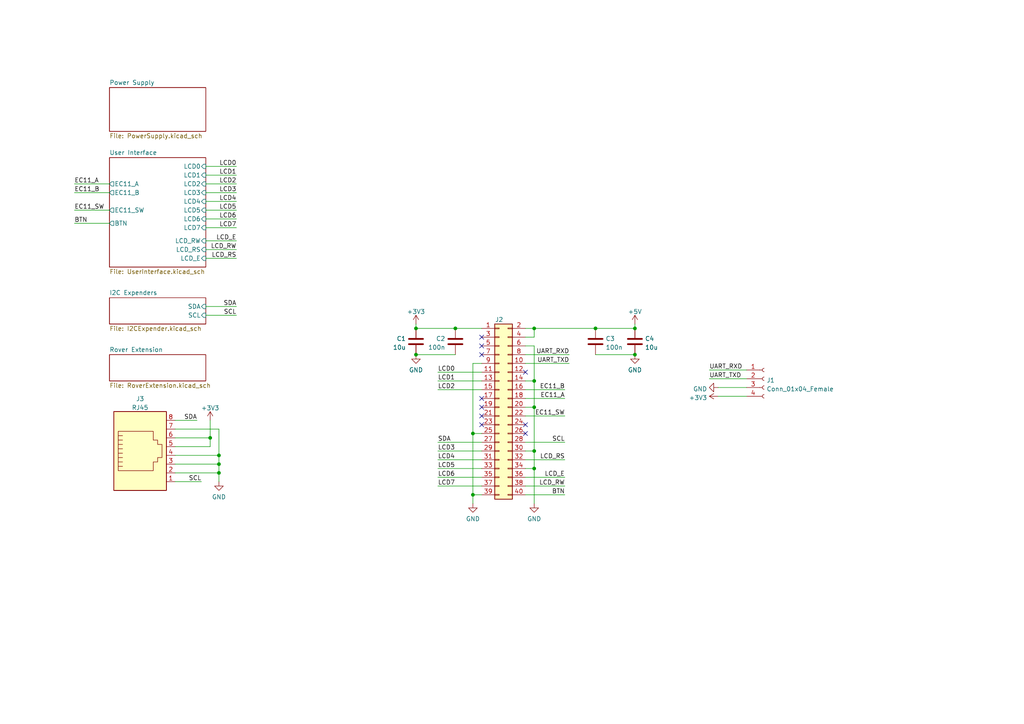
<source format=kicad_sch>
(kicad_sch (version 20211123) (generator eeschema)

  (uuid 1f59d4d3-b952-4c88-8d08-1c91debf6b7c)

  (paper "A4")

  (lib_symbols
    (symbol "Connector:Conn_01x04_Female" (pin_names (offset 1.016) hide) (in_bom yes) (on_board yes)
      (property "Reference" "J" (id 0) (at 0 5.08 0)
        (effects (font (size 1.27 1.27)))
      )
      (property "Value" "Conn_01x04_Female" (id 1) (at 0 -7.62 0)
        (effects (font (size 1.27 1.27)))
      )
      (property "Footprint" "" (id 2) (at 0 0 0)
        (effects (font (size 1.27 1.27)) hide)
      )
      (property "Datasheet" "~" (id 3) (at 0 0 0)
        (effects (font (size 1.27 1.27)) hide)
      )
      (property "ki_keywords" "connector" (id 4) (at 0 0 0)
        (effects (font (size 1.27 1.27)) hide)
      )
      (property "ki_description" "Generic connector, single row, 01x04, script generated (kicad-library-utils/schlib/autogen/connector/)" (id 5) (at 0 0 0)
        (effects (font (size 1.27 1.27)) hide)
      )
      (property "ki_fp_filters" "Connector*:*_1x??_*" (id 6) (at 0 0 0)
        (effects (font (size 1.27 1.27)) hide)
      )
      (symbol "Conn_01x04_Female_1_1"
        (arc (start 0 -4.572) (mid -0.508 -5.08) (end 0 -5.588)
          (stroke (width 0.1524) (type default) (color 0 0 0 0))
          (fill (type none))
        )
        (arc (start 0 -2.032) (mid -0.508 -2.54) (end 0 -3.048)
          (stroke (width 0.1524) (type default) (color 0 0 0 0))
          (fill (type none))
        )
        (polyline
          (pts
            (xy -1.27 -5.08)
            (xy -0.508 -5.08)
          )
          (stroke (width 0.1524) (type default) (color 0 0 0 0))
          (fill (type none))
        )
        (polyline
          (pts
            (xy -1.27 -2.54)
            (xy -0.508 -2.54)
          )
          (stroke (width 0.1524) (type default) (color 0 0 0 0))
          (fill (type none))
        )
        (polyline
          (pts
            (xy -1.27 0)
            (xy -0.508 0)
          )
          (stroke (width 0.1524) (type default) (color 0 0 0 0))
          (fill (type none))
        )
        (polyline
          (pts
            (xy -1.27 2.54)
            (xy -0.508 2.54)
          )
          (stroke (width 0.1524) (type default) (color 0 0 0 0))
          (fill (type none))
        )
        (arc (start 0 0.508) (mid -0.508 0) (end 0 -0.508)
          (stroke (width 0.1524) (type default) (color 0 0 0 0))
          (fill (type none))
        )
        (arc (start 0 3.048) (mid -0.508 2.54) (end 0 2.032)
          (stroke (width 0.1524) (type default) (color 0 0 0 0))
          (fill (type none))
        )
        (pin passive line (at -5.08 2.54 0) (length 3.81)
          (name "Pin_1" (effects (font (size 1.27 1.27))))
          (number "1" (effects (font (size 1.27 1.27))))
        )
        (pin passive line (at -5.08 0 0) (length 3.81)
          (name "Pin_2" (effects (font (size 1.27 1.27))))
          (number "2" (effects (font (size 1.27 1.27))))
        )
        (pin passive line (at -5.08 -2.54 0) (length 3.81)
          (name "Pin_3" (effects (font (size 1.27 1.27))))
          (number "3" (effects (font (size 1.27 1.27))))
        )
        (pin passive line (at -5.08 -5.08 0) (length 3.81)
          (name "Pin_4" (effects (font (size 1.27 1.27))))
          (number "4" (effects (font (size 1.27 1.27))))
        )
      )
    )
    (symbol "Connector:RJ45" (pin_names (offset 1.016)) (in_bom yes) (on_board yes)
      (property "Reference" "J" (id 0) (at -5.08 13.97 0)
        (effects (font (size 1.27 1.27)) (justify right))
      )
      (property "Value" "RJ45" (id 1) (at 2.54 13.97 0)
        (effects (font (size 1.27 1.27)) (justify left))
      )
      (property "Footprint" "" (id 2) (at 0 0.635 90)
        (effects (font (size 1.27 1.27)) hide)
      )
      (property "Datasheet" "~" (id 3) (at 0 0.635 90)
        (effects (font (size 1.27 1.27)) hide)
      )
      (property "ki_keywords" "8P8C RJ female connector" (id 4) (at 0 0 0)
        (effects (font (size 1.27 1.27)) hide)
      )
      (property "ki_description" "RJ connector, 8P8C (8 positions 8 connected)" (id 5) (at 0 0 0)
        (effects (font (size 1.27 1.27)) hide)
      )
      (property "ki_fp_filters" "8P8C* RJ31* RJ32* RJ33* RJ34* RJ35* RJ41* RJ45* RJ49* RJ61*" (id 6) (at 0 0 0)
        (effects (font (size 1.27 1.27)) hide)
      )
      (symbol "RJ45_0_1"
        (polyline
          (pts
            (xy -5.08 4.445)
            (xy -6.35 4.445)
          )
          (stroke (width 0) (type default) (color 0 0 0 0))
          (fill (type none))
        )
        (polyline
          (pts
            (xy -5.08 5.715)
            (xy -6.35 5.715)
          )
          (stroke (width 0) (type default) (color 0 0 0 0))
          (fill (type none))
        )
        (polyline
          (pts
            (xy -6.35 -3.175)
            (xy -5.08 -3.175)
            (xy -5.08 -3.175)
          )
          (stroke (width 0) (type default) (color 0 0 0 0))
          (fill (type none))
        )
        (polyline
          (pts
            (xy -6.35 -1.905)
            (xy -5.08 -1.905)
            (xy -5.08 -1.905)
          )
          (stroke (width 0) (type default) (color 0 0 0 0))
          (fill (type none))
        )
        (polyline
          (pts
            (xy -6.35 -0.635)
            (xy -5.08 -0.635)
            (xy -5.08 -0.635)
          )
          (stroke (width 0) (type default) (color 0 0 0 0))
          (fill (type none))
        )
        (polyline
          (pts
            (xy -6.35 0.635)
            (xy -5.08 0.635)
            (xy -5.08 0.635)
          )
          (stroke (width 0) (type default) (color 0 0 0 0))
          (fill (type none))
        )
        (polyline
          (pts
            (xy -6.35 1.905)
            (xy -5.08 1.905)
            (xy -5.08 1.905)
          )
          (stroke (width 0) (type default) (color 0 0 0 0))
          (fill (type none))
        )
        (polyline
          (pts
            (xy -5.08 3.175)
            (xy -6.35 3.175)
            (xy -6.35 3.175)
          )
          (stroke (width 0) (type default) (color 0 0 0 0))
          (fill (type none))
        )
        (polyline
          (pts
            (xy -6.35 -4.445)
            (xy -6.35 6.985)
            (xy 3.81 6.985)
            (xy 3.81 4.445)
            (xy 5.08 4.445)
            (xy 5.08 3.175)
            (xy 6.35 3.175)
            (xy 6.35 -0.635)
            (xy 5.08 -0.635)
            (xy 5.08 -1.905)
            (xy 3.81 -1.905)
            (xy 3.81 -4.445)
            (xy -6.35 -4.445)
            (xy -6.35 -4.445)
          )
          (stroke (width 0) (type default) (color 0 0 0 0))
          (fill (type none))
        )
        (rectangle (start 7.62 12.7) (end -7.62 -10.16)
          (stroke (width 0.254) (type default) (color 0 0 0 0))
          (fill (type background))
        )
      )
      (symbol "RJ45_1_1"
        (pin passive line (at 10.16 -7.62 180) (length 2.54)
          (name "~" (effects (font (size 1.27 1.27))))
          (number "1" (effects (font (size 1.27 1.27))))
        )
        (pin passive line (at 10.16 -5.08 180) (length 2.54)
          (name "~" (effects (font (size 1.27 1.27))))
          (number "2" (effects (font (size 1.27 1.27))))
        )
        (pin passive line (at 10.16 -2.54 180) (length 2.54)
          (name "~" (effects (font (size 1.27 1.27))))
          (number "3" (effects (font (size 1.27 1.27))))
        )
        (pin passive line (at 10.16 0 180) (length 2.54)
          (name "~" (effects (font (size 1.27 1.27))))
          (number "4" (effects (font (size 1.27 1.27))))
        )
        (pin passive line (at 10.16 2.54 180) (length 2.54)
          (name "~" (effects (font (size 1.27 1.27))))
          (number "5" (effects (font (size 1.27 1.27))))
        )
        (pin passive line (at 10.16 5.08 180) (length 2.54)
          (name "~" (effects (font (size 1.27 1.27))))
          (number "6" (effects (font (size 1.27 1.27))))
        )
        (pin passive line (at 10.16 7.62 180) (length 2.54)
          (name "~" (effects (font (size 1.27 1.27))))
          (number "7" (effects (font (size 1.27 1.27))))
        )
        (pin passive line (at 10.16 10.16 180) (length 2.54)
          (name "~" (effects (font (size 1.27 1.27))))
          (number "8" (effects (font (size 1.27 1.27))))
        )
      )
    )
    (symbol "Connector_Generic:Conn_02x20_Odd_Even" (pin_names (offset 1.016) hide) (in_bom yes) (on_board yes)
      (property "Reference" "J" (id 0) (at 1.27 25.4 0)
        (effects (font (size 1.27 1.27)))
      )
      (property "Value" "Conn_02x20_Odd_Even" (id 1) (at 1.27 -27.94 0)
        (effects (font (size 1.27 1.27)))
      )
      (property "Footprint" "" (id 2) (at 0 0 0)
        (effects (font (size 1.27 1.27)) hide)
      )
      (property "Datasheet" "~" (id 3) (at 0 0 0)
        (effects (font (size 1.27 1.27)) hide)
      )
      (property "ki_keywords" "connector" (id 4) (at 0 0 0)
        (effects (font (size 1.27 1.27)) hide)
      )
      (property "ki_description" "Generic connector, double row, 02x20, odd/even pin numbering scheme (row 1 odd numbers, row 2 even numbers), script generated (kicad-library-utils/schlib/autogen/connector/)" (id 5) (at 0 0 0)
        (effects (font (size 1.27 1.27)) hide)
      )
      (property "ki_fp_filters" "Connector*:*_2x??_*" (id 6) (at 0 0 0)
        (effects (font (size 1.27 1.27)) hide)
      )
      (symbol "Conn_02x20_Odd_Even_1_1"
        (rectangle (start -1.27 -25.273) (end 0 -25.527)
          (stroke (width 0.1524) (type default) (color 0 0 0 0))
          (fill (type none))
        )
        (rectangle (start -1.27 -22.733) (end 0 -22.987)
          (stroke (width 0.1524) (type default) (color 0 0 0 0))
          (fill (type none))
        )
        (rectangle (start -1.27 -20.193) (end 0 -20.447)
          (stroke (width 0.1524) (type default) (color 0 0 0 0))
          (fill (type none))
        )
        (rectangle (start -1.27 -17.653) (end 0 -17.907)
          (stroke (width 0.1524) (type default) (color 0 0 0 0))
          (fill (type none))
        )
        (rectangle (start -1.27 -15.113) (end 0 -15.367)
          (stroke (width 0.1524) (type default) (color 0 0 0 0))
          (fill (type none))
        )
        (rectangle (start -1.27 -12.573) (end 0 -12.827)
          (stroke (width 0.1524) (type default) (color 0 0 0 0))
          (fill (type none))
        )
        (rectangle (start -1.27 -10.033) (end 0 -10.287)
          (stroke (width 0.1524) (type default) (color 0 0 0 0))
          (fill (type none))
        )
        (rectangle (start -1.27 -7.493) (end 0 -7.747)
          (stroke (width 0.1524) (type default) (color 0 0 0 0))
          (fill (type none))
        )
        (rectangle (start -1.27 -4.953) (end 0 -5.207)
          (stroke (width 0.1524) (type default) (color 0 0 0 0))
          (fill (type none))
        )
        (rectangle (start -1.27 -2.413) (end 0 -2.667)
          (stroke (width 0.1524) (type default) (color 0 0 0 0))
          (fill (type none))
        )
        (rectangle (start -1.27 0.127) (end 0 -0.127)
          (stroke (width 0.1524) (type default) (color 0 0 0 0))
          (fill (type none))
        )
        (rectangle (start -1.27 2.667) (end 0 2.413)
          (stroke (width 0.1524) (type default) (color 0 0 0 0))
          (fill (type none))
        )
        (rectangle (start -1.27 5.207) (end 0 4.953)
          (stroke (width 0.1524) (type default) (color 0 0 0 0))
          (fill (type none))
        )
        (rectangle (start -1.27 7.747) (end 0 7.493)
          (stroke (width 0.1524) (type default) (color 0 0 0 0))
          (fill (type none))
        )
        (rectangle (start -1.27 10.287) (end 0 10.033)
          (stroke (width 0.1524) (type default) (color 0 0 0 0))
          (fill (type none))
        )
        (rectangle (start -1.27 12.827) (end 0 12.573)
          (stroke (width 0.1524) (type default) (color 0 0 0 0))
          (fill (type none))
        )
        (rectangle (start -1.27 15.367) (end 0 15.113)
          (stroke (width 0.1524) (type default) (color 0 0 0 0))
          (fill (type none))
        )
        (rectangle (start -1.27 17.907) (end 0 17.653)
          (stroke (width 0.1524) (type default) (color 0 0 0 0))
          (fill (type none))
        )
        (rectangle (start -1.27 20.447) (end 0 20.193)
          (stroke (width 0.1524) (type default) (color 0 0 0 0))
          (fill (type none))
        )
        (rectangle (start -1.27 22.987) (end 0 22.733)
          (stroke (width 0.1524) (type default) (color 0 0 0 0))
          (fill (type none))
        )
        (rectangle (start -1.27 24.13) (end 3.81 -26.67)
          (stroke (width 0.254) (type default) (color 0 0 0 0))
          (fill (type background))
        )
        (rectangle (start 3.81 -25.273) (end 2.54 -25.527)
          (stroke (width 0.1524) (type default) (color 0 0 0 0))
          (fill (type none))
        )
        (rectangle (start 3.81 -22.733) (end 2.54 -22.987)
          (stroke (width 0.1524) (type default) (color 0 0 0 0))
          (fill (type none))
        )
        (rectangle (start 3.81 -20.193) (end 2.54 -20.447)
          (stroke (width 0.1524) (type default) (color 0 0 0 0))
          (fill (type none))
        )
        (rectangle (start 3.81 -17.653) (end 2.54 -17.907)
          (stroke (width 0.1524) (type default) (color 0 0 0 0))
          (fill (type none))
        )
        (rectangle (start 3.81 -15.113) (end 2.54 -15.367)
          (stroke (width 0.1524) (type default) (color 0 0 0 0))
          (fill (type none))
        )
        (rectangle (start 3.81 -12.573) (end 2.54 -12.827)
          (stroke (width 0.1524) (type default) (color 0 0 0 0))
          (fill (type none))
        )
        (rectangle (start 3.81 -10.033) (end 2.54 -10.287)
          (stroke (width 0.1524) (type default) (color 0 0 0 0))
          (fill (type none))
        )
        (rectangle (start 3.81 -7.493) (end 2.54 -7.747)
          (stroke (width 0.1524) (type default) (color 0 0 0 0))
          (fill (type none))
        )
        (rectangle (start 3.81 -4.953) (end 2.54 -5.207)
          (stroke (width 0.1524) (type default) (color 0 0 0 0))
          (fill (type none))
        )
        (rectangle (start 3.81 -2.413) (end 2.54 -2.667)
          (stroke (width 0.1524) (type default) (color 0 0 0 0))
          (fill (type none))
        )
        (rectangle (start 3.81 0.127) (end 2.54 -0.127)
          (stroke (width 0.1524) (type default) (color 0 0 0 0))
          (fill (type none))
        )
        (rectangle (start 3.81 2.667) (end 2.54 2.413)
          (stroke (width 0.1524) (type default) (color 0 0 0 0))
          (fill (type none))
        )
        (rectangle (start 3.81 5.207) (end 2.54 4.953)
          (stroke (width 0.1524) (type default) (color 0 0 0 0))
          (fill (type none))
        )
        (rectangle (start 3.81 7.747) (end 2.54 7.493)
          (stroke (width 0.1524) (type default) (color 0 0 0 0))
          (fill (type none))
        )
        (rectangle (start 3.81 10.287) (end 2.54 10.033)
          (stroke (width 0.1524) (type default) (color 0 0 0 0))
          (fill (type none))
        )
        (rectangle (start 3.81 12.827) (end 2.54 12.573)
          (stroke (width 0.1524) (type default) (color 0 0 0 0))
          (fill (type none))
        )
        (rectangle (start 3.81 15.367) (end 2.54 15.113)
          (stroke (width 0.1524) (type default) (color 0 0 0 0))
          (fill (type none))
        )
        (rectangle (start 3.81 17.907) (end 2.54 17.653)
          (stroke (width 0.1524) (type default) (color 0 0 0 0))
          (fill (type none))
        )
        (rectangle (start 3.81 20.447) (end 2.54 20.193)
          (stroke (width 0.1524) (type default) (color 0 0 0 0))
          (fill (type none))
        )
        (rectangle (start 3.81 22.987) (end 2.54 22.733)
          (stroke (width 0.1524) (type default) (color 0 0 0 0))
          (fill (type none))
        )
        (pin passive line (at -5.08 22.86 0) (length 3.81)
          (name "Pin_1" (effects (font (size 1.27 1.27))))
          (number "1" (effects (font (size 1.27 1.27))))
        )
        (pin passive line (at 7.62 12.7 180) (length 3.81)
          (name "Pin_10" (effects (font (size 1.27 1.27))))
          (number "10" (effects (font (size 1.27 1.27))))
        )
        (pin passive line (at -5.08 10.16 0) (length 3.81)
          (name "Pin_11" (effects (font (size 1.27 1.27))))
          (number "11" (effects (font (size 1.27 1.27))))
        )
        (pin passive line (at 7.62 10.16 180) (length 3.81)
          (name "Pin_12" (effects (font (size 1.27 1.27))))
          (number "12" (effects (font (size 1.27 1.27))))
        )
        (pin passive line (at -5.08 7.62 0) (length 3.81)
          (name "Pin_13" (effects (font (size 1.27 1.27))))
          (number "13" (effects (font (size 1.27 1.27))))
        )
        (pin passive line (at 7.62 7.62 180) (length 3.81)
          (name "Pin_14" (effects (font (size 1.27 1.27))))
          (number "14" (effects (font (size 1.27 1.27))))
        )
        (pin passive line (at -5.08 5.08 0) (length 3.81)
          (name "Pin_15" (effects (font (size 1.27 1.27))))
          (number "15" (effects (font (size 1.27 1.27))))
        )
        (pin passive line (at 7.62 5.08 180) (length 3.81)
          (name "Pin_16" (effects (font (size 1.27 1.27))))
          (number "16" (effects (font (size 1.27 1.27))))
        )
        (pin passive line (at -5.08 2.54 0) (length 3.81)
          (name "Pin_17" (effects (font (size 1.27 1.27))))
          (number "17" (effects (font (size 1.27 1.27))))
        )
        (pin passive line (at 7.62 2.54 180) (length 3.81)
          (name "Pin_18" (effects (font (size 1.27 1.27))))
          (number "18" (effects (font (size 1.27 1.27))))
        )
        (pin passive line (at -5.08 0 0) (length 3.81)
          (name "Pin_19" (effects (font (size 1.27 1.27))))
          (number "19" (effects (font (size 1.27 1.27))))
        )
        (pin passive line (at 7.62 22.86 180) (length 3.81)
          (name "Pin_2" (effects (font (size 1.27 1.27))))
          (number "2" (effects (font (size 1.27 1.27))))
        )
        (pin passive line (at 7.62 0 180) (length 3.81)
          (name "Pin_20" (effects (font (size 1.27 1.27))))
          (number "20" (effects (font (size 1.27 1.27))))
        )
        (pin passive line (at -5.08 -2.54 0) (length 3.81)
          (name "Pin_21" (effects (font (size 1.27 1.27))))
          (number "21" (effects (font (size 1.27 1.27))))
        )
        (pin passive line (at 7.62 -2.54 180) (length 3.81)
          (name "Pin_22" (effects (font (size 1.27 1.27))))
          (number "22" (effects (font (size 1.27 1.27))))
        )
        (pin passive line (at -5.08 -5.08 0) (length 3.81)
          (name "Pin_23" (effects (font (size 1.27 1.27))))
          (number "23" (effects (font (size 1.27 1.27))))
        )
        (pin passive line (at 7.62 -5.08 180) (length 3.81)
          (name "Pin_24" (effects (font (size 1.27 1.27))))
          (number "24" (effects (font (size 1.27 1.27))))
        )
        (pin passive line (at -5.08 -7.62 0) (length 3.81)
          (name "Pin_25" (effects (font (size 1.27 1.27))))
          (number "25" (effects (font (size 1.27 1.27))))
        )
        (pin passive line (at 7.62 -7.62 180) (length 3.81)
          (name "Pin_26" (effects (font (size 1.27 1.27))))
          (number "26" (effects (font (size 1.27 1.27))))
        )
        (pin passive line (at -5.08 -10.16 0) (length 3.81)
          (name "Pin_27" (effects (font (size 1.27 1.27))))
          (number "27" (effects (font (size 1.27 1.27))))
        )
        (pin passive line (at 7.62 -10.16 180) (length 3.81)
          (name "Pin_28" (effects (font (size 1.27 1.27))))
          (number "28" (effects (font (size 1.27 1.27))))
        )
        (pin passive line (at -5.08 -12.7 0) (length 3.81)
          (name "Pin_29" (effects (font (size 1.27 1.27))))
          (number "29" (effects (font (size 1.27 1.27))))
        )
        (pin passive line (at -5.08 20.32 0) (length 3.81)
          (name "Pin_3" (effects (font (size 1.27 1.27))))
          (number "3" (effects (font (size 1.27 1.27))))
        )
        (pin passive line (at 7.62 -12.7 180) (length 3.81)
          (name "Pin_30" (effects (font (size 1.27 1.27))))
          (number "30" (effects (font (size 1.27 1.27))))
        )
        (pin passive line (at -5.08 -15.24 0) (length 3.81)
          (name "Pin_31" (effects (font (size 1.27 1.27))))
          (number "31" (effects (font (size 1.27 1.27))))
        )
        (pin passive line (at 7.62 -15.24 180) (length 3.81)
          (name "Pin_32" (effects (font (size 1.27 1.27))))
          (number "32" (effects (font (size 1.27 1.27))))
        )
        (pin passive line (at -5.08 -17.78 0) (length 3.81)
          (name "Pin_33" (effects (font (size 1.27 1.27))))
          (number "33" (effects (font (size 1.27 1.27))))
        )
        (pin passive line (at 7.62 -17.78 180) (length 3.81)
          (name "Pin_34" (effects (font (size 1.27 1.27))))
          (number "34" (effects (font (size 1.27 1.27))))
        )
        (pin passive line (at -5.08 -20.32 0) (length 3.81)
          (name "Pin_35" (effects (font (size 1.27 1.27))))
          (number "35" (effects (font (size 1.27 1.27))))
        )
        (pin passive line (at 7.62 -20.32 180) (length 3.81)
          (name "Pin_36" (effects (font (size 1.27 1.27))))
          (number "36" (effects (font (size 1.27 1.27))))
        )
        (pin passive line (at -5.08 -22.86 0) (length 3.81)
          (name "Pin_37" (effects (font (size 1.27 1.27))))
          (number "37" (effects (font (size 1.27 1.27))))
        )
        (pin passive line (at 7.62 -22.86 180) (length 3.81)
          (name "Pin_38" (effects (font (size 1.27 1.27))))
          (number "38" (effects (font (size 1.27 1.27))))
        )
        (pin passive line (at -5.08 -25.4 0) (length 3.81)
          (name "Pin_39" (effects (font (size 1.27 1.27))))
          (number "39" (effects (font (size 1.27 1.27))))
        )
        (pin passive line (at 7.62 20.32 180) (length 3.81)
          (name "Pin_4" (effects (font (size 1.27 1.27))))
          (number "4" (effects (font (size 1.27 1.27))))
        )
        (pin passive line (at 7.62 -25.4 180) (length 3.81)
          (name "Pin_40" (effects (font (size 1.27 1.27))))
          (number "40" (effects (font (size 1.27 1.27))))
        )
        (pin passive line (at -5.08 17.78 0) (length 3.81)
          (name "Pin_5" (effects (font (size 1.27 1.27))))
          (number "5" (effects (font (size 1.27 1.27))))
        )
        (pin passive line (at 7.62 17.78 180) (length 3.81)
          (name "Pin_6" (effects (font (size 1.27 1.27))))
          (number "6" (effects (font (size 1.27 1.27))))
        )
        (pin passive line (at -5.08 15.24 0) (length 3.81)
          (name "Pin_7" (effects (font (size 1.27 1.27))))
          (number "7" (effects (font (size 1.27 1.27))))
        )
        (pin passive line (at 7.62 15.24 180) (length 3.81)
          (name "Pin_8" (effects (font (size 1.27 1.27))))
          (number "8" (effects (font (size 1.27 1.27))))
        )
        (pin passive line (at -5.08 12.7 0) (length 3.81)
          (name "Pin_9" (effects (font (size 1.27 1.27))))
          (number "9" (effects (font (size 1.27 1.27))))
        )
      )
    )
    (symbol "Device:C" (pin_numbers hide) (pin_names (offset 0.254)) (in_bom yes) (on_board yes)
      (property "Reference" "C" (id 0) (at 0.635 2.54 0)
        (effects (font (size 1.27 1.27)) (justify left))
      )
      (property "Value" "C" (id 1) (at 0.635 -2.54 0)
        (effects (font (size 1.27 1.27)) (justify left))
      )
      (property "Footprint" "" (id 2) (at 0.9652 -3.81 0)
        (effects (font (size 1.27 1.27)) hide)
      )
      (property "Datasheet" "~" (id 3) (at 0 0 0)
        (effects (font (size 1.27 1.27)) hide)
      )
      (property "ki_keywords" "cap capacitor" (id 4) (at 0 0 0)
        (effects (font (size 1.27 1.27)) hide)
      )
      (property "ki_description" "Unpolarized capacitor" (id 5) (at 0 0 0)
        (effects (font (size 1.27 1.27)) hide)
      )
      (property "ki_fp_filters" "C_*" (id 6) (at 0 0 0)
        (effects (font (size 1.27 1.27)) hide)
      )
      (symbol "C_0_1"
        (polyline
          (pts
            (xy -2.032 -0.762)
            (xy 2.032 -0.762)
          )
          (stroke (width 0.508) (type default) (color 0 0 0 0))
          (fill (type none))
        )
        (polyline
          (pts
            (xy -2.032 0.762)
            (xy 2.032 0.762)
          )
          (stroke (width 0.508) (type default) (color 0 0 0 0))
          (fill (type none))
        )
      )
      (symbol "C_1_1"
        (pin passive line (at 0 3.81 270) (length 2.794)
          (name "~" (effects (font (size 1.27 1.27))))
          (number "1" (effects (font (size 1.27 1.27))))
        )
        (pin passive line (at 0 -3.81 90) (length 2.794)
          (name "~" (effects (font (size 1.27 1.27))))
          (number "2" (effects (font (size 1.27 1.27))))
        )
      )
    )
    (symbol "power:+3V3" (power) (pin_names (offset 0)) (in_bom yes) (on_board yes)
      (property "Reference" "#PWR" (id 0) (at 0 -3.81 0)
        (effects (font (size 1.27 1.27)) hide)
      )
      (property "Value" "+3V3" (id 1) (at 0 3.556 0)
        (effects (font (size 1.27 1.27)))
      )
      (property "Footprint" "" (id 2) (at 0 0 0)
        (effects (font (size 1.27 1.27)) hide)
      )
      (property "Datasheet" "" (id 3) (at 0 0 0)
        (effects (font (size 1.27 1.27)) hide)
      )
      (property "ki_keywords" "power-flag" (id 4) (at 0 0 0)
        (effects (font (size 1.27 1.27)) hide)
      )
      (property "ki_description" "Power symbol creates a global label with name \"+3V3\"" (id 5) (at 0 0 0)
        (effects (font (size 1.27 1.27)) hide)
      )
      (symbol "+3V3_0_1"
        (polyline
          (pts
            (xy -0.762 1.27)
            (xy 0 2.54)
          )
          (stroke (width 0) (type default) (color 0 0 0 0))
          (fill (type none))
        )
        (polyline
          (pts
            (xy 0 0)
            (xy 0 2.54)
          )
          (stroke (width 0) (type default) (color 0 0 0 0))
          (fill (type none))
        )
        (polyline
          (pts
            (xy 0 2.54)
            (xy 0.762 1.27)
          )
          (stroke (width 0) (type default) (color 0 0 0 0))
          (fill (type none))
        )
      )
      (symbol "+3V3_1_1"
        (pin power_in line (at 0 0 90) (length 0) hide
          (name "+3V3" (effects (font (size 1.27 1.27))))
          (number "1" (effects (font (size 1.27 1.27))))
        )
      )
    )
    (symbol "power:+5V" (power) (pin_names (offset 0)) (in_bom yes) (on_board yes)
      (property "Reference" "#PWR" (id 0) (at 0 -3.81 0)
        (effects (font (size 1.27 1.27)) hide)
      )
      (property "Value" "+5V" (id 1) (at 0 3.556 0)
        (effects (font (size 1.27 1.27)))
      )
      (property "Footprint" "" (id 2) (at 0 0 0)
        (effects (font (size 1.27 1.27)) hide)
      )
      (property "Datasheet" "" (id 3) (at 0 0 0)
        (effects (font (size 1.27 1.27)) hide)
      )
      (property "ki_keywords" "power-flag" (id 4) (at 0 0 0)
        (effects (font (size 1.27 1.27)) hide)
      )
      (property "ki_description" "Power symbol creates a global label with name \"+5V\"" (id 5) (at 0 0 0)
        (effects (font (size 1.27 1.27)) hide)
      )
      (symbol "+5V_0_1"
        (polyline
          (pts
            (xy -0.762 1.27)
            (xy 0 2.54)
          )
          (stroke (width 0) (type default) (color 0 0 0 0))
          (fill (type none))
        )
        (polyline
          (pts
            (xy 0 0)
            (xy 0 2.54)
          )
          (stroke (width 0) (type default) (color 0 0 0 0))
          (fill (type none))
        )
        (polyline
          (pts
            (xy 0 2.54)
            (xy 0.762 1.27)
          )
          (stroke (width 0) (type default) (color 0 0 0 0))
          (fill (type none))
        )
      )
      (symbol "+5V_1_1"
        (pin power_in line (at 0 0 90) (length 0) hide
          (name "+5V" (effects (font (size 1.27 1.27))))
          (number "1" (effects (font (size 1.27 1.27))))
        )
      )
    )
    (symbol "power:GND" (power) (pin_names (offset 0)) (in_bom yes) (on_board yes)
      (property "Reference" "#PWR" (id 0) (at 0 -6.35 0)
        (effects (font (size 1.27 1.27)) hide)
      )
      (property "Value" "GND" (id 1) (at 0 -3.81 0)
        (effects (font (size 1.27 1.27)))
      )
      (property "Footprint" "" (id 2) (at 0 0 0)
        (effects (font (size 1.27 1.27)) hide)
      )
      (property "Datasheet" "" (id 3) (at 0 0 0)
        (effects (font (size 1.27 1.27)) hide)
      )
      (property "ki_keywords" "power-flag" (id 4) (at 0 0 0)
        (effects (font (size 1.27 1.27)) hide)
      )
      (property "ki_description" "Power symbol creates a global label with name \"GND\" , ground" (id 5) (at 0 0 0)
        (effects (font (size 1.27 1.27)) hide)
      )
      (symbol "GND_0_1"
        (polyline
          (pts
            (xy 0 0)
            (xy 0 -1.27)
            (xy 1.27 -1.27)
            (xy 0 -2.54)
            (xy -1.27 -1.27)
            (xy 0 -1.27)
          )
          (stroke (width 0) (type default) (color 0 0 0 0))
          (fill (type none))
        )
      )
      (symbol "GND_1_1"
        (pin power_in line (at 0 0 270) (length 0) hide
          (name "GND" (effects (font (size 1.27 1.27))))
          (number "1" (effects (font (size 1.27 1.27))))
        )
      )
    )
  )

  (junction (at 154.94 118.11) (diameter 0) (color 0 0 0 0)
    (uuid 1f43ff53-bfbd-4654-a4bf-8087df97293c)
  )
  (junction (at 120.65 102.87) (diameter 0) (color 0 0 0 0)
    (uuid 24249862-7f76-4e1f-9a41-158834e85adc)
  )
  (junction (at 132.08 95.25) (diameter 0) (color 0 0 0 0)
    (uuid 2c7e47a0-2e00-4860-9117-62de660494d5)
  )
  (junction (at 154.94 95.25) (diameter 0) (color 0 0 0 0)
    (uuid 45ac2588-77f8-4d4a-b77e-3c067e81977a)
  )
  (junction (at 172.72 95.25) (diameter 0) (color 0 0 0 0)
    (uuid 4781302b-1da9-4dc1-9801-be6d404a1192)
  )
  (junction (at 63.5 134.62) (diameter 0) (color 0 0 0 0)
    (uuid 6468c7f0-3deb-4a5e-b537-c90fbed716ad)
  )
  (junction (at 120.65 95.25) (diameter 0) (color 0 0 0 0)
    (uuid 85ee63ce-8c59-4d85-9efb-3fbecc1953bf)
  )
  (junction (at 154.94 135.89) (diameter 0) (color 0 0 0 0)
    (uuid 872b6c19-89d2-432b-99cc-0569664bd4f0)
  )
  (junction (at 63.5 137.16) (diameter 0) (color 0 0 0 0)
    (uuid a269f503-54f0-42c5-83c1-a929636f0dae)
  )
  (junction (at 63.5 132.08) (diameter 0) (color 0 0 0 0)
    (uuid ad0ce08f-ddce-46e7-98b2-84f0d9c51cd7)
  )
  (junction (at 60.96 127) (diameter 0) (color 0 0 0 0)
    (uuid ae35c67e-a6a8-416f-abd4-30220774ea4b)
  )
  (junction (at 154.94 130.81) (diameter 0) (color 0 0 0 0)
    (uuid b39c56bd-a6e4-4c71-b809-4867b90266ea)
  )
  (junction (at 184.15 95.25) (diameter 0) (color 0 0 0 0)
    (uuid b5809dcb-6e67-4ab5-a974-bf028177789d)
  )
  (junction (at 137.16 125.73) (diameter 0) (color 0 0 0 0)
    (uuid baf6442b-295a-4880-a396-1b36f40e6e9d)
  )
  (junction (at 154.94 110.49) (diameter 0) (color 0 0 0 0)
    (uuid c3990ad6-57c3-4053-84b5-03821334c0c5)
  )
  (junction (at 184.15 102.87) (diameter 0) (color 0 0 0 0)
    (uuid d32879e6-5d80-4ca1-9a6f-79e5a21b3555)
  )
  (junction (at 137.16 143.51) (diameter 0) (color 0 0 0 0)
    (uuid f8d81cb9-001b-4dcc-bc66-bebc3ccdbf75)
  )

  (no_connect (at 152.4 125.73) (uuid 175dc13c-7893-4259-8674-d9df7de86886))
  (no_connect (at 139.7 123.19) (uuid 175dc13c-7893-4259-8674-d9df7de86887))
  (no_connect (at 139.7 120.65) (uuid 175dc13c-7893-4259-8674-d9df7de86889))
  (no_connect (at 139.7 118.11) (uuid 175dc13c-7893-4259-8674-d9df7de8688a))
  (no_connect (at 139.7 115.57) (uuid 175dc13c-7893-4259-8674-d9df7de8688b))
  (no_connect (at 139.7 102.87) (uuid 175dc13c-7893-4259-8674-d9df7de8688c))
  (no_connect (at 139.7 100.33) (uuid 175dc13c-7893-4259-8674-d9df7de8688d))
  (no_connect (at 139.7 97.79) (uuid 175dc13c-7893-4259-8674-d9df7de8688e))
  (no_connect (at 152.4 107.95) (uuid 175dc13c-7893-4259-8674-d9df7de86891))
  (no_connect (at 152.4 123.19) (uuid 412eafa8-ea9f-4b2f-b626-37f9f20e3c93))

  (wire (pts (xy 208.28 114.935) (xy 216.535 114.935))
    (stroke (width 0) (type default) (color 0 0 0 0))
    (uuid 06da20df-6032-41fa-af3a-64b96acc08a1)
  )
  (wire (pts (xy 63.5 124.46) (xy 63.5 132.08))
    (stroke (width 0) (type default) (color 0 0 0 0))
    (uuid 08e4edee-6ee0-4160-bf53-a30603f7764a)
  )
  (wire (pts (xy 59.69 60.96) (xy 68.58 60.96))
    (stroke (width 0) (type default) (color 0 0 0 0))
    (uuid 13cfc931-921d-4254-9aa5-8aca225d4a7f)
  )
  (wire (pts (xy 21.59 60.96) (xy 31.75 60.96))
    (stroke (width 0) (type default) (color 0 0 0 0))
    (uuid 154b8445-3a0b-4f8d-bb85-763ee18cb85e)
  )
  (wire (pts (xy 120.65 95.25) (xy 132.08 95.25))
    (stroke (width 0) (type default) (color 0 0 0 0))
    (uuid 17727f7c-3c53-4c73-8e84-3828b0574a39)
  )
  (wire (pts (xy 59.69 55.88) (xy 68.58 55.88))
    (stroke (width 0) (type default) (color 0 0 0 0))
    (uuid 18b9b30c-4416-4d19-8791-1aa175aa3576)
  )
  (wire (pts (xy 60.96 127) (xy 60.96 121.92))
    (stroke (width 0) (type default) (color 0 0 0 0))
    (uuid 1b75fdba-5c6f-4996-a344-99545c2f7bf0)
  )
  (wire (pts (xy 59.69 48.26) (xy 68.58 48.26))
    (stroke (width 0) (type default) (color 0 0 0 0))
    (uuid 1e2dc4fe-7f31-4a60-8414-a0da71a3912e)
  )
  (wire (pts (xy 50.8 129.54) (xy 60.96 129.54))
    (stroke (width 0) (type default) (color 0 0 0 0))
    (uuid 1e8ffcf5-6661-45ff-8cd4-d1192a3e3f2f)
  )
  (wire (pts (xy 50.8 132.08) (xy 63.5 132.08))
    (stroke (width 0) (type default) (color 0 0 0 0))
    (uuid 200b9392-49f7-4e34-9a07-9388a2cf50b5)
  )
  (wire (pts (xy 154.94 95.25) (xy 154.94 97.79))
    (stroke (width 0) (type default) (color 0 0 0 0))
    (uuid 22a91eab-8078-472f-bc4f-fd32bdc111ae)
  )
  (wire (pts (xy 154.94 118.11) (xy 154.94 130.81))
    (stroke (width 0) (type default) (color 0 0 0 0))
    (uuid 23d06024-94ba-4c76-b306-7a6d7285f4c7)
  )
  (wire (pts (xy 50.8 127) (xy 60.96 127))
    (stroke (width 0) (type default) (color 0 0 0 0))
    (uuid 28cd0bd8-cb60-4a4c-9ffd-97fc43013167)
  )
  (wire (pts (xy 205.74 107.315) (xy 216.535 107.315))
    (stroke (width 0) (type default) (color 0 0 0 0))
    (uuid 2a8bb7f0-70f0-40b0-b03c-513c0fa61cf2)
  )
  (wire (pts (xy 184.15 102.87) (xy 172.72 102.87))
    (stroke (width 0) (type default) (color 0 0 0 0))
    (uuid 2a9053ab-269e-41a2-be48-b17e836f9cfb)
  )
  (wire (pts (xy 59.69 66.04) (xy 68.58 66.04))
    (stroke (width 0) (type default) (color 0 0 0 0))
    (uuid 2af0bf6e-18e6-4af0-9205-ad607c7be223)
  )
  (wire (pts (xy 50.8 137.16) (xy 63.5 137.16))
    (stroke (width 0) (type default) (color 0 0 0 0))
    (uuid 2e95a925-cab3-4e41-9bfc-36159dba4b5b)
  )
  (wire (pts (xy 154.94 95.25) (xy 172.72 95.25))
    (stroke (width 0) (type default) (color 0 0 0 0))
    (uuid 2f21c9ef-feeb-4603-bd69-acf8052c52b2)
  )
  (wire (pts (xy 152.4 143.51) (xy 163.83 143.51))
    (stroke (width 0) (type default) (color 0 0 0 0))
    (uuid 30b5791b-cc50-4c17-91df-7b67dfb32eba)
  )
  (wire (pts (xy 152.4 140.97) (xy 163.83 140.97))
    (stroke (width 0) (type default) (color 0 0 0 0))
    (uuid 30ffc099-2a7f-4564-ae0b-8518a0c22581)
  )
  (wire (pts (xy 152.4 133.35) (xy 163.83 133.35))
    (stroke (width 0) (type default) (color 0 0 0 0))
    (uuid 3791d1c4-b836-4826-8e79-b2e91b8129dd)
  )
  (wire (pts (xy 208.28 112.395) (xy 216.535 112.395))
    (stroke (width 0) (type default) (color 0 0 0 0))
    (uuid 3b082e1e-a0f9-498a-b296-55beeb4474c9)
  )
  (wire (pts (xy 21.59 53.34) (xy 31.75 53.34))
    (stroke (width 0) (type default) (color 0 0 0 0))
    (uuid 3c2411c0-23bb-4c87-a5ea-23b5b0df5a87)
  )
  (wire (pts (xy 152.4 120.65) (xy 163.83 120.65))
    (stroke (width 0) (type default) (color 0 0 0 0))
    (uuid 3d3e3d3d-f84a-4dd3-983b-6e93788b5467)
  )
  (wire (pts (xy 154.94 135.89) (xy 154.94 146.05))
    (stroke (width 0) (type default) (color 0 0 0 0))
    (uuid 3d555ac6-11d9-4033-af91-e4eeddd427b7)
  )
  (wire (pts (xy 137.16 105.41) (xy 137.16 125.73))
    (stroke (width 0) (type default) (color 0 0 0 0))
    (uuid 3fb12def-8db9-4538-a586-95274575c662)
  )
  (wire (pts (xy 154.94 110.49) (xy 152.4 110.49))
    (stroke (width 0) (type default) (color 0 0 0 0))
    (uuid 4cbfbfcc-3121-4380-b995-46f05c94fb62)
  )
  (wire (pts (xy 127 140.97) (xy 139.7 140.97))
    (stroke (width 0) (type default) (color 0 0 0 0))
    (uuid 4fed16ff-7fe2-4934-95bb-1736b53b5baf)
  )
  (wire (pts (xy 50.8 134.62) (xy 63.5 134.62))
    (stroke (width 0) (type default) (color 0 0 0 0))
    (uuid 519c430e-a18d-4732-9021-41a0b068658a)
  )
  (wire (pts (xy 127 128.27) (xy 139.7 128.27))
    (stroke (width 0) (type default) (color 0 0 0 0))
    (uuid 535bc982-9744-46c0-8e99-0669736b3893)
  )
  (wire (pts (xy 59.69 74.93) (xy 68.58 74.93))
    (stroke (width 0) (type default) (color 0 0 0 0))
    (uuid 5578eb7c-a204-441f-aa49-cadc8d8e192b)
  )
  (wire (pts (xy 152.4 102.87) (xy 165.1 102.87))
    (stroke (width 0) (type default) (color 0 0 0 0))
    (uuid 57a32db9-481c-47ca-bc80-c059e321deb8)
  )
  (wire (pts (xy 154.94 118.11) (xy 152.4 118.11))
    (stroke (width 0) (type default) (color 0 0 0 0))
    (uuid 57c67d3e-a966-456e-8d99-5b5b96997378)
  )
  (wire (pts (xy 60.96 129.54) (xy 60.96 127))
    (stroke (width 0) (type default) (color 0 0 0 0))
    (uuid 5f3bc174-95ae-493f-83d6-ff32c022363a)
  )
  (wire (pts (xy 127 138.43) (xy 139.7 138.43))
    (stroke (width 0) (type default) (color 0 0 0 0))
    (uuid 5f4d1a03-f89f-4d12-925c-d7306f3410e2)
  )
  (wire (pts (xy 50.8 139.7) (xy 58.42 139.7))
    (stroke (width 0) (type default) (color 0 0 0 0))
    (uuid 60722ec3-3dda-40ac-9c4a-7c078b60ea17)
  )
  (wire (pts (xy 154.94 100.33) (xy 154.94 110.49))
    (stroke (width 0) (type default) (color 0 0 0 0))
    (uuid 60d07dc7-4c52-4cee-81be-2acd24985e0a)
  )
  (wire (pts (xy 154.94 97.79) (xy 152.4 97.79))
    (stroke (width 0) (type default) (color 0 0 0 0))
    (uuid 6149d85d-0231-4e40-b005-ce17d6925070)
  )
  (wire (pts (xy 205.74 109.855) (xy 216.535 109.855))
    (stroke (width 0) (type default) (color 0 0 0 0))
    (uuid 62e05070-0f67-4aae-b5fe-73f21122c311)
  )
  (wire (pts (xy 59.69 69.85) (xy 68.58 69.85))
    (stroke (width 0) (type default) (color 0 0 0 0))
    (uuid 6389faa9-0edd-4491-8d4d-a9d0d55a0fe7)
  )
  (wire (pts (xy 127 130.81) (xy 139.7 130.81))
    (stroke (width 0) (type default) (color 0 0 0 0))
    (uuid 685aefee-96d2-4691-ac8b-46b5b6cd5bc9)
  )
  (wire (pts (xy 59.69 88.9) (xy 68.58 88.9))
    (stroke (width 0) (type default) (color 0 0 0 0))
    (uuid 6913971b-acb7-481b-93c6-44331698b54b)
  )
  (wire (pts (xy 59.69 50.8) (xy 68.58 50.8))
    (stroke (width 0) (type default) (color 0 0 0 0))
    (uuid 6c7cbed9-3fba-4754-be46-b0851a2c5e67)
  )
  (wire (pts (xy 63.5 137.16) (xy 63.5 139.7))
    (stroke (width 0) (type default) (color 0 0 0 0))
    (uuid 6cf58774-1d2f-4f21-9734-ef5b65dba930)
  )
  (wire (pts (xy 63.5 134.62) (xy 63.5 137.16))
    (stroke (width 0) (type default) (color 0 0 0 0))
    (uuid 6dddaa45-e9be-4c0c-8649-a9134a6ebe67)
  )
  (wire (pts (xy 63.5 132.08) (xy 63.5 134.62))
    (stroke (width 0) (type default) (color 0 0 0 0))
    (uuid 702a0c95-f949-4e03-ace3-eaa35e962c0c)
  )
  (wire (pts (xy 21.59 55.88) (xy 31.75 55.88))
    (stroke (width 0) (type default) (color 0 0 0 0))
    (uuid 73113aca-95e7-4f8a-b225-71254c96b29b)
  )
  (wire (pts (xy 154.94 95.25) (xy 152.4 95.25))
    (stroke (width 0) (type default) (color 0 0 0 0))
    (uuid 7cec0d87-4191-444a-883f-8fe639770780)
  )
  (wire (pts (xy 137.16 125.73) (xy 139.7 125.73))
    (stroke (width 0) (type default) (color 0 0 0 0))
    (uuid 7eda0129-3d28-4e90-a407-d408ac1bd24c)
  )
  (wire (pts (xy 137.16 125.73) (xy 137.16 143.51))
    (stroke (width 0) (type default) (color 0 0 0 0))
    (uuid 83b41924-31e8-4e85-bac4-157f1e91dc2d)
  )
  (wire (pts (xy 184.15 93.98) (xy 184.15 95.25))
    (stroke (width 0) (type default) (color 0 0 0 0))
    (uuid 8551fc2d-ed93-4523-a0c9-9b478ad80e98)
  )
  (wire (pts (xy 132.08 95.25) (xy 139.7 95.25))
    (stroke (width 0) (type default) (color 0 0 0 0))
    (uuid 895fbaf9-88a7-4a70-8085-f9554ba31f38)
  )
  (wire (pts (xy 152.4 138.43) (xy 163.83 138.43))
    (stroke (width 0) (type default) (color 0 0 0 0))
    (uuid 93a939cf-2e77-4fae-9d14-4f2a5811c2bc)
  )
  (wire (pts (xy 154.94 110.49) (xy 154.94 118.11))
    (stroke (width 0) (type default) (color 0 0 0 0))
    (uuid 96c9b79d-eb25-47e5-80b8-dfc7c7bb5f9f)
  )
  (wire (pts (xy 21.59 64.77) (xy 31.75 64.77))
    (stroke (width 0) (type default) (color 0 0 0 0))
    (uuid 974fc809-35ea-4de3-8a13-7374b06eaa47)
  )
  (wire (pts (xy 154.94 130.81) (xy 152.4 130.81))
    (stroke (width 0) (type default) (color 0 0 0 0))
    (uuid 997f6b8c-74ca-49d4-ae8e-3211b88a81a7)
  )
  (wire (pts (xy 184.15 95.25) (xy 172.72 95.25))
    (stroke (width 0) (type default) (color 0 0 0 0))
    (uuid 9a73c66b-c163-4a2b-8836-338d8221bdec)
  )
  (wire (pts (xy 152.4 115.57) (xy 163.83 115.57))
    (stroke (width 0) (type default) (color 0 0 0 0))
    (uuid 9a965cfa-741b-4e36-a76c-c0df71fa7ed6)
  )
  (wire (pts (xy 137.16 146.05) (xy 137.16 143.51))
    (stroke (width 0) (type default) (color 0 0 0 0))
    (uuid 9b339631-06d3-4944-ad9f-32b1b477daec)
  )
  (wire (pts (xy 59.69 91.44) (xy 68.58 91.44))
    (stroke (width 0) (type default) (color 0 0 0 0))
    (uuid a230a4df-0f93-483d-9893-85af786f568c)
  )
  (wire (pts (xy 50.8 124.46) (xy 63.5 124.46))
    (stroke (width 0) (type default) (color 0 0 0 0))
    (uuid ac0072d5-f47b-4761-a399-c7f60352287d)
  )
  (wire (pts (xy 50.8 121.92) (xy 57.15 121.92))
    (stroke (width 0) (type default) (color 0 0 0 0))
    (uuid adbf5022-e1aa-4fae-9c58-842f26da514b)
  )
  (wire (pts (xy 120.65 102.87) (xy 132.08 102.87))
    (stroke (width 0) (type default) (color 0 0 0 0))
    (uuid ae58f5bd-31f7-4ee8-980a-53f352bb4586)
  )
  (wire (pts (xy 59.69 72.39) (xy 68.58 72.39))
    (stroke (width 0) (type default) (color 0 0 0 0))
    (uuid b1b0f00b-ff9a-4d5b-afd1-83a4cd561400)
  )
  (wire (pts (xy 152.4 128.27) (xy 163.83 128.27))
    (stroke (width 0) (type default) (color 0 0 0 0))
    (uuid b250cd28-653c-4684-a1db-0589101c545b)
  )
  (wire (pts (xy 137.16 143.51) (xy 139.7 143.51))
    (stroke (width 0) (type default) (color 0 0 0 0))
    (uuid b8009b7c-9fa6-47ca-8ce9-6bb8ff603de3)
  )
  (wire (pts (xy 59.69 53.34) (xy 68.58 53.34))
    (stroke (width 0) (type default) (color 0 0 0 0))
    (uuid bfdb6925-1ffc-4edf-bf43-213dc8312764)
  )
  (wire (pts (xy 127 113.03) (xy 139.7 113.03))
    (stroke (width 0) (type default) (color 0 0 0 0))
    (uuid c1c0870d-0c34-42a4-92c5-5a288d064129)
  )
  (wire (pts (xy 154.94 135.89) (xy 152.4 135.89))
    (stroke (width 0) (type default) (color 0 0 0 0))
    (uuid c2d6d34d-5c95-4ceb-b3d3-6e8fe905f7f9)
  )
  (wire (pts (xy 152.4 105.41) (xy 165.1 105.41))
    (stroke (width 0) (type default) (color 0 0 0 0))
    (uuid c6f9c885-09e2-475a-a11b-bb8a4badb325)
  )
  (wire (pts (xy 137.16 105.41) (xy 139.7 105.41))
    (stroke (width 0) (type default) (color 0 0 0 0))
    (uuid ccee11de-1778-4bf7-9603-7fea08fc96e9)
  )
  (wire (pts (xy 127 133.35) (xy 139.7 133.35))
    (stroke (width 0) (type default) (color 0 0 0 0))
    (uuid d9feb00f-a87f-40bf-9348-642d613810a1)
  )
  (wire (pts (xy 152.4 113.03) (xy 163.83 113.03))
    (stroke (width 0) (type default) (color 0 0 0 0))
    (uuid dacbac1d-9637-49cb-b50c-6f0bb6b17f49)
  )
  (wire (pts (xy 59.69 63.5) (xy 68.58 63.5))
    (stroke (width 0) (type default) (color 0 0 0 0))
    (uuid dce92374-80a2-4de3-93c9-92ce2fffa1b9)
  )
  (wire (pts (xy 154.94 100.33) (xy 152.4 100.33))
    (stroke (width 0) (type default) (color 0 0 0 0))
    (uuid de468c18-6e1e-4dd4-aa9f-484cb8fd4486)
  )
  (wire (pts (xy 127 110.49) (xy 139.7 110.49))
    (stroke (width 0) (type default) (color 0 0 0 0))
    (uuid e6db82f9-7f6b-438c-8ee2-1364f7fa3475)
  )
  (wire (pts (xy 127 135.89) (xy 139.7 135.89))
    (stroke (width 0) (type default) (color 0 0 0 0))
    (uuid e7a9d388-f562-4f32-b662-d8aaca5f2ab3)
  )
  (wire (pts (xy 59.69 58.42) (xy 68.58 58.42))
    (stroke (width 0) (type default) (color 0 0 0 0))
    (uuid ea11fb84-d1c1-4ee3-9511-14e96c7351fa)
  )
  (wire (pts (xy 154.94 130.81) (xy 154.94 135.89))
    (stroke (width 0) (type default) (color 0 0 0 0))
    (uuid eebcd0a0-1f79-4ff6-955d-d18e54b4f0a2)
  )
  (wire (pts (xy 127 107.95) (xy 139.7 107.95))
    (stroke (width 0) (type default) (color 0 0 0 0))
    (uuid f1e7bbe0-3632-407f-8722-f29e99425b85)
  )
  (wire (pts (xy 120.65 93.98) (xy 120.65 95.25))
    (stroke (width 0) (type default) (color 0 0 0 0))
    (uuid faae9e67-532c-41ea-acd5-a6a91b01e2cc)
  )

  (label "EC11_SW" (at 21.59 60.96 0)
    (effects (font (size 1.27 1.27)) (justify left bottom))
    (uuid 00ea4521-234d-49ce-b5bd-a804718489d3)
  )
  (label "EC11_A" (at 21.59 53.34 0)
    (effects (font (size 1.27 1.27)) (justify left bottom))
    (uuid 13f3df5d-f218-4901-a4a4-8ec19254b3fd)
  )
  (label "LCD7" (at 68.58 66.04 180)
    (effects (font (size 1.27 1.27)) (justify right bottom))
    (uuid 13f8e0b8-8159-4428-af7c-35870bfb12f1)
  )
  (label "SDA" (at 57.15 121.92 180)
    (effects (font (size 1.27 1.27)) (justify right bottom))
    (uuid 148e2b3f-30ae-4402-8298-62190391ef89)
  )
  (label "UART_RXD" (at 165.1 102.87 180)
    (effects (font (size 1.27 1.27)) (justify right bottom))
    (uuid 153c4ae9-2613-425e-9c1d-492e4c6f8834)
  )
  (label "LCD4" (at 68.58 58.42 180)
    (effects (font (size 1.27 1.27)) (justify right bottom))
    (uuid 176a81b4-9bad-45d8-a92f-eb30f230e3f3)
  )
  (label "LCD_RS" (at 68.58 74.93 180)
    (effects (font (size 1.27 1.27)) (justify right bottom))
    (uuid 2620b8e8-2475-459e-b69c-dc04aee02a70)
  )
  (label "LCD_RW" (at 68.58 72.39 180)
    (effects (font (size 1.27 1.27)) (justify right bottom))
    (uuid 26830458-fcd8-4fc1-939c-6004ca2336a7)
  )
  (label "LCD1" (at 127 110.49 0)
    (effects (font (size 1.27 1.27)) (justify left bottom))
    (uuid 36e72e54-b134-401b-8ff7-4807d0c840b8)
  )
  (label "LCD5" (at 68.58 60.96 180)
    (effects (font (size 1.27 1.27)) (justify right bottom))
    (uuid 36fc7d20-3354-452b-b28c-e7225d62f275)
  )
  (label "BTN" (at 21.59 64.77 0)
    (effects (font (size 1.27 1.27)) (justify left bottom))
    (uuid 408cd098-7e0e-4af2-a52a-5e94a3a65a74)
  )
  (label "SDA" (at 127 128.27 0)
    (effects (font (size 1.27 1.27)) (justify left bottom))
    (uuid 437dcc80-fd89-4480-913d-efbba21cc6b6)
  )
  (label "LCD0" (at 127 107.95 0)
    (effects (font (size 1.27 1.27)) (justify left bottom))
    (uuid 44edc06e-8557-4033-ac0a-ea8b9b51d76a)
  )
  (label "BTN" (at 163.83 143.51 180)
    (effects (font (size 1.27 1.27)) (justify right bottom))
    (uuid 4ade582a-25ea-4286-84b3-fab05bc78c89)
  )
  (label "LCD3" (at 68.58 55.88 180)
    (effects (font (size 1.27 1.27)) (justify right bottom))
    (uuid 4c0184e8-fbad-4283-90ec-ebc9e72901f5)
  )
  (label "LCD_E" (at 68.58 69.85 180)
    (effects (font (size 1.27 1.27)) (justify right bottom))
    (uuid 6a290c87-0350-4a0d-bcad-3f5d1e58a4c8)
  )
  (label "LCD3" (at 127 130.81 0)
    (effects (font (size 1.27 1.27)) (justify left bottom))
    (uuid 73a8be7b-af1f-450c-9658-18b4066c1515)
  )
  (label "LCD4" (at 127 133.35 0)
    (effects (font (size 1.27 1.27)) (justify left bottom))
    (uuid 7a670ab6-81d5-4220-9e35-3fbb04b861dc)
  )
  (label "LCD5" (at 127 135.89 0)
    (effects (font (size 1.27 1.27)) (justify left bottom))
    (uuid 87a4ea21-9045-4d6b-99aa-f85e62e876ed)
  )
  (label "SCL" (at 68.58 91.44 180)
    (effects (font (size 1.27 1.27)) (justify right bottom))
    (uuid 89daeffa-26ea-487a-bf1d-839570797dcf)
  )
  (label "UART_RXD" (at 205.74 107.315 0)
    (effects (font (size 1.27 1.27)) (justify left bottom))
    (uuid 8f0cea84-b1a4-4b27-9225-3aa7467f29b4)
  )
  (label "LCD0" (at 68.58 48.26 180)
    (effects (font (size 1.27 1.27)) (justify right bottom))
    (uuid 9396ab54-c8c5-4d8a-b1cf-e9905427d0bf)
  )
  (label "LCD_RS" (at 163.83 133.35 180)
    (effects (font (size 1.27 1.27)) (justify right bottom))
    (uuid 94978712-a31e-4bbd-8668-e20d3b92dcb0)
  )
  (label "UART_TXD" (at 165.1 105.41 180)
    (effects (font (size 1.27 1.27)) (justify right bottom))
    (uuid 94d45a81-bd6c-47eb-aa34-d2e53ee3d40f)
  )
  (label "UART_TXD" (at 205.74 109.855 0)
    (effects (font (size 1.27 1.27)) (justify left bottom))
    (uuid 9d0d56cd-225f-4419-8470-2c8001ce15d8)
  )
  (label "EC11_SW" (at 163.83 120.65 180)
    (effects (font (size 1.27 1.27)) (justify right bottom))
    (uuid a0054d7a-d8d2-4afb-99a9-c3932484b702)
  )
  (label "LCD2" (at 127 113.03 0)
    (effects (font (size 1.27 1.27)) (justify left bottom))
    (uuid b54a0b5a-800a-4345-b577-53dbc49d0065)
  )
  (label "LCD1" (at 68.58 50.8 180)
    (effects (font (size 1.27 1.27)) (justify right bottom))
    (uuid c2538d73-b36f-4033-ac23-eb1d7e458596)
  )
  (label "LCD_RW" (at 163.83 140.97 180)
    (effects (font (size 1.27 1.27)) (justify right bottom))
    (uuid c8fd502a-04cb-4bab-8a80-7a81d2d2c81d)
  )
  (label "LCD_E" (at 163.83 138.43 180)
    (effects (font (size 1.27 1.27)) (justify right bottom))
    (uuid ca815a05-f4ff-415a-960b-4ad89ba810de)
  )
  (label "LCD2" (at 68.58 53.34 180)
    (effects (font (size 1.27 1.27)) (justify right bottom))
    (uuid d1da13e1-47bd-43e0-bafc-6e6a1760c1d6)
  )
  (label "LCD6" (at 127 138.43 0)
    (effects (font (size 1.27 1.27)) (justify left bottom))
    (uuid d5b762a3-8a2d-4f28-88f7-43b5265ca988)
  )
  (label "EC11_A" (at 163.83 115.57 180)
    (effects (font (size 1.27 1.27)) (justify right bottom))
    (uuid da6d8cc2-39b3-446d-9f7c-747c1dcdf3ee)
  )
  (label "EC11_B" (at 163.83 113.03 180)
    (effects (font (size 1.27 1.27)) (justify right bottom))
    (uuid e4028ce4-335d-4da8-aab1-7cd6460afe45)
  )
  (label "EC11_B" (at 21.59 55.88 0)
    (effects (font (size 1.27 1.27)) (justify left bottom))
    (uuid eccbcc99-0441-4589-8cf3-096fc7103117)
  )
  (label "LCD7" (at 127 140.97 0)
    (effects (font (size 1.27 1.27)) (justify left bottom))
    (uuid ee4927ae-af87-4d79-8104-c2f81b8463a4)
  )
  (label "SDA" (at 68.58 88.9 180)
    (effects (font (size 1.27 1.27)) (justify right bottom))
    (uuid f5262575-7804-4d46-ae36-70b9a0dc3246)
  )
  (label "SCL" (at 58.42 139.7 180)
    (effects (font (size 1.27 1.27)) (justify right bottom))
    (uuid faaeb769-2036-49a6-85f7-6e7aa4f20d2f)
  )
  (label "LCD6" (at 68.58 63.5 180)
    (effects (font (size 1.27 1.27)) (justify right bottom))
    (uuid fd139574-5694-4f1e-bfea-612b0ad9f98e)
  )
  (label "SCL" (at 163.83 128.27 180)
    (effects (font (size 1.27 1.27)) (justify right bottom))
    (uuid fee861d9-2f8c-4c2a-9a00-0548b4d1e4e9)
  )

  (symbol (lib_id "Connector:Conn_01x04_Female") (at 221.615 109.855 0) (unit 1)
    (in_bom yes) (on_board yes) (fields_autoplaced)
    (uuid 058ebe7b-7df8-42ec-8a6e-cdd9f2d5d7a8)
    (property "Reference" "J1" (id 0) (at 222.3262 110.2903 0)
      (effects (font (size 1.27 1.27)) (justify left))
    )
    (property "Value" "Conn_01x04_Female" (id 1) (at 222.3262 112.8272 0)
      (effects (font (size 1.27 1.27)) (justify left))
    )
    (property "Footprint" "Connector_PinHeader_2.54mm:PinHeader_1x04_P2.54mm_Vertical" (id 2) (at 221.615 109.855 0)
      (effects (font (size 1.27 1.27)) hide)
    )
    (property "Datasheet" "~" (id 3) (at 221.615 109.855 0)
      (effects (font (size 1.27 1.27)) hide)
    )
    (pin "1" (uuid 38984de1-d16a-4ce8-9d13-b5bc0725baea))
    (pin "2" (uuid b4b5a47e-099a-4cd1-8e9f-8071463f29bf))
    (pin "3" (uuid 677f7c52-e27d-4f34-8de3-4e7fee22a285))
    (pin "4" (uuid 83e63b02-dc5e-4129-96f1-35e8dca292e8))
  )

  (symbol (lib_id "Device:C") (at 120.65 99.06 0) (mirror y) (unit 1)
    (in_bom yes) (on_board yes) (fields_autoplaced)
    (uuid 08924662-72ee-4196-9dc3-519ab1be8c40)
    (property "Reference" "C1" (id 0) (at 117.729 98.2253 0)
      (effects (font (size 1.27 1.27)) (justify left))
    )
    (property "Value" "10u" (id 1) (at 117.729 100.7622 0)
      (effects (font (size 1.27 1.27)) (justify left))
    )
    (property "Footprint" "Capacitor_SMD:C_0805_2012Metric_Pad1.18x1.45mm_HandSolder" (id 2) (at 119.6848 102.87 0)
      (effects (font (size 1.27 1.27)) hide)
    )
    (property "Datasheet" "~" (id 3) (at 120.65 99.06 0)
      (effects (font (size 1.27 1.27)) hide)
    )
    (pin "1" (uuid b98a4aea-e935-4c7c-9c16-e350e87ce4f7))
    (pin "2" (uuid 4c7b7fb8-de1b-45e3-b8d9-8447a95a169e))
  )

  (symbol (lib_id "Connector:RJ45") (at 40.64 132.08 0) (unit 1)
    (in_bom yes) (on_board yes) (fields_autoplaced)
    (uuid 21d3f876-82ba-4b7c-afe4-d0aa36c460b1)
    (property "Reference" "J3" (id 0) (at 40.64 115.6802 0))
    (property "Value" "RJ45" (id 1) (at 40.64 118.2171 0))
    (property "Footprint" "Connector_RJ:RJ45_Amphenol_54602-x08_Horizontal" (id 2) (at 40.64 131.445 90)
      (effects (font (size 1.27 1.27)) hide)
    )
    (property "Datasheet" "~" (id 3) (at 40.64 131.445 90)
      (effects (font (size 1.27 1.27)) hide)
    )
    (pin "1" (uuid d0f24fab-d32a-49f1-b28f-8ca035cfd162))
    (pin "2" (uuid d7246fa1-d380-4dd6-a708-3f9e0dda7d02))
    (pin "3" (uuid aed849f7-4a0d-4661-afc4-f8a765c98d1e))
    (pin "4" (uuid 4d871c43-7d83-4b31-b1a6-e3544e606792))
    (pin "5" (uuid d12eb74f-64e1-4ffc-a98d-c93ba1e12030))
    (pin "6" (uuid 6b6e4173-a280-4d0d-9b11-d4e53e2aff44))
    (pin "7" (uuid f2a195bd-789b-412e-9618-e257b2b31f8c))
    (pin "8" (uuid 870604fb-e05d-496e-876c-8d32c410f15a))
  )

  (symbol (lib_id "power:GND") (at 208.28 112.395 270) (unit 1)
    (in_bom yes) (on_board yes) (fields_autoplaced)
    (uuid 3a06579b-8835-41c1-a129-e857278f5353)
    (property "Reference" "#PWR05" (id 0) (at 201.93 112.395 0)
      (effects (font (size 1.27 1.27)) hide)
    )
    (property "Value" "GND" (id 1) (at 205.1051 112.8288 90)
      (effects (font (size 1.27 1.27)) (justify right))
    )
    (property "Footprint" "" (id 2) (at 208.28 112.395 0)
      (effects (font (size 1.27 1.27)) hide)
    )
    (property "Datasheet" "" (id 3) (at 208.28 112.395 0)
      (effects (font (size 1.27 1.27)) hide)
    )
    (pin "1" (uuid c8eceeb6-df59-41f7-b2e3-046811de50f5))
  )

  (symbol (lib_id "power:+5V") (at 184.15 93.98 0) (unit 1)
    (in_bom yes) (on_board yes) (fields_autoplaced)
    (uuid 5c6cd218-c472-47bd-b38f-d320739fddb0)
    (property "Reference" "#PWR02" (id 0) (at 184.15 97.79 0)
      (effects (font (size 1.27 1.27)) hide)
    )
    (property "Value" "+5V" (id 1) (at 184.15 90.4042 0))
    (property "Footprint" "" (id 2) (at 184.15 93.98 0)
      (effects (font (size 1.27 1.27)) hide)
    )
    (property "Datasheet" "" (id 3) (at 184.15 93.98 0)
      (effects (font (size 1.27 1.27)) hide)
    )
    (pin "1" (uuid 46b3c04d-e388-4e05-ad39-b7dc8bb43648))
  )

  (symbol (lib_id "Device:C") (at 184.15 99.06 0) (unit 1)
    (in_bom yes) (on_board yes) (fields_autoplaced)
    (uuid 61222dd9-a598-4f9a-aadb-9abda2f495c4)
    (property "Reference" "C4" (id 0) (at 187.071 98.2253 0)
      (effects (font (size 1.27 1.27)) (justify left))
    )
    (property "Value" "10u" (id 1) (at 187.071 100.7622 0)
      (effects (font (size 1.27 1.27)) (justify left))
    )
    (property "Footprint" "Capacitor_SMD:C_0805_2012Metric_Pad1.18x1.45mm_HandSolder" (id 2) (at 185.1152 102.87 0)
      (effects (font (size 1.27 1.27)) hide)
    )
    (property "Datasheet" "~" (id 3) (at 184.15 99.06 0)
      (effects (font (size 1.27 1.27)) hide)
    )
    (pin "1" (uuid ec927165-20d1-47e7-b316-58f73dcad090))
    (pin "2" (uuid 3116f22a-d23b-4559-8e06-3f34c4ccccc3))
  )

  (symbol (lib_id "Device:C") (at 172.72 99.06 0) (unit 1)
    (in_bom yes) (on_board yes) (fields_autoplaced)
    (uuid 62b25490-bdf4-4446-a3d8-8b0cd88e18b9)
    (property "Reference" "C3" (id 0) (at 175.641 98.2253 0)
      (effects (font (size 1.27 1.27)) (justify left))
    )
    (property "Value" "100n" (id 1) (at 175.641 100.7622 0)
      (effects (font (size 1.27 1.27)) (justify left))
    )
    (property "Footprint" "Capacitor_SMD:C_0805_2012Metric_Pad1.18x1.45mm_HandSolder" (id 2) (at 173.6852 102.87 0)
      (effects (font (size 1.27 1.27)) hide)
    )
    (property "Datasheet" "~" (id 3) (at 172.72 99.06 0)
      (effects (font (size 1.27 1.27)) hide)
    )
    (pin "1" (uuid c457d873-c5b1-4769-804e-acbac9fdb4e4))
    (pin "2" (uuid 446c71a0-1fd6-4c71-a04c-1696d6d5b04e))
  )

  (symbol (lib_id "power:GND") (at 63.5 139.7 0) (unit 1)
    (in_bom yes) (on_board yes) (fields_autoplaced)
    (uuid 695d9098-e853-45da-a5b2-ca02e4cfc819)
    (property "Reference" "#PWR08" (id 0) (at 63.5 146.05 0)
      (effects (font (size 1.27 1.27)) hide)
    )
    (property "Value" "GND" (id 1) (at 63.5 144.1434 0))
    (property "Footprint" "" (id 2) (at 63.5 139.7 0)
      (effects (font (size 1.27 1.27)) hide)
    )
    (property "Datasheet" "" (id 3) (at 63.5 139.7 0)
      (effects (font (size 1.27 1.27)) hide)
    )
    (pin "1" (uuid 72ea2a27-3b21-43e4-ac63-17b3b5f7a0b0))
  )

  (symbol (lib_id "Connector_Generic:Conn_02x20_Odd_Even") (at 144.78 118.11 0) (unit 1)
    (in_bom yes) (on_board yes)
    (uuid 8c7a50b7-6720-4274-a8ea-47b3d5866bc0)
    (property "Reference" "J2" (id 0) (at 144.78 92.71 0))
    (property "Value" "Conn_02x20_Odd_Even" (id 1) (at 146.05 147.32 0)
      (effects (font (size 1.27 1.27)) hide)
    )
    (property "Footprint" "Connector_PinHeader_2.54mm:PinHeader_2x20_P2.54mm_Vertical" (id 2) (at 144.78 118.11 0)
      (effects (font (size 1.27 1.27)) hide)
    )
    (property "Datasheet" "~" (id 3) (at 144.78 118.11 0)
      (effects (font (size 1.27 1.27)) hide)
    )
    (pin "1" (uuid 686e71d9-13ca-49b4-8fe0-919a51687131))
    (pin "10" (uuid 3c6a6bed-5766-4c60-8efb-8ac07bfdee18))
    (pin "11" (uuid 97c8edfb-17d3-499b-9115-6d22b711238f))
    (pin "12" (uuid 438133b2-24b6-4f78-a3a4-9c6ffc2a0aa0))
    (pin "13" (uuid ab407687-f4a5-4707-bcfd-df483cd6710d))
    (pin "14" (uuid 09e512c7-e176-4bdf-b748-a8d60f349e68))
    (pin "15" (uuid f100f5f9-0019-46cd-acef-131102f31a2a))
    (pin "16" (uuid c9d1d316-ec75-44f4-928c-77d2a9f9274f))
    (pin "17" (uuid 57506ecc-9fed-4447-8df2-f027e76d3d5d))
    (pin "18" (uuid b7a20e80-b11c-448b-96d9-818344eda461))
    (pin "19" (uuid 3cbd520f-53ea-42a4-b477-e8964ed59799))
    (pin "2" (uuid 9c63389b-f81a-4edb-b719-99bc215b4008))
    (pin "20" (uuid d13f95e0-a7f3-48e1-ae54-d90ffcb6257f))
    (pin "21" (uuid b2915eb2-dca7-4a7a-a344-915442116bc1))
    (pin "22" (uuid 2584abde-7d1c-4ed7-8107-a8b0276805b0))
    (pin "23" (uuid 64809963-0b63-4d84-8697-a567aeac7a13))
    (pin "24" (uuid b9610af8-03fe-4ff9-99d8-e242a1096300))
    (pin "25" (uuid 2fde94cc-3fb5-46ef-9bf5-3d1efef70a5b))
    (pin "26" (uuid 580cd422-8c14-4e7d-993c-26c9a37ca83b))
    (pin "27" (uuid 9077659f-2577-4786-b246-060501ebd6fc))
    (pin "28" (uuid e2791363-5dd1-491e-83f8-038968ad6eec))
    (pin "29" (uuid b2b911fe-ad0f-4dde-b822-9740545cc859))
    (pin "3" (uuid a1b548a7-2edf-4263-82a2-c14bb5510c0e))
    (pin "30" (uuid 4910bfa9-a4e9-4083-bfbb-f30a36675de0))
    (pin "31" (uuid cf59db93-7e23-4931-8b26-3d993a8aafaa))
    (pin "32" (uuid a346fce3-f11c-4b60-866a-ec99691169ae))
    (pin "33" (uuid 230cf775-01d5-4fb0-b899-f2f3e0ee182d))
    (pin "34" (uuid 4abdd346-0f54-40eb-9fd3-2d3ca8a5d64f))
    (pin "35" (uuid 7cc14da6-2d79-4583-b180-2c6bd4ea7a07))
    (pin "36" (uuid f6d3b1d7-a03d-4bd2-84cf-e2743cd3ec3f))
    (pin "37" (uuid fa910deb-2d0a-4754-a58f-d7b8c7e73951))
    (pin "38" (uuid 7ca93ce4-75f5-4a2f-8c2b-e268b889a51b))
    (pin "39" (uuid badb2521-5111-4bc9-a563-5b4c9dd653c0))
    (pin "4" (uuid b93ae2d7-4780-4965-b32c-dc7edc5b816e))
    (pin "40" (uuid 4caef3ad-a4a4-4556-858c-4579715d615b))
    (pin "5" (uuid c2af2d57-977a-4f33-9a05-d6d1e5c03b8e))
    (pin "6" (uuid 9300ebdf-fdc9-4d9e-8b10-9ed3eaa05d70))
    (pin "7" (uuid 96296fd0-3c5e-46c7-bf16-dedb53f90789))
    (pin "8" (uuid 5d6cab41-2bc7-4d08-9bfe-e4001471d41a))
    (pin "9" (uuid 000672a9-e599-4dad-9478-63ac64902cc6))
  )

  (symbol (lib_id "power:+3V3") (at 208.28 114.935 90) (unit 1)
    (in_bom yes) (on_board yes) (fields_autoplaced)
    (uuid a629f398-6ef6-4bbb-a7da-0f028f18b55b)
    (property "Reference" "#PWR06" (id 0) (at 212.09 114.935 0)
      (effects (font (size 1.27 1.27)) hide)
    )
    (property "Value" "+3V3" (id 1) (at 205.105 115.3688 90)
      (effects (font (size 1.27 1.27)) (justify left))
    )
    (property "Footprint" "" (id 2) (at 208.28 114.935 0)
      (effects (font (size 1.27 1.27)) hide)
    )
    (property "Datasheet" "" (id 3) (at 208.28 114.935 0)
      (effects (font (size 1.27 1.27)) hide)
    )
    (pin "1" (uuid 7bfbfcd4-d577-4870-b486-2729dc293bdf))
  )

  (symbol (lib_id "power:GND") (at 137.16 146.05 0) (unit 1)
    (in_bom yes) (on_board yes) (fields_autoplaced)
    (uuid a771d6f7-c2e4-475b-bbcb-88705f3438d5)
    (property "Reference" "#PWR09" (id 0) (at 137.16 152.4 0)
      (effects (font (size 1.27 1.27)) hide)
    )
    (property "Value" "GND" (id 1) (at 137.16 150.4934 0))
    (property "Footprint" "" (id 2) (at 137.16 146.05 0)
      (effects (font (size 1.27 1.27)) hide)
    )
    (property "Datasheet" "" (id 3) (at 137.16 146.05 0)
      (effects (font (size 1.27 1.27)) hide)
    )
    (pin "1" (uuid aee3894d-6825-4d53-ac50-fd49ae18ba6b))
  )

  (symbol (lib_id "power:GND") (at 184.15 102.87 0) (unit 1)
    (in_bom yes) (on_board yes) (fields_autoplaced)
    (uuid a950e6c8-a6f2-4da1-be9a-2c503b624969)
    (property "Reference" "#PWR04" (id 0) (at 184.15 109.22 0)
      (effects (font (size 1.27 1.27)) hide)
    )
    (property "Value" "GND" (id 1) (at 184.15 107.3134 0))
    (property "Footprint" "" (id 2) (at 184.15 102.87 0)
      (effects (font (size 1.27 1.27)) hide)
    )
    (property "Datasheet" "" (id 3) (at 184.15 102.87 0)
      (effects (font (size 1.27 1.27)) hide)
    )
    (pin "1" (uuid 890603ea-5dcb-4255-a576-a78ef0033a8c))
  )

  (symbol (lib_id "power:GND") (at 120.65 102.87 0) (mirror y) (unit 1)
    (in_bom yes) (on_board yes) (fields_autoplaced)
    (uuid ab152974-0557-42de-96dc-faaca903123c)
    (property "Reference" "#PWR03" (id 0) (at 120.65 109.22 0)
      (effects (font (size 1.27 1.27)) hide)
    )
    (property "Value" "GND" (id 1) (at 120.65 107.3134 0))
    (property "Footprint" "" (id 2) (at 120.65 102.87 0)
      (effects (font (size 1.27 1.27)) hide)
    )
    (property "Datasheet" "" (id 3) (at 120.65 102.87 0)
      (effects (font (size 1.27 1.27)) hide)
    )
    (pin "1" (uuid d4f3e9b6-6aea-4e3e-83de-b55156441f47))
  )

  (symbol (lib_id "power:GND") (at 154.94 146.05 0) (unit 1)
    (in_bom yes) (on_board yes) (fields_autoplaced)
    (uuid b793b456-5329-40f6-a072-993d46b1902b)
    (property "Reference" "#PWR010" (id 0) (at 154.94 152.4 0)
      (effects (font (size 1.27 1.27)) hide)
    )
    (property "Value" "GND" (id 1) (at 154.94 150.4934 0))
    (property "Footprint" "" (id 2) (at 154.94 146.05 0)
      (effects (font (size 1.27 1.27)) hide)
    )
    (property "Datasheet" "" (id 3) (at 154.94 146.05 0)
      (effects (font (size 1.27 1.27)) hide)
    )
    (pin "1" (uuid 1692ee5f-0db6-450b-bf4c-7ccc62372fdf))
  )

  (symbol (lib_id "Device:C") (at 132.08 99.06 0) (mirror y) (unit 1)
    (in_bom yes) (on_board yes) (fields_autoplaced)
    (uuid ebfe499f-03b0-4439-a1ab-a013cae92932)
    (property "Reference" "C2" (id 0) (at 129.159 98.2253 0)
      (effects (font (size 1.27 1.27)) (justify left))
    )
    (property "Value" "100n" (id 1) (at 129.159 100.7622 0)
      (effects (font (size 1.27 1.27)) (justify left))
    )
    (property "Footprint" "Capacitor_SMD:C_0805_2012Metric_Pad1.18x1.45mm_HandSolder" (id 2) (at 131.1148 102.87 0)
      (effects (font (size 1.27 1.27)) hide)
    )
    (property "Datasheet" "~" (id 3) (at 132.08 99.06 0)
      (effects (font (size 1.27 1.27)) hide)
    )
    (pin "1" (uuid 59d2661d-2036-46d0-91ee-1a0de81833c8))
    (pin "2" (uuid 955c08ee-5ad7-46bd-802e-d38bab893110))
  )

  (symbol (lib_id "power:+3V3") (at 120.65 93.98 0) (unit 1)
    (in_bom yes) (on_board yes) (fields_autoplaced)
    (uuid ee7374b1-b187-4fb2-a992-a6eede657eb1)
    (property "Reference" "#PWR01" (id 0) (at 120.65 97.79 0)
      (effects (font (size 1.27 1.27)) hide)
    )
    (property "Value" "+3V3" (id 1) (at 120.65 90.4042 0))
    (property "Footprint" "" (id 2) (at 120.65 93.98 0)
      (effects (font (size 1.27 1.27)) hide)
    )
    (property "Datasheet" "" (id 3) (at 120.65 93.98 0)
      (effects (font (size 1.27 1.27)) hide)
    )
    (pin "1" (uuid fa300014-c58c-42dd-a9d5-15437a2e3e5f))
  )

  (symbol (lib_id "power:+3V3") (at 60.96 121.92 0) (unit 1)
    (in_bom yes) (on_board yes) (fields_autoplaced)
    (uuid ff5daf77-48d4-4b1e-bdd2-3bf6b5639a62)
    (property "Reference" "#PWR07" (id 0) (at 60.96 125.73 0)
      (effects (font (size 1.27 1.27)) hide)
    )
    (property "Value" "+3V3" (id 1) (at 60.96 118.3442 0))
    (property "Footprint" "" (id 2) (at 60.96 121.92 0)
      (effects (font (size 1.27 1.27)) hide)
    )
    (property "Datasheet" "" (id 3) (at 60.96 121.92 0)
      (effects (font (size 1.27 1.27)) hide)
    )
    (pin "1" (uuid 0ca40626-296c-4896-8c33-2e51aafac0bc))
  )

  (sheet (at 31.75 102.87) (size 27.94 7.62) (fields_autoplaced)
    (stroke (width 0.1524) (type solid) (color 0 0 0 0))
    (fill (color 0 0 0 0.0000))
    (uuid 1edddaae-b86f-4c82-9858-7b14e23592d0)
    (property "Sheet name" "Rover Extension" (id 0) (at 31.75 102.1584 0)
      (effects (font (size 1.27 1.27)) (justify left bottom))
    )
    (property "Sheet file" "RoverExtension.kicad_sch" (id 1) (at 31.75 111.0746 0)
      (effects (font (size 1.27 1.27)) (justify left top))
    )
  )

  (sheet (at 31.75 25.4) (size 27.94 12.7) (fields_autoplaced)
    (stroke (width 0.1524) (type solid) (color 0 0 0 0))
    (fill (color 0 0 0 0.0000))
    (uuid 22daea5d-0d82-48e1-a8a0-4e1d1b2f599b)
    (property "Sheet name" "Power Supply" (id 0) (at 31.75 24.6884 0)
      (effects (font (size 1.27 1.27)) (justify left bottom))
    )
    (property "Sheet file" "PowerSupply.kicad_sch" (id 1) (at 31.75 38.6846 0)
      (effects (font (size 1.27 1.27)) (justify left top))
    )
  )

  (sheet (at 31.75 86.36) (size 27.94 7.62) (fields_autoplaced)
    (stroke (width 0.1524) (type solid) (color 0 0 0 0))
    (fill (color 0 0 0 0.0000))
    (uuid d95e1b42-0100-4e33-8fd6-85b3e651a7a6)
    (property "Sheet name" "I2C Expenders" (id 0) (at 31.75 85.6484 0)
      (effects (font (size 1.27 1.27)) (justify left bottom))
    )
    (property "Sheet file" "I2CExpender.kicad_sch" (id 1) (at 31.75 94.5646 0)
      (effects (font (size 1.27 1.27)) (justify left top))
    )
    (pin "SCL" input (at 59.69 91.44 0)
      (effects (font (size 1.27 1.27)) (justify right))
      (uuid aa9f3a30-9e20-4478-8a3a-b1aaba15c7f2)
    )
    (pin "SDA" input (at 59.69 88.9 0)
      (effects (font (size 1.27 1.27)) (justify right))
      (uuid 85c49ed5-4947-4bd5-aa38-15b09d3ecfee)
    )
  )

  (sheet (at 31.75 45.72) (size 27.94 31.75) (fields_autoplaced)
    (stroke (width 0.1524) (type solid) (color 0 0 0 0))
    (fill (color 0 0 0 0.0000))
    (uuid dc19ff26-668a-4bd4-a408-45ede428e0ec)
    (property "Sheet name" "User Interface" (id 0) (at 31.75 45.0084 0)
      (effects (font (size 1.27 1.27)) (justify left bottom))
    )
    (property "Sheet file" "UserInterface.kicad_sch" (id 1) (at 31.75 78.0546 0)
      (effects (font (size 1.27 1.27)) (justify left top))
    )
    (pin "LCD7" input (at 59.69 66.04 0)
      (effects (font (size 1.27 1.27)) (justify right))
      (uuid 4b281092-808d-49cb-991a-09692ff17b55)
    )
    (pin "LCD6" input (at 59.69 63.5 0)
      (effects (font (size 1.27 1.27)) (justify right))
      (uuid f58272bb-91a8-4164-a8b0-301eb3d513f0)
    )
    (pin "LCD_RW" input (at 59.69 69.85 0)
      (effects (font (size 1.27 1.27)) (justify right))
      (uuid 2deec425-4ede-4234-ba6d-9f824e076fe9)
    )
    (pin "LCD5" input (at 59.69 60.96 0)
      (effects (font (size 1.27 1.27)) (justify right))
      (uuid 44171f0e-8c8e-40d3-ac54-0aae52e60e17)
    )
    (pin "LCD4" input (at 59.69 58.42 0)
      (effects (font (size 1.27 1.27)) (justify right))
      (uuid d27a5237-fbf3-4de1-8b12-9dc272c674ba)
    )
    (pin "LCD_RS" input (at 59.69 72.39 0)
      (effects (font (size 1.27 1.27)) (justify right))
      (uuid 9cac372f-2c69-40bc-9ae0-1a2bbfc36dfc)
    )
    (pin "LCD_E" input (at 59.69 74.93 0)
      (effects (font (size 1.27 1.27)) (justify right))
      (uuid 046b8647-93bf-49c1-82d1-9b8c6ee14f27)
    )
    (pin "LCD0" input (at 59.69 48.26 0)
      (effects (font (size 1.27 1.27)) (justify right))
      (uuid 8777fefa-9ed7-4643-98b4-d77b4584b314)
    )
    (pin "LCD2" input (at 59.69 53.34 0)
      (effects (font (size 1.27 1.27)) (justify right))
      (uuid 6b42f32a-286e-4902-a943-b97e13019a1c)
    )
    (pin "LCD3" input (at 59.69 55.88 0)
      (effects (font (size 1.27 1.27)) (justify right))
      (uuid 060f1970-aa46-43b6-8eb1-553b45f50cfc)
    )
    (pin "LCD1" input (at 59.69 50.8 0)
      (effects (font (size 1.27 1.27)) (justify right))
      (uuid beba33e5-f8af-4ae7-96e0-0e393f3d8e14)
    )
    (pin "EC11_B" output (at 31.75 55.88 180)
      (effects (font (size 1.27 1.27)) (justify left))
      (uuid 250d1fa4-07f0-4e44-a418-48c68da97803)
    )
    (pin "EC11_A" output (at 31.75 53.34 180)
      (effects (font (size 1.27 1.27)) (justify left))
      (uuid 66bd99de-748a-4ebc-b73b-65e30c65b3bb)
    )
    (pin "EC11_SW" output (at 31.75 60.96 180)
      (effects (font (size 1.27 1.27)) (justify left))
      (uuid b4c1c971-bba9-4127-8677-213991f221c1)
    )
    (pin "BTN" output (at 31.75 64.77 180)
      (effects (font (size 1.27 1.27)) (justify left))
      (uuid ecab7e11-c50e-4fd9-a3b2-9d8ef7362948)
    )
  )

  (sheet_instances
    (path "/" (page "1"))
    (path "/22daea5d-0d82-48e1-a8a0-4e1d1b2f599b" (page "2"))
    (path "/dc19ff26-668a-4bd4-a408-45ede428e0ec" (page "3"))
    (path "/d95e1b42-0100-4e33-8fd6-85b3e651a7a6" (page "4"))
    (path "/d95e1b42-0100-4e33-8fd6-85b3e651a7a6/450d45d9-71cb-4814-88a3-bb748b8dc90a" (page "5"))
    (path "/d95e1b42-0100-4e33-8fd6-85b3e651a7a6/9f2358f2-de0e-48c7-905e-bf4ee3d401bf" (page "6"))
    (path "/d95e1b42-0100-4e33-8fd6-85b3e651a7a6/838cc463-add0-403a-b7bf-e40125b7e759" (page "7"))
    (path "/d95e1b42-0100-4e33-8fd6-85b3e651a7a6/6a5f5e4e-5131-4e30-a100-8fb814adc9be" (page "8"))
    (path "/1edddaae-b86f-4c82-9858-7b14e23592d0" (page "9"))
    (path "/1edddaae-b86f-4c82-9858-7b14e23592d0/e437348a-e67f-4d02-af6f-ce87cabb936c" (page "#"))
    (path "/1edddaae-b86f-4c82-9858-7b14e23592d0/ec5df896-40fe-47da-be76-90c339a19e10" (page "#"))
    (path "/1edddaae-b86f-4c82-9858-7b14e23592d0/80019048-9a98-4a44-8153-0a34e5774016" (page "#"))
  )

  (symbol_instances
    (path "/ee7374b1-b187-4fb2-a992-a6eede657eb1"
      (reference "#PWR01") (unit 1) (value "+3V3") (footprint "")
    )
    (path "/5c6cd218-c472-47bd-b38f-d320739fddb0"
      (reference "#PWR02") (unit 1) (value "+5V") (footprint "")
    )
    (path "/ab152974-0557-42de-96dc-faaca903123c"
      (reference "#PWR03") (unit 1) (value "GND") (footprint "")
    )
    (path "/a950e6c8-a6f2-4da1-be9a-2c503b624969"
      (reference "#PWR04") (unit 1) (value "GND") (footprint "")
    )
    (path "/3a06579b-8835-41c1-a129-e857278f5353"
      (reference "#PWR05") (unit 1) (value "GND") (footprint "")
    )
    (path "/a629f398-6ef6-4bbb-a7da-0f028f18b55b"
      (reference "#PWR06") (unit 1) (value "+3V3") (footprint "")
    )
    (path "/ff5daf77-48d4-4b1e-bdd2-3bf6b5639a62"
      (reference "#PWR07") (unit 1) (value "+3V3") (footprint "")
    )
    (path "/695d9098-e853-45da-a5b2-ca02e4cfc819"
      (reference "#PWR08") (unit 1) (value "GND") (footprint "")
    )
    (path "/a771d6f7-c2e4-475b-bbcb-88705f3438d5"
      (reference "#PWR09") (unit 1) (value "GND") (footprint "")
    )
    (path "/b793b456-5329-40f6-a072-993d46b1902b"
      (reference "#PWR010") (unit 1) (value "GND") (footprint "")
    )
    (path "/22daea5d-0d82-48e1-a8a0-4e1d1b2f599b/6dc15260-9953-4177-94c1-de64461e21e7"
      (reference "#PWR011") (unit 1) (value "VCC") (footprint "")
    )
    (path "/22daea5d-0d82-48e1-a8a0-4e1d1b2f599b/0b4434e4-9c8a-414a-8d9f-55fa18879968"
      (reference "#PWR012") (unit 1) (value "GND") (footprint "")
    )
    (path "/22daea5d-0d82-48e1-a8a0-4e1d1b2f599b/cd017a5b-66c2-4107-bffc-5de0f7da67ff"
      (reference "#PWR013") (unit 1) (value "GND") (footprint "")
    )
    (path "/22daea5d-0d82-48e1-a8a0-4e1d1b2f599b/ef348430-dda8-454a-94a9-3e81a4b46ba4"
      (reference "#PWR014") (unit 1) (value "GND") (footprint "")
    )
    (path "/22daea5d-0d82-48e1-a8a0-4e1d1b2f599b/7aa3cb8d-7f2a-423b-8897-2b96f9539305"
      (reference "#PWR015") (unit 1) (value "GND") (footprint "")
    )
    (path "/22daea5d-0d82-48e1-a8a0-4e1d1b2f599b/a7d8bcc0-0a5d-4bdd-a873-c1db367514e6"
      (reference "#PWR016") (unit 1) (value "GND") (footprint "")
    )
    (path "/22daea5d-0d82-48e1-a8a0-4e1d1b2f599b/b39721de-f463-4100-8201-71ed38b5df8b"
      (reference "#PWR017") (unit 1) (value "GND") (footprint "")
    )
    (path "/22daea5d-0d82-48e1-a8a0-4e1d1b2f599b/89976687-d0a9-42f9-a840-b2a5271160ab"
      (reference "#PWR018") (unit 1) (value "VCC") (footprint "")
    )
    (path "/22daea5d-0d82-48e1-a8a0-4e1d1b2f599b/417b53e4-5864-4c65-9b20-86995937a782"
      (reference "#PWR019") (unit 1) (value "VCC") (footprint "")
    )
    (path "/22daea5d-0d82-48e1-a8a0-4e1d1b2f599b/dcd669a4-0927-49b6-bd30-94c79d6ef7bc"
      (reference "#PWR020") (unit 1) (value "GND") (footprint "")
    )
    (path "/22daea5d-0d82-48e1-a8a0-4e1d1b2f599b/aae7ccef-acbf-45f9-801c-5936129aeada"
      (reference "#PWR021") (unit 1) (value "GND") (footprint "")
    )
    (path "/22daea5d-0d82-48e1-a8a0-4e1d1b2f599b/b69566ac-f0ae-4a11-8940-47702d652155"
      (reference "#PWR022") (unit 1) (value "+5V") (footprint "")
    )
    (path "/22daea5d-0d82-48e1-a8a0-4e1d1b2f599b/1336014e-4358-4167-8943-52cf623388b5"
      (reference "#PWR023") (unit 1) (value "+3V3") (footprint "")
    )
    (path "/22daea5d-0d82-48e1-a8a0-4e1d1b2f599b/636a20a0-226a-47c1-9a50-23952dc279c2"
      (reference "#PWR024") (unit 1) (value "+5V") (footprint "")
    )
    (path "/22daea5d-0d82-48e1-a8a0-4e1d1b2f599b/1845c4ce-40c7-42f1-8097-36529aba18a7"
      (reference "#PWR025") (unit 1) (value "+3V3") (footprint "")
    )
    (path "/22daea5d-0d82-48e1-a8a0-4e1d1b2f599b/dabb63bc-5929-44d2-8795-25cd9b293862"
      (reference "#PWR026") (unit 1) (value "GND") (footprint "")
    )
    (path "/22daea5d-0d82-48e1-a8a0-4e1d1b2f599b/5228f4a5-c328-4b84-b04f-7c79e86cd2a3"
      (reference "#PWR027") (unit 1) (value "GND") (footprint "")
    )
    (path "/22daea5d-0d82-48e1-a8a0-4e1d1b2f599b/4ce3b211-7a64-48ab-908b-6341283977cd"
      (reference "#PWR028") (unit 1) (value "GND") (footprint "")
    )
    (path "/22daea5d-0d82-48e1-a8a0-4e1d1b2f599b/b9f75812-f563-4c05-b98c-605061c0e420"
      (reference "#PWR029") (unit 1) (value "VCC") (footprint "")
    )
    (path "/22daea5d-0d82-48e1-a8a0-4e1d1b2f599b/fba87771-665c-4d3d-991e-4674a4495d70"
      (reference "#PWR030") (unit 1) (value "+5V") (footprint "")
    )
    (path "/22daea5d-0d82-48e1-a8a0-4e1d1b2f599b/d4b38d21-4f1b-40d8-a282-0695004d458a"
      (reference "#PWR031") (unit 1) (value "+5V") (footprint "")
    )
    (path "/22daea5d-0d82-48e1-a8a0-4e1d1b2f599b/1fe6fef4-14c4-4931-b661-a866e05b5b90"
      (reference "#PWR032") (unit 1) (value "GND") (footprint "")
    )
    (path "/22daea5d-0d82-48e1-a8a0-4e1d1b2f599b/5b2dac1c-e714-4e3c-b52f-c2fe6c6a946c"
      (reference "#PWR033") (unit 1) (value "+5V") (footprint "")
    )
    (path "/22daea5d-0d82-48e1-a8a0-4e1d1b2f599b/474068ae-705a-4fde-98bd-17ce19ba17f7"
      (reference "#PWR034") (unit 1) (value "GND") (footprint "")
    )
    (path "/22daea5d-0d82-48e1-a8a0-4e1d1b2f599b/a258f2ea-c5ea-4589-ad9c-d233a8f4f455"
      (reference "#PWR035") (unit 1) (value "GND") (footprint "")
    )
    (path "/22daea5d-0d82-48e1-a8a0-4e1d1b2f599b/704d796e-1ca1-4240-8f9b-590542594013"
      (reference "#PWR036") (unit 1) (value "GND") (footprint "")
    )
    (path "/22daea5d-0d82-48e1-a8a0-4e1d1b2f599b/43d9af82-0efb-4105-ae42-20516e430925"
      (reference "#PWR037") (unit 1) (value "GND") (footprint "")
    )
    (path "/22daea5d-0d82-48e1-a8a0-4e1d1b2f599b/2ee265f9-7fd9-4da3-a0a7-daff4a24d0ac"
      (reference "#PWR038") (unit 1) (value "GND") (footprint "")
    )
    (path "/dc19ff26-668a-4bd4-a408-45ede428e0ec/1fd1f0bd-8d27-48b1-88f4-d8cbf40347ad"
      (reference "#PWR039") (unit 1) (value "3V3") (footprint "")
    )
    (path "/dc19ff26-668a-4bd4-a408-45ede428e0ec/e3b2bf05-0aaa-4ab7-a243-5eb69bf228b9"
      (reference "#PWR040") (unit 1) (value "3V3") (footprint "")
    )
    (path "/dc19ff26-668a-4bd4-a408-45ede428e0ec/69585f6a-a33b-476d-b0c5-b0fc8c814362"
      (reference "#PWR041") (unit 1) (value "GND") (footprint "")
    )
    (path "/dc19ff26-668a-4bd4-a408-45ede428e0ec/b93d5bc3-bb78-4863-8405-781ad8f2e66e"
      (reference "#PWR042") (unit 1) (value "3V3") (footprint "")
    )
    (path "/dc19ff26-668a-4bd4-a408-45ede428e0ec/fe6ea48b-b0ea-4773-916d-cb3ec1982e96"
      (reference "#PWR043") (unit 1) (value "GND") (footprint "")
    )
    (path "/dc19ff26-668a-4bd4-a408-45ede428e0ec/1f9c6a3a-6240-4cee-b3b8-4732f7d03ebc"
      (reference "#PWR044") (unit 1) (value "GND") (footprint "")
    )
    (path "/dc19ff26-668a-4bd4-a408-45ede428e0ec/748bba2d-b601-4072-ae93-40ed07ad6f37"
      (reference "#PWR045") (unit 1) (value "GND") (footprint "")
    )
    (path "/dc19ff26-668a-4bd4-a408-45ede428e0ec/ad0dc1da-25f6-40dd-b163-26f4914803cc"
      (reference "#PWR046") (unit 1) (value "GND") (footprint "")
    )
    (path "/dc19ff26-668a-4bd4-a408-45ede428e0ec/e8e3bd4b-1bfa-4cae-8e69-d4e1fbef8de3"
      (reference "#PWR047") (unit 1) (value "+3V3") (footprint "")
    )
    (path "/dc19ff26-668a-4bd4-a408-45ede428e0ec/57666b40-3df0-4ac4-adad-f976ca4430b2"
      (reference "#PWR048") (unit 1) (value "+5V") (footprint "")
    )
    (path "/dc19ff26-668a-4bd4-a408-45ede428e0ec/f0b0fb6a-4e69-498e-b14a-98f5e19a11e2"
      (reference "#PWR049") (unit 1) (value "+3V3") (footprint "")
    )
    (path "/dc19ff26-668a-4bd4-a408-45ede428e0ec/c0658a2c-acb9-4000-943e-538ad0037eaa"
      (reference "#PWR050") (unit 1) (value "GND") (footprint "")
    )
    (path "/dc19ff26-668a-4bd4-a408-45ede428e0ec/4dffb684-032c-4465-90dc-9dd80151db24"
      (reference "#PWR051") (unit 1) (value "GND") (footprint "")
    )
    (path "/dc19ff26-668a-4bd4-a408-45ede428e0ec/9fdccd99-3098-4e05-b3d6-fd654100f0fd"
      (reference "#PWR052") (unit 1) (value "GND") (footprint "")
    )
    (path "/dc19ff26-668a-4bd4-a408-45ede428e0ec/9f735c32-61f3-4b9d-a002-fd7d72ea0ad6"
      (reference "#PWR053") (unit 1) (value "GND") (footprint "")
    )
    (path "/d95e1b42-0100-4e33-8fd6-85b3e651a7a6/8bd33e0f-cf26-4852-914f-46ddf9b8fb16"
      (reference "#PWR054") (unit 1) (value "+3V3") (footprint "")
    )
    (path "/d95e1b42-0100-4e33-8fd6-85b3e651a7a6/36ef9aaf-71f5-4d7d-9e44-06093393a3ba"
      (reference "#PWR055") (unit 1) (value "+3V3") (footprint "")
    )
    (path "/d95e1b42-0100-4e33-8fd6-85b3e651a7a6/6f72deb0-dd7a-4dbe-9d92-33bc4d89de02"
      (reference "#PWR056") (unit 1) (value "+3V3") (footprint "")
    )
    (path "/d95e1b42-0100-4e33-8fd6-85b3e651a7a6/057e4cf9-dc6b-4501-a19c-ee8130deabdf"
      (reference "#PWR057") (unit 1) (value "GND") (footprint "")
    )
    (path "/d95e1b42-0100-4e33-8fd6-85b3e651a7a6/3d73bb98-b652-4cda-b9af-fa1f29253103"
      (reference "#PWR058") (unit 1) (value "GND") (footprint "")
    )
    (path "/d95e1b42-0100-4e33-8fd6-85b3e651a7a6/dae1a2e0-eada-463a-8d01-b8c39230ff66"
      (reference "#PWR059") (unit 1) (value "+3V3") (footprint "")
    )
    (path "/d95e1b42-0100-4e33-8fd6-85b3e651a7a6/9d8aa4a2-9fee-4d9f-a255-d934d330d227"
      (reference "#PWR060") (unit 1) (value "GND") (footprint "")
    )
    (path "/d95e1b42-0100-4e33-8fd6-85b3e651a7a6/c1f6f8cb-3eb9-4c37-9397-74d708386061"
      (reference "#PWR061") (unit 1) (value "GND") (footprint "")
    )
    (path "/d95e1b42-0100-4e33-8fd6-85b3e651a7a6/6d0f7bf6-d9d8-44dc-8d49-1366e4acea1e"
      (reference "#PWR062") (unit 1) (value "+3V3") (footprint "")
    )
    (path "/d95e1b42-0100-4e33-8fd6-85b3e651a7a6/7dc09507-ff39-40c2-b004-48d0743ea0f4"
      (reference "#PWR063") (unit 1) (value "GND") (footprint "")
    )
    (path "/d95e1b42-0100-4e33-8fd6-85b3e651a7a6/5686963f-dc73-4ea3-b830-c39e79817d6c"
      (reference "#PWR064") (unit 1) (value "GND") (footprint "")
    )
    (path "/d95e1b42-0100-4e33-8fd6-85b3e651a7a6/d6e4547b-61d7-491a-b945-03b3001e5327"
      (reference "#PWR065") (unit 1) (value "+3V3") (footprint "")
    )
    (path "/d95e1b42-0100-4e33-8fd6-85b3e651a7a6/b1ae1523-2c4a-4e7a-8cbb-0aad4b959e8f"
      (reference "#PWR066") (unit 1) (value "+3V3") (footprint "")
    )
    (path "/d95e1b42-0100-4e33-8fd6-85b3e651a7a6/e02e2cf7-04ed-493d-99a3-89fa1f72511f"
      (reference "#PWR067") (unit 1) (value "+3V3") (footprint "")
    )
    (path "/d95e1b42-0100-4e33-8fd6-85b3e651a7a6/c11d6f0c-883e-4fdf-9ab8-b7d39ba45d67"
      (reference "#PWR068") (unit 1) (value "+3V3") (footprint "")
    )
    (path "/d95e1b42-0100-4e33-8fd6-85b3e651a7a6/607d46ec-9343-4978-b8fa-992a7a148fec"
      (reference "#PWR069") (unit 1) (value "GND") (footprint "")
    )
    (path "/d95e1b42-0100-4e33-8fd6-85b3e651a7a6/ad65f9c2-8c90-4a87-9889-487d1675f0bc"
      (reference "#PWR070") (unit 1) (value "GND") (footprint "")
    )
    (path "/d95e1b42-0100-4e33-8fd6-85b3e651a7a6/f2fa01b5-9824-472a-834f-9909622c610d"
      (reference "#PWR071") (unit 1) (value "GND") (footprint "")
    )
    (path "/d95e1b42-0100-4e33-8fd6-85b3e651a7a6/92c0b117-1b59-4bd1-b4c4-dec6e82908b5"
      (reference "#PWR072") (unit 1) (value "GND") (footprint "")
    )
    (path "/d95e1b42-0100-4e33-8fd6-85b3e651a7a6/6c24450c-cb76-433f-912c-cb53f7448806"
      (reference "#PWR073") (unit 1) (value "GND") (footprint "")
    )
    (path "/d95e1b42-0100-4e33-8fd6-85b3e651a7a6/1a2134b0-d049-46d8-b608-1e315ac52d47"
      (reference "#PWR074") (unit 1) (value "GND") (footprint "")
    )
    (path "/d95e1b42-0100-4e33-8fd6-85b3e651a7a6/748d1826-b1fb-4ea9-8e6d-45c571c1a550"
      (reference "#PWR075") (unit 1) (value "GND") (footprint "")
    )
    (path "/d95e1b42-0100-4e33-8fd6-85b3e651a7a6/5051a707-68b4-4cf1-a0bc-c00b4f5c9878"
      (reference "#PWR076") (unit 1) (value "GND") (footprint "")
    )
    (path "/d95e1b42-0100-4e33-8fd6-85b3e651a7a6/5c9b5bfa-0498-49a7-932e-873010596429"
      (reference "#PWR077") (unit 1) (value "+5V") (footprint "")
    )
    (path "/d95e1b42-0100-4e33-8fd6-85b3e651a7a6/4d4024cc-60bf-4476-99e1-05a9c63cde5e"
      (reference "#PWR078") (unit 1) (value "GND") (footprint "")
    )
    (path "/d95e1b42-0100-4e33-8fd6-85b3e651a7a6/bc5e3701-0db1-40dd-9d12-ea5e5ba0e823"
      (reference "#PWR079") (unit 1) (value "GND") (footprint "")
    )
    (path "/d95e1b42-0100-4e33-8fd6-85b3e651a7a6/e3c0902b-ed5e-473e-b387-7af9a34b7f6f"
      (reference "#PWR080") (unit 1) (value "GND") (footprint "")
    )
    (path "/d95e1b42-0100-4e33-8fd6-85b3e651a7a6/450d45d9-71cb-4814-88a3-bb748b8dc90a/237012a1-1843-400e-973e-918490c49c80"
      (reference "#PWR081") (unit 1) (value "GND") (footprint "")
    )
    (path "/d95e1b42-0100-4e33-8fd6-85b3e651a7a6/450d45d9-71cb-4814-88a3-bb748b8dc90a/4192c4dd-72a1-498e-a232-6109a956cd56"
      (reference "#PWR082") (unit 1) (value "GND") (footprint "")
    )
    (path "/d95e1b42-0100-4e33-8fd6-85b3e651a7a6/450d45d9-71cb-4814-88a3-bb748b8dc90a/22f3b996-9bc3-43c7-beae-1fb515a3fea8"
      (reference "#PWR083") (unit 1) (value "GND") (footprint "")
    )
    (path "/d95e1b42-0100-4e33-8fd6-85b3e651a7a6/450d45d9-71cb-4814-88a3-bb748b8dc90a/582ad4f1-55e9-4380-bab5-23c494baebbd"
      (reference "#PWR084") (unit 1) (value "+3V3") (footprint "")
    )
    (path "/d95e1b42-0100-4e33-8fd6-85b3e651a7a6/450d45d9-71cb-4814-88a3-bb748b8dc90a/2b974ed1-cada-4627-8131-1b95452c2f3e"
      (reference "#PWR085") (unit 1) (value "GND") (footprint "")
    )
    (path "/d95e1b42-0100-4e33-8fd6-85b3e651a7a6/450d45d9-71cb-4814-88a3-bb748b8dc90a/cc87c61a-a1e6-4d5e-a13f-281d24504aff"
      (reference "#PWR086") (unit 1) (value "GND") (footprint "")
    )
    (path "/d95e1b42-0100-4e33-8fd6-85b3e651a7a6/450d45d9-71cb-4814-88a3-bb748b8dc90a/a8491b1d-44eb-4f80-b129-b0542f5db689"
      (reference "#PWR087") (unit 1) (value "GND") (footprint "")
    )
    (path "/d95e1b42-0100-4e33-8fd6-85b3e651a7a6/450d45d9-71cb-4814-88a3-bb748b8dc90a/305ca0d7-7dcc-489f-bbde-34cf205008a2"
      (reference "#PWR088") (unit 1) (value "+3V3") (footprint "")
    )
    (path "/d95e1b42-0100-4e33-8fd6-85b3e651a7a6/450d45d9-71cb-4814-88a3-bb748b8dc90a/78fe34c6-3d0e-4939-9425-f7ff9581ff15"
      (reference "#PWR089") (unit 1) (value "+3V3") (footprint "")
    )
    (path "/d95e1b42-0100-4e33-8fd6-85b3e651a7a6/450d45d9-71cb-4814-88a3-bb748b8dc90a/249c3c2a-5f1a-48d5-bad4-7fa3e3234dbd"
      (reference "#PWR090") (unit 1) (value "GND") (footprint "")
    )
    (path "/d95e1b42-0100-4e33-8fd6-85b3e651a7a6/450d45d9-71cb-4814-88a3-bb748b8dc90a/45c23655-0242-4e44-92cb-11fb0ee74474"
      (reference "#PWR091") (unit 1) (value "GND") (footprint "")
    )
    (path "/d95e1b42-0100-4e33-8fd6-85b3e651a7a6/450d45d9-71cb-4814-88a3-bb748b8dc90a/f12ed187-e93d-4274-a370-c6f1b08cb770"
      (reference "#PWR092") (unit 1) (value "GND") (footprint "")
    )
    (path "/d95e1b42-0100-4e33-8fd6-85b3e651a7a6/450d45d9-71cb-4814-88a3-bb748b8dc90a/231f4b39-64d4-436d-94c2-2e7ce64b9ed1"
      (reference "#PWR093") (unit 1) (value "GND") (footprint "")
    )
    (path "/d95e1b42-0100-4e33-8fd6-85b3e651a7a6/9f2358f2-de0e-48c7-905e-bf4ee3d401bf/35ee7192-047c-43b4-bdfd-44acbd7a3eda"
      (reference "#PWR094") (unit 1) (value "+5V") (footprint "")
    )
    (path "/d95e1b42-0100-4e33-8fd6-85b3e651a7a6/9f2358f2-de0e-48c7-905e-bf4ee3d401bf/eeb54056-977d-4d88-b65d-252dc1930145"
      (reference "#PWR095") (unit 1) (value "+5V") (footprint "")
    )
    (path "/d95e1b42-0100-4e33-8fd6-85b3e651a7a6/9f2358f2-de0e-48c7-905e-bf4ee3d401bf/0718e045-ed5e-429f-bec9-2e6539f1691a"
      (reference "#PWR096") (unit 1) (value "+5V") (footprint "")
    )
    (path "/d95e1b42-0100-4e33-8fd6-85b3e651a7a6/9f2358f2-de0e-48c7-905e-bf4ee3d401bf/eb3ec5ca-fefd-44c8-ac55-90fe096c3d9b"
      (reference "#PWR097") (unit 1) (value "+5V") (footprint "")
    )
    (path "/d95e1b42-0100-4e33-8fd6-85b3e651a7a6/9f2358f2-de0e-48c7-905e-bf4ee3d401bf/1151f282-dd5b-4fed-8544-ac44821a63a0"
      (reference "#PWR098") (unit 1) (value "GND") (footprint "")
    )
    (path "/d95e1b42-0100-4e33-8fd6-85b3e651a7a6/9f2358f2-de0e-48c7-905e-bf4ee3d401bf/af6725f7-8486-4d09-a328-d19ca4a511c3"
      (reference "#PWR099") (unit 1) (value "GND") (footprint "")
    )
    (path "/d95e1b42-0100-4e33-8fd6-85b3e651a7a6/9f2358f2-de0e-48c7-905e-bf4ee3d401bf/9702134d-598b-4b6f-9971-f16e297461fc"
      (reference "#PWR0100") (unit 1) (value "GND") (footprint "")
    )
    (path "/d95e1b42-0100-4e33-8fd6-85b3e651a7a6/9f2358f2-de0e-48c7-905e-bf4ee3d401bf/59932f96-23fc-47bd-ab0f-89aac1029019"
      (reference "#PWR0101") (unit 1) (value "GND") (footprint "")
    )
    (path "/d95e1b42-0100-4e33-8fd6-85b3e651a7a6/9f2358f2-de0e-48c7-905e-bf4ee3d401bf/169c22a3-deb5-4939-846b-8ff7992eaaa6"
      (reference "#PWR0102") (unit 1) (value "GND") (footprint "")
    )
    (path "/d95e1b42-0100-4e33-8fd6-85b3e651a7a6/9f2358f2-de0e-48c7-905e-bf4ee3d401bf/717670b8-585a-4542-8887-def19e497bb6"
      (reference "#PWR0103") (unit 1) (value "+5V") (footprint "")
    )
    (path "/d95e1b42-0100-4e33-8fd6-85b3e651a7a6/9f2358f2-de0e-48c7-905e-bf4ee3d401bf/ec955339-16b8-41c3-b02c-adfac68fe2bf"
      (reference "#PWR0104") (unit 1) (value "+5V") (footprint "")
    )
    (path "/d95e1b42-0100-4e33-8fd6-85b3e651a7a6/9f2358f2-de0e-48c7-905e-bf4ee3d401bf/f28c17ba-66f1-4c7d-805c-5fbc3457a82d"
      (reference "#PWR0105") (unit 1) (value "+5V") (footprint "")
    )
    (path "/d95e1b42-0100-4e33-8fd6-85b3e651a7a6/9f2358f2-de0e-48c7-905e-bf4ee3d401bf/b844e980-49db-43b7-8b93-8feb69b15966"
      (reference "#PWR0106") (unit 1) (value "+5V") (footprint "")
    )
    (path "/d95e1b42-0100-4e33-8fd6-85b3e651a7a6/9f2358f2-de0e-48c7-905e-bf4ee3d401bf/a2d22118-cbb9-4d72-8043-4bfa3b360b10"
      (reference "#PWR0107") (unit 1) (value "GND") (footprint "")
    )
    (path "/d95e1b42-0100-4e33-8fd6-85b3e651a7a6/9f2358f2-de0e-48c7-905e-bf4ee3d401bf/e6af3ce4-a006-44bb-b04d-0daaa3d49a83"
      (reference "#PWR0108") (unit 1) (value "GND") (footprint "")
    )
    (path "/d95e1b42-0100-4e33-8fd6-85b3e651a7a6/9f2358f2-de0e-48c7-905e-bf4ee3d401bf/341a0b69-9e5e-4e8b-bf78-edec6518bd38"
      (reference "#PWR0109") (unit 1) (value "GND") (footprint "")
    )
    (path "/d95e1b42-0100-4e33-8fd6-85b3e651a7a6/9f2358f2-de0e-48c7-905e-bf4ee3d401bf/b2d46a86-413d-4e47-aebf-49815eec9cf9"
      (reference "#PWR0110") (unit 1) (value "GND") (footprint "")
    )
    (path "/d95e1b42-0100-4e33-8fd6-85b3e651a7a6/9f2358f2-de0e-48c7-905e-bf4ee3d401bf/f176154e-32e1-4fb1-96ca-194d944f2484"
      (reference "#PWR0111") (unit 1) (value "GND") (footprint "")
    )
    (path "/d95e1b42-0100-4e33-8fd6-85b3e651a7a6/9f2358f2-de0e-48c7-905e-bf4ee3d401bf/c35ded6d-857d-422c-91cf-bb824230e39b"
      (reference "#PWR0112") (unit 1) (value "+5V") (footprint "")
    )
    (path "/d95e1b42-0100-4e33-8fd6-85b3e651a7a6/9f2358f2-de0e-48c7-905e-bf4ee3d401bf/2453e479-be42-403d-9e8e-2fcf9b94864d"
      (reference "#PWR0113") (unit 1) (value "+5V") (footprint "")
    )
    (path "/d95e1b42-0100-4e33-8fd6-85b3e651a7a6/9f2358f2-de0e-48c7-905e-bf4ee3d401bf/15c040b9-cd2c-4d27-af3d-30b3a472da88"
      (reference "#PWR0114") (unit 1) (value "+5V") (footprint "")
    )
    (path "/d95e1b42-0100-4e33-8fd6-85b3e651a7a6/9f2358f2-de0e-48c7-905e-bf4ee3d401bf/292f8605-0b36-40f6-a0d8-0f88d186df25"
      (reference "#PWR0115") (unit 1) (value "+5V") (footprint "")
    )
    (path "/d95e1b42-0100-4e33-8fd6-85b3e651a7a6/9f2358f2-de0e-48c7-905e-bf4ee3d401bf/86396d62-b2d9-4217-b7f0-f4a1befe78a2"
      (reference "#PWR0116") (unit 1) (value "GND") (footprint "")
    )
    (path "/d95e1b42-0100-4e33-8fd6-85b3e651a7a6/9f2358f2-de0e-48c7-905e-bf4ee3d401bf/80c7b496-a071-44ca-b7d9-fc8534600a8b"
      (reference "#PWR0117") (unit 1) (value "GND") (footprint "")
    )
    (path "/d95e1b42-0100-4e33-8fd6-85b3e651a7a6/9f2358f2-de0e-48c7-905e-bf4ee3d401bf/95f24cb8-342e-4d3a-93b1-e708fcf3eabd"
      (reference "#PWR0118") (unit 1) (value "GND") (footprint "")
    )
    (path "/d95e1b42-0100-4e33-8fd6-85b3e651a7a6/9f2358f2-de0e-48c7-905e-bf4ee3d401bf/d6ef53de-91f4-4696-9990-8e65a4c2f9d1"
      (reference "#PWR0119") (unit 1) (value "GND") (footprint "")
    )
    (path "/d95e1b42-0100-4e33-8fd6-85b3e651a7a6/9f2358f2-de0e-48c7-905e-bf4ee3d401bf/1e01cd8a-d0e6-49a3-8889-a4f9c268173e"
      (reference "#PWR0120") (unit 1) (value "GND") (footprint "")
    )
    (path "/d95e1b42-0100-4e33-8fd6-85b3e651a7a6/9f2358f2-de0e-48c7-905e-bf4ee3d401bf/db1b7df6-e21e-4f7a-98ef-cc209826eee9"
      (reference "#PWR0121") (unit 1) (value "+5V") (footprint "")
    )
    (path "/d95e1b42-0100-4e33-8fd6-85b3e651a7a6/9f2358f2-de0e-48c7-905e-bf4ee3d401bf/f1921af7-1f39-4a99-b4b9-156f8f5c6733"
      (reference "#PWR0122") (unit 1) (value "+5V") (footprint "")
    )
    (path "/d95e1b42-0100-4e33-8fd6-85b3e651a7a6/9f2358f2-de0e-48c7-905e-bf4ee3d401bf/d7968b41-1d35-44e4-8835-d0377032b57b"
      (reference "#PWR0123") (unit 1) (value "+5V") (footprint "")
    )
    (path "/d95e1b42-0100-4e33-8fd6-85b3e651a7a6/9f2358f2-de0e-48c7-905e-bf4ee3d401bf/d582a7b5-a6e0-4c41-af34-e2d4465c18e1"
      (reference "#PWR0124") (unit 1) (value "+5V") (footprint "")
    )
    (path "/d95e1b42-0100-4e33-8fd6-85b3e651a7a6/9f2358f2-de0e-48c7-905e-bf4ee3d401bf/5147ec18-879e-4a70-9e41-6efee345b273"
      (reference "#PWR0125") (unit 1) (value "+5V") (footprint "")
    )
    (path "/d95e1b42-0100-4e33-8fd6-85b3e651a7a6/9f2358f2-de0e-48c7-905e-bf4ee3d401bf/80b2c64c-7491-45f9-8eb1-cc3a9309e30d"
      (reference "#PWR0126") (unit 1) (value "GND") (footprint "")
    )
    (path "/d95e1b42-0100-4e33-8fd6-85b3e651a7a6/9f2358f2-de0e-48c7-905e-bf4ee3d401bf/b235002f-a815-4940-a22d-1a3b66d2c41d"
      (reference "#PWR0127") (unit 1) (value "GND") (footprint "")
    )
    (path "/d95e1b42-0100-4e33-8fd6-85b3e651a7a6/9f2358f2-de0e-48c7-905e-bf4ee3d401bf/178b7864-c814-4e68-937e-cff86372fda8"
      (reference "#PWR0128") (unit 1) (value "GND") (footprint "")
    )
    (path "/d95e1b42-0100-4e33-8fd6-85b3e651a7a6/9f2358f2-de0e-48c7-905e-bf4ee3d401bf/c4c758f2-b6b0-4398-9bb4-430bc31e60ba"
      (reference "#PWR0129") (unit 1) (value "GND") (footprint "")
    )
    (path "/d95e1b42-0100-4e33-8fd6-85b3e651a7a6/9f2358f2-de0e-48c7-905e-bf4ee3d401bf/5700f89e-7631-4c9f-866c-a8cf8b03cf40"
      (reference "#PWR0130") (unit 1) (value "GND") (footprint "")
    )
    (path "/d95e1b42-0100-4e33-8fd6-85b3e651a7a6/9f2358f2-de0e-48c7-905e-bf4ee3d401bf/19392311-c3df-40ca-9caa-8fe7d40e1859"
      (reference "#PWR0131") (unit 1) (value "GND") (footprint "")
    )
    (path "/d95e1b42-0100-4e33-8fd6-85b3e651a7a6/838cc463-add0-403a-b7bf-e40125b7e759/8cb4a920-4b47-435a-91b4-a8aac6289150"
      (reference "#PWR0132") (unit 1) (value "+5V") (footprint "")
    )
    (path "/d95e1b42-0100-4e33-8fd6-85b3e651a7a6/838cc463-add0-403a-b7bf-e40125b7e759/b23dc985-ec43-4e3e-b254-540f5db4886b"
      (reference "#PWR0133") (unit 1) (value "+5V") (footprint "")
    )
    (path "/d95e1b42-0100-4e33-8fd6-85b3e651a7a6/838cc463-add0-403a-b7bf-e40125b7e759/e383fcbc-9b5b-423e-9a73-3dfced27c1f0"
      (reference "#PWR0134") (unit 1) (value "+5V") (footprint "")
    )
    (path "/d95e1b42-0100-4e33-8fd6-85b3e651a7a6/838cc463-add0-403a-b7bf-e40125b7e759/1a62227c-7bed-4d20-ae07-ddf3984edd69"
      (reference "#PWR0135") (unit 1) (value "+5V") (footprint "")
    )
    (path "/d95e1b42-0100-4e33-8fd6-85b3e651a7a6/838cc463-add0-403a-b7bf-e40125b7e759/8982aec7-11b5-4b5a-89c1-3b9d2f8963cf"
      (reference "#PWR0136") (unit 1) (value "+5V") (footprint "")
    )
    (path "/d95e1b42-0100-4e33-8fd6-85b3e651a7a6/838cc463-add0-403a-b7bf-e40125b7e759/e0ee1cab-b363-4037-9d27-7f6319854eab"
      (reference "#PWR0137") (unit 1) (value "+5V") (footprint "")
    )
    (path "/d95e1b42-0100-4e33-8fd6-85b3e651a7a6/838cc463-add0-403a-b7bf-e40125b7e759/b3fd63bf-d5ce-4067-96f6-5f55ea05cb57"
      (reference "#PWR0138") (unit 1) (value "+5V") (footprint "")
    )
    (path "/d95e1b42-0100-4e33-8fd6-85b3e651a7a6/838cc463-add0-403a-b7bf-e40125b7e759/fc543e57-4696-4d94-acd6-03c98ef55f0e"
      (reference "#PWR0139") (unit 1) (value "+5V") (footprint "")
    )
    (path "/d95e1b42-0100-4e33-8fd6-85b3e651a7a6/838cc463-add0-403a-b7bf-e40125b7e759/00c10ef5-777e-4ceb-83ae-f71a4a3660e6"
      (reference "#PWR0140") (unit 1) (value "GND") (footprint "")
    )
    (path "/d95e1b42-0100-4e33-8fd6-85b3e651a7a6/838cc463-add0-403a-b7bf-e40125b7e759/c3f6a7a1-b15b-45f2-a97e-1db5ae9bd620"
      (reference "#PWR0141") (unit 1) (value "GND") (footprint "")
    )
    (path "/d95e1b42-0100-4e33-8fd6-85b3e651a7a6/838cc463-add0-403a-b7bf-e40125b7e759/c34eb4da-2e30-472f-8504-2c90a30f8843"
      (reference "#PWR0142") (unit 1) (value "GND") (footprint "")
    )
    (path "/d95e1b42-0100-4e33-8fd6-85b3e651a7a6/838cc463-add0-403a-b7bf-e40125b7e759/147dc159-94dd-487b-bc97-907d27b1ba53"
      (reference "#PWR0143") (unit 1) (value "GND") (footprint "")
    )
    (path "/d95e1b42-0100-4e33-8fd6-85b3e651a7a6/838cc463-add0-403a-b7bf-e40125b7e759/2069bff2-126b-4ec9-ba64-1ef2ab50453f"
      (reference "#PWR0144") (unit 1) (value "GND") (footprint "")
    )
    (path "/d95e1b42-0100-4e33-8fd6-85b3e651a7a6/838cc463-add0-403a-b7bf-e40125b7e759/b1a24fc0-8b15-4851-aaa0-8be0fbe7ebf7"
      (reference "#PWR0145") (unit 1) (value "GND") (footprint "")
    )
    (path "/d95e1b42-0100-4e33-8fd6-85b3e651a7a6/838cc463-add0-403a-b7bf-e40125b7e759/cbed840d-1497-4723-8a8d-7191bc3828ba"
      (reference "#PWR0146") (unit 1) (value "GND") (footprint "")
    )
    (path "/d95e1b42-0100-4e33-8fd6-85b3e651a7a6/838cc463-add0-403a-b7bf-e40125b7e759/34c1bf18-9843-4e1d-b1f0-2407bd368db0"
      (reference "#PWR0147") (unit 1) (value "GND") (footprint "")
    )
    (path "/d95e1b42-0100-4e33-8fd6-85b3e651a7a6/838cc463-add0-403a-b7bf-e40125b7e759/fe5315bc-c3a1-4457-a08c-2c35838694e4"
      (reference "#PWR0148") (unit 1) (value "GND") (footprint "")
    )
    (path "/d95e1b42-0100-4e33-8fd6-85b3e651a7a6/838cc463-add0-403a-b7bf-e40125b7e759/6881d81c-81a3-44cf-92a0-9e889d0cec0c"
      (reference "#PWR0149") (unit 1) (value "GND") (footprint "")
    )
    (path "/d95e1b42-0100-4e33-8fd6-85b3e651a7a6/838cc463-add0-403a-b7bf-e40125b7e759/4f1a921c-13ce-427d-b1b9-0a9e4ddb5afb"
      (reference "#PWR0150") (unit 1) (value "GND") (footprint "")
    )
    (path "/d95e1b42-0100-4e33-8fd6-85b3e651a7a6/838cc463-add0-403a-b7bf-e40125b7e759/dd5a1b83-0f6f-4751-ad0f-b3326fab6782"
      (reference "#PWR0151") (unit 1) (value "GND") (footprint "")
    )
    (path "/d95e1b42-0100-4e33-8fd6-85b3e651a7a6/838cc463-add0-403a-b7bf-e40125b7e759/42276f7b-47b8-407a-8b20-31db0a2aee74"
      (reference "#PWR0152") (unit 1) (value "+5V") (footprint "")
    )
    (path "/d95e1b42-0100-4e33-8fd6-85b3e651a7a6/838cc463-add0-403a-b7bf-e40125b7e759/d849d539-67d0-4082-beb0-761e2f66087c"
      (reference "#PWR0153") (unit 1) (value "+5V") (footprint "")
    )
    (path "/d95e1b42-0100-4e33-8fd6-85b3e651a7a6/838cc463-add0-403a-b7bf-e40125b7e759/487e0fbf-3226-4aec-abc3-767517c561b1"
      (reference "#PWR0154") (unit 1) (value "+5V") (footprint "")
    )
    (path "/d95e1b42-0100-4e33-8fd6-85b3e651a7a6/838cc463-add0-403a-b7bf-e40125b7e759/1f1186d4-c731-413f-96da-a5a3d4cb9949"
      (reference "#PWR0155") (unit 1) (value "+5V") (footprint "")
    )
    (path "/d95e1b42-0100-4e33-8fd6-85b3e651a7a6/838cc463-add0-403a-b7bf-e40125b7e759/f7f35e30-f886-4d70-b372-bdf9f78dbaba"
      (reference "#PWR0156") (unit 1) (value "+5V") (footprint "")
    )
    (path "/d95e1b42-0100-4e33-8fd6-85b3e651a7a6/838cc463-add0-403a-b7bf-e40125b7e759/0a610754-06bf-4dd5-97b5-d3482c257571"
      (reference "#PWR0157") (unit 1) (value "+5V") (footprint "")
    )
    (path "/d95e1b42-0100-4e33-8fd6-85b3e651a7a6/838cc463-add0-403a-b7bf-e40125b7e759/7748f9f6-360e-4287-8d00-007b87d05bec"
      (reference "#PWR0158") (unit 1) (value "+5V") (footprint "")
    )
    (path "/d95e1b42-0100-4e33-8fd6-85b3e651a7a6/838cc463-add0-403a-b7bf-e40125b7e759/d06f5781-b0a3-4331-a7bf-5f2ed2493dda"
      (reference "#PWR0159") (unit 1) (value "+5V") (footprint "")
    )
    (path "/d95e1b42-0100-4e33-8fd6-85b3e651a7a6/838cc463-add0-403a-b7bf-e40125b7e759/a9bb62d3-0c4b-4460-92a4-181793a70394"
      (reference "#PWR0160") (unit 1) (value "GND") (footprint "")
    )
    (path "/d95e1b42-0100-4e33-8fd6-85b3e651a7a6/838cc463-add0-403a-b7bf-e40125b7e759/30106072-3940-480d-905b-a2c6d3eb8b6d"
      (reference "#PWR0161") (unit 1) (value "GND") (footprint "")
    )
    (path "/d95e1b42-0100-4e33-8fd6-85b3e651a7a6/838cc463-add0-403a-b7bf-e40125b7e759/90810dad-6e6d-4abc-bfc1-9ea6276ae93e"
      (reference "#PWR0162") (unit 1) (value "GND") (footprint "")
    )
    (path "/d95e1b42-0100-4e33-8fd6-85b3e651a7a6/838cc463-add0-403a-b7bf-e40125b7e759/eda32f26-c97b-4686-9df6-91f6ba55602e"
      (reference "#PWR0163") (unit 1) (value "GND") (footprint "")
    )
    (path "/d95e1b42-0100-4e33-8fd6-85b3e651a7a6/838cc463-add0-403a-b7bf-e40125b7e759/66fb5067-0023-4b61-9aa7-3598eee61d58"
      (reference "#PWR0164") (unit 1) (value "GND") (footprint "")
    )
    (path "/d95e1b42-0100-4e33-8fd6-85b3e651a7a6/838cc463-add0-403a-b7bf-e40125b7e759/5d9912b2-b1a2-43e0-8762-b9fbd28a9ce7"
      (reference "#PWR0165") (unit 1) (value "GND") (footprint "")
    )
    (path "/d95e1b42-0100-4e33-8fd6-85b3e651a7a6/838cc463-add0-403a-b7bf-e40125b7e759/0211bcb1-1bd9-4bc2-84dd-87b4e5649d04"
      (reference "#PWR0166") (unit 1) (value "GND") (footprint "")
    )
    (path "/d95e1b42-0100-4e33-8fd6-85b3e651a7a6/838cc463-add0-403a-b7bf-e40125b7e759/5d270486-276a-4c7f-8c9a-cb3be9692c41"
      (reference "#PWR0167") (unit 1) (value "GND") (footprint "")
    )
    (path "/d95e1b42-0100-4e33-8fd6-85b3e651a7a6/838cc463-add0-403a-b7bf-e40125b7e759/e7ed5e10-ef07-4ed3-b435-f60a845accea"
      (reference "#PWR0168") (unit 1) (value "GND") (footprint "")
    )
    (path "/d95e1b42-0100-4e33-8fd6-85b3e651a7a6/838cc463-add0-403a-b7bf-e40125b7e759/ff86e158-2bf2-4a16-8823-58a70acfcffb"
      (reference "#PWR0169") (unit 1) (value "GND") (footprint "")
    )
    (path "/d95e1b42-0100-4e33-8fd6-85b3e651a7a6/838cc463-add0-403a-b7bf-e40125b7e759/103db510-d214-4ddc-b351-98eaccb042ab"
      (reference "#PWR0170") (unit 1) (value "GND") (footprint "")
    )
    (path "/d95e1b42-0100-4e33-8fd6-85b3e651a7a6/838cc463-add0-403a-b7bf-e40125b7e759/b5ccd8b5-6f51-4c2b-a6f3-669fb4099f45"
      (reference "#PWR0171") (unit 1) (value "GND") (footprint "")
    )
    (path "/d95e1b42-0100-4e33-8fd6-85b3e651a7a6/838cc463-add0-403a-b7bf-e40125b7e759/f02fa732-5353-4aa7-81f8-6f8ea962514e"
      (reference "#PWR0172") (unit 1) (value "GND") (footprint "")
    )
    (path "/d95e1b42-0100-4e33-8fd6-85b3e651a7a6/838cc463-add0-403a-b7bf-e40125b7e759/7be633a5-b80c-4d3e-8f61-c303e4fb8399"
      (reference "#PWR0173") (unit 1) (value "GND") (footprint "")
    )
    (path "/d95e1b42-0100-4e33-8fd6-85b3e651a7a6/6a5f5e4e-5131-4e30-a100-8fb814adc9be/9948c90c-324b-41d0-b310-6540976ea958"
      (reference "#PWR0174") (unit 1) (value "GND") (footprint "")
    )
    (path "/d95e1b42-0100-4e33-8fd6-85b3e651a7a6/6a5f5e4e-5131-4e30-a100-8fb814adc9be/f1fe3e23-16e4-4ce1-b250-7834521ee055"
      (reference "#PWR0175") (unit 1) (value "GND") (footprint "")
    )
    (path "/d95e1b42-0100-4e33-8fd6-85b3e651a7a6/6a5f5e4e-5131-4e30-a100-8fb814adc9be/0a4e82f0-7424-4dbe-a43b-43676d366594"
      (reference "#PWR0176") (unit 1) (value "GND") (footprint "")
    )
    (path "/d95e1b42-0100-4e33-8fd6-85b3e651a7a6/6a5f5e4e-5131-4e30-a100-8fb814adc9be/70db8187-c0c8-4d86-9c3d-b2e4648226f0"
      (reference "#PWR0177") (unit 1) (value "GND") (footprint "")
    )
    (path "/d95e1b42-0100-4e33-8fd6-85b3e651a7a6/6a5f5e4e-5131-4e30-a100-8fb814adc9be/e1134556-cfe2-4ed2-9d17-376a27d0d408"
      (reference "#PWR0178") (unit 1) (value "GND") (footprint "")
    )
    (path "/d95e1b42-0100-4e33-8fd6-85b3e651a7a6/6a5f5e4e-5131-4e30-a100-8fb814adc9be/c0c23ea9-b4ca-4476-ab8c-7586b1560e44"
      (reference "#PWR0179") (unit 1) (value "GND") (footprint "")
    )
    (path "/1edddaae-b86f-4c82-9858-7b14e23592d0/1e515099-8005-43c2-8638-3e2e19a02e48"
      (reference "#PWR0180") (unit 1) (value "+3.3V") (footprint "")
    )
    (path "/1edddaae-b86f-4c82-9858-7b14e23592d0/5e9075e9-dc6a-4f63-8bb5-9b0f06163640"
      (reference "#PWR0181") (unit 1) (value "GND2") (footprint "")
    )
    (path "/1edddaae-b86f-4c82-9858-7b14e23592d0/afdfade0-33e0-4f14-9623-611b42dd8269"
      (reference "#PWR0182") (unit 1) (value "+3.3V") (footprint "")
    )
    (path "/1edddaae-b86f-4c82-9858-7b14e23592d0/218b1e64-fbb4-454e-899b-2d93e9a1597f"
      (reference "#PWR0183") (unit 1) (value "+3.3V") (footprint "")
    )
    (path "/1edddaae-b86f-4c82-9858-7b14e23592d0/39887cea-9145-4cae-a361-e01dc83de2de"
      (reference "#PWR0184") (unit 1) (value "GND2") (footprint "")
    )
    (path "/1edddaae-b86f-4c82-9858-7b14e23592d0/8d48c7db-502a-4810-a63c-4662dc974153"
      (reference "#PWR0185") (unit 1) (value "+3.3V") (footprint "")
    )
    (path "/1edddaae-b86f-4c82-9858-7b14e23592d0/897bcfcc-72bb-42aa-a190-407084f7acb8"
      (reference "#PWR0186") (unit 1) (value "GND2") (footprint "")
    )
    (path "/1edddaae-b86f-4c82-9858-7b14e23592d0/577b6dcb-9053-4160-980c-e34eed911c7e"
      (reference "#PWR0187") (unit 1) (value "GND2") (footprint "")
    )
    (path "/1edddaae-b86f-4c82-9858-7b14e23592d0/5de0d605-c66b-4d5d-a586-570cbe33844b"
      (reference "#PWR0188") (unit 1) (value "+3.3V") (footprint "")
    )
    (path "/1edddaae-b86f-4c82-9858-7b14e23592d0/bf8a1feb-805d-4f32-afc8-0d0078fcd4ee"
      (reference "#PWR0191") (unit 1) (value "+3.3V") (footprint "")
    )
    (path "/1edddaae-b86f-4c82-9858-7b14e23592d0/06e9834f-8dc3-4981-8ffa-1354a6660d17"
      (reference "#PWR0192") (unit 1) (value "+3.3V") (footprint "")
    )
    (path "/1edddaae-b86f-4c82-9858-7b14e23592d0/48efd6b3-ad32-4d0e-84df-d97734f9483d"
      (reference "#PWR0193") (unit 1) (value "+3.3V") (footprint "")
    )
    (path "/1edddaae-b86f-4c82-9858-7b14e23592d0/38f0a1e8-5eda-4675-9bdd-b5cc6bdc4d9c"
      (reference "#PWR0194") (unit 1) (value "+3.3V") (footprint "")
    )
    (path "/1edddaae-b86f-4c82-9858-7b14e23592d0/96e557c2-3277-4197-8c1d-37fa9b3a1436"
      (reference "#PWR0195") (unit 1) (value "GND2") (footprint "")
    )
    (path "/1edddaae-b86f-4c82-9858-7b14e23592d0/ce817e82-4712-4e11-8bfa-7c31abf38991"
      (reference "#PWR0196") (unit 1) (value "GND2") (footprint "")
    )
    (path "/1edddaae-b86f-4c82-9858-7b14e23592d0/f2afc6d5-3b11-41db-ba55-2663ac18d3c5"
      (reference "#PWR0197") (unit 1) (value "GND2") (footprint "")
    )
    (path "/1edddaae-b86f-4c82-9858-7b14e23592d0/0fdd2a26-9e15-4ad3-ba7f-80b249ec3c43"
      (reference "#PWR0198") (unit 1) (value "GND2") (footprint "")
    )
    (path "/1edddaae-b86f-4c82-9858-7b14e23592d0/29130960-605b-40d6-bd7f-63c12dd6a311"
      (reference "#PWR0199") (unit 1) (value "GND2") (footprint "")
    )
    (path "/1edddaae-b86f-4c82-9858-7b14e23592d0/8a6cdead-0a2d-4f27-ba3a-ddc5d7b55eea"
      (reference "#PWR0200") (unit 1) (value "GND2") (footprint "")
    )
    (path "/1edddaae-b86f-4c82-9858-7b14e23592d0/331d8692-9ce2-43f6-ba04-4a1e66975859"
      (reference "#PWR0201") (unit 1) (value "GND2") (footprint "")
    )
    (path "/1edddaae-b86f-4c82-9858-7b14e23592d0/c6abbf42-47be-4545-995a-642d82893195"
      (reference "#PWR0202") (unit 1) (value "GND2") (footprint "")
    )
    (path "/1edddaae-b86f-4c82-9858-7b14e23592d0/07f25c88-0e8d-4120-8bd4-4c3fe219ebf9"
      (reference "#PWR0203") (unit 1) (value "GND2") (footprint "")
    )
    (path "/1edddaae-b86f-4c82-9858-7b14e23592d0/1caf8839-f561-4401-bc55-e175697a9757"
      (reference "#PWR0204") (unit 1) (value "GND2") (footprint "")
    )
    (path "/1edddaae-b86f-4c82-9858-7b14e23592d0/e437348a-e67f-4d02-af6f-ce87cabb936c/5d949ffd-9b04-4980-b32e-f762e3425c0a"
      (reference "#PWR0205") (unit 1) (value "GND2") (footprint "")
    )
    (path "/1edddaae-b86f-4c82-9858-7b14e23592d0/e437348a-e67f-4d02-af6f-ce87cabb936c/7edfc262-2fca-417d-9b8a-460c2d986630"
      (reference "#PWR0206") (unit 1) (value "GND2") (footprint "")
    )
    (path "/1edddaae-b86f-4c82-9858-7b14e23592d0/e437348a-e67f-4d02-af6f-ce87cabb936c/1f3c410d-b555-4e49-907a-d6ef83f5ddca"
      (reference "#PWR0207") (unit 1) (value "GND2") (footprint "")
    )
    (path "/1edddaae-b86f-4c82-9858-7b14e23592d0/e437348a-e67f-4d02-af6f-ce87cabb936c/9c7f36b6-0b95-43b3-a0f0-9e989d01bf74"
      (reference "#PWR0208") (unit 1) (value "GND2") (footprint "")
    )
    (path "/1edddaae-b86f-4c82-9858-7b14e23592d0/e437348a-e67f-4d02-af6f-ce87cabb936c/114c67b7-6bdd-4705-b61b-643b15cf3a61"
      (reference "#PWR0209") (unit 1) (value "GND2") (footprint "")
    )
    (path "/1edddaae-b86f-4c82-9858-7b14e23592d0/e437348a-e67f-4d02-af6f-ce87cabb936c/33b6ed1d-a299-4320-9776-0336e7c22e4d"
      (reference "#PWR0210") (unit 1) (value "GND2") (footprint "")
    )
    (path "/1edddaae-b86f-4c82-9858-7b14e23592d0/e437348a-e67f-4d02-af6f-ce87cabb936c/a08fdf33-50bc-4a1a-a893-218da68e1bab"
      (reference "#PWR0211") (unit 1) (value "GND2") (footprint "")
    )
    (path "/1edddaae-b86f-4c82-9858-7b14e23592d0/e437348a-e67f-4d02-af6f-ce87cabb936c/0a394278-68f0-42cd-aa3e-e21351eb3f7e"
      (reference "#PWR0212") (unit 1) (value "GND2") (footprint "")
    )
    (path "/1edddaae-b86f-4c82-9858-7b14e23592d0/e437348a-e67f-4d02-af6f-ce87cabb936c/99f9fed1-ed06-498d-9e26-a8478167a8ed"
      (reference "#PWR0213") (unit 1) (value "GND2") (footprint "")
    )
    (path "/1edddaae-b86f-4c82-9858-7b14e23592d0/e437348a-e67f-4d02-af6f-ce87cabb936c/0a2f0b2c-c2f9-403e-a7f9-64f58b77f284"
      (reference "#PWR0214") (unit 1) (value "GND2") (footprint "")
    )
    (path "/1edddaae-b86f-4c82-9858-7b14e23592d0/e437348a-e67f-4d02-af6f-ce87cabb936c/a7478ad9-18df-4791-84eb-1bd82a62a7e9"
      (reference "#PWR0215") (unit 1) (value "GND2") (footprint "")
    )
    (path "/1edddaae-b86f-4c82-9858-7b14e23592d0/e437348a-e67f-4d02-af6f-ce87cabb936c/ac8d731f-21d7-4ff8-b2b8-e1d76769c887"
      (reference "#PWR0216") (unit 1) (value "GND2") (footprint "")
    )
    (path "/1edddaae-b86f-4c82-9858-7b14e23592d0/e437348a-e67f-4d02-af6f-ce87cabb936c/79d065ab-9155-458f-869d-783ac516fb47"
      (reference "#PWR0217") (unit 1) (value "GND2") (footprint "")
    )
    (path "/1edddaae-b86f-4c82-9858-7b14e23592d0/e437348a-e67f-4d02-af6f-ce87cabb936c/5475efa9-0635-4548-ba67-181ee564e16e"
      (reference "#PWR0218") (unit 1) (value "GND2") (footprint "")
    )
    (path "/1edddaae-b86f-4c82-9858-7b14e23592d0/e437348a-e67f-4d02-af6f-ce87cabb936c/40973a71-5894-4be2-ba55-244611b70b71"
      (reference "#PWR0219") (unit 1) (value "GND2") (footprint "")
    )
    (path "/1edddaae-b86f-4c82-9858-7b14e23592d0/e437348a-e67f-4d02-af6f-ce87cabb936c/c0a55f04-f9b5-42d0-8a80-d5f6b163fcd9"
      (reference "#PWR0220") (unit 1) (value "GND2") (footprint "")
    )
    (path "/1edddaae-b86f-4c82-9858-7b14e23592d0/e437348a-e67f-4d02-af6f-ce87cabb936c/ea1b223a-2fd7-4f5d-bd2a-f5c5d2ddb2bd"
      (reference "#PWR0221") (unit 1) (value "GND2") (footprint "")
    )
    (path "/1edddaae-b86f-4c82-9858-7b14e23592d0/e437348a-e67f-4d02-af6f-ce87cabb936c/e575e627-1568-431d-b4d5-04a7748400b4"
      (reference "#PWR0222") (unit 1) (value "GND2") (footprint "")
    )
    (path "/1edddaae-b86f-4c82-9858-7b14e23592d0/e437348a-e67f-4d02-af6f-ce87cabb936c/76e5241f-86ea-49a9-b769-c3be57ba715f"
      (reference "#PWR0223") (unit 1) (value "GND2") (footprint "")
    )
    (path "/1edddaae-b86f-4c82-9858-7b14e23592d0/e437348a-e67f-4d02-af6f-ce87cabb936c/99c3d520-48f7-4ac4-92dd-834efda01074"
      (reference "#PWR0224") (unit 1) (value "GND2") (footprint "")
    )
    (path "/1edddaae-b86f-4c82-9858-7b14e23592d0/ec5df896-40fe-47da-be76-90c339a19e10/cb6d2bb2-b68f-4069-bc36-98b9aa9532d5"
      (reference "#PWR0225") (unit 1) (value "+3V3") (footprint "")
    )
    (path "/1edddaae-b86f-4c82-9858-7b14e23592d0/ec5df896-40fe-47da-be76-90c339a19e10/052cf966-442d-4d17-bb48-f7521beafa18"
      (reference "#PWR0226") (unit 1) (value "+3V3") (footprint "")
    )
    (path "/1edddaae-b86f-4c82-9858-7b14e23592d0/ec5df896-40fe-47da-be76-90c339a19e10/602c396d-89d8-4025-82d9-238f604f113c"
      (reference "#PWR0227") (unit 1) (value "+3V3") (footprint "")
    )
    (path "/1edddaae-b86f-4c82-9858-7b14e23592d0/ec5df896-40fe-47da-be76-90c339a19e10/e8aa473b-3a38-4135-98b4-09291cc56831"
      (reference "#PWR0228") (unit 1) (value "+3V3") (footprint "")
    )
    (path "/1edddaae-b86f-4c82-9858-7b14e23592d0/ec5df896-40fe-47da-be76-90c339a19e10/cc8c962b-4959-4f68-b2b6-bea72d284409"
      (reference "#PWR0229") (unit 1) (value "+3V3") (footprint "")
    )
    (path "/1edddaae-b86f-4c82-9858-7b14e23592d0/ec5df896-40fe-47da-be76-90c339a19e10/f0edd29a-27c3-4682-a91d-aeeae6487e40"
      (reference "#PWR0230") (unit 1) (value "+3V3") (footprint "")
    )
    (path "/1edddaae-b86f-4c82-9858-7b14e23592d0/ec5df896-40fe-47da-be76-90c339a19e10/6480c9ee-a970-482b-95c1-a2e179ad958e"
      (reference "#PWR0231") (unit 1) (value "+3V3") (footprint "")
    )
    (path "/1edddaae-b86f-4c82-9858-7b14e23592d0/ec5df896-40fe-47da-be76-90c339a19e10/e2367cde-99be-490a-810d-0c41750d677f"
      (reference "#PWR0232") (unit 1) (value "+3V3") (footprint "")
    )
    (path "/1edddaae-b86f-4c82-9858-7b14e23592d0/ec5df896-40fe-47da-be76-90c339a19e10/6050d930-31e8-4a36-aafc-856417606f0c"
      (reference "#PWR0233") (unit 1) (value "GND2") (footprint "")
    )
    (path "/1edddaae-b86f-4c82-9858-7b14e23592d0/ec5df896-40fe-47da-be76-90c339a19e10/f128f1ad-4f0a-48b0-bc02-72c4a77845f7"
      (reference "#PWR0234") (unit 1) (value "GND2") (footprint "")
    )
    (path "/1edddaae-b86f-4c82-9858-7b14e23592d0/ec5df896-40fe-47da-be76-90c339a19e10/862a5187-3532-4059-8bb2-7cf773d34217"
      (reference "#PWR0235") (unit 1) (value "GND2") (footprint "")
    )
    (path "/1edddaae-b86f-4c82-9858-7b14e23592d0/ec5df896-40fe-47da-be76-90c339a19e10/b66cc50f-b06e-458a-a585-a1829ab9652d"
      (reference "#PWR0236") (unit 1) (value "GND2") (footprint "")
    )
    (path "/1edddaae-b86f-4c82-9858-7b14e23592d0/ec5df896-40fe-47da-be76-90c339a19e10/f11e7a1c-bed1-426b-8db6-b4d31a1db504"
      (reference "#PWR0237") (unit 1) (value "GND2") (footprint "")
    )
    (path "/1edddaae-b86f-4c82-9858-7b14e23592d0/ec5df896-40fe-47da-be76-90c339a19e10/2a80138e-ecc9-4aff-b269-c0bfd3e845f2"
      (reference "#PWR0238") (unit 1) (value "GND2") (footprint "")
    )
    (path "/1edddaae-b86f-4c82-9858-7b14e23592d0/ec5df896-40fe-47da-be76-90c339a19e10/c5322299-70fd-4b3b-b8a1-653226186788"
      (reference "#PWR0239") (unit 1) (value "GND2") (footprint "")
    )
    (path "/1edddaae-b86f-4c82-9858-7b14e23592d0/ec5df896-40fe-47da-be76-90c339a19e10/b20a6839-4e51-4f4c-bd28-9820bcc5b004"
      (reference "#PWR0240") (unit 1) (value "GND2") (footprint "")
    )
    (path "/1edddaae-b86f-4c82-9858-7b14e23592d0/ec5df896-40fe-47da-be76-90c339a19e10/be0a8dfd-7d54-457a-8524-a9ad0a455c28"
      (reference "#PWR0241") (unit 1) (value "GND2") (footprint "")
    )
    (path "/1edddaae-b86f-4c82-9858-7b14e23592d0/ec5df896-40fe-47da-be76-90c339a19e10/34de2dce-b8d8-4878-8465-c5d1177e8190"
      (reference "#PWR0242") (unit 1) (value "GND2") (footprint "")
    )
    (path "/1edddaae-b86f-4c82-9858-7b14e23592d0/ec5df896-40fe-47da-be76-90c339a19e10/dde30e51-179b-4991-9a1d-849411d4e1b6"
      (reference "#PWR0243") (unit 1) (value "GND2") (footprint "")
    )
    (path "/1edddaae-b86f-4c82-9858-7b14e23592d0/ec5df896-40fe-47da-be76-90c339a19e10/9e275f76-c5e1-4857-be70-4f0ed1bf186c"
      (reference "#PWR0244") (unit 1) (value "GND2") (footprint "")
    )
    (path "/1edddaae-b86f-4c82-9858-7b14e23592d0/ec5df896-40fe-47da-be76-90c339a19e10/efa9a218-5e90-45ff-9194-b7f73bf1f4f6"
      (reference "#PWR0245") (unit 1) (value "+3V3") (footprint "")
    )
    (path "/1edddaae-b86f-4c82-9858-7b14e23592d0/ec5df896-40fe-47da-be76-90c339a19e10/28e2d177-d4f5-4212-bfa4-af2adff965d9"
      (reference "#PWR0246") (unit 1) (value "+3V3") (footprint "")
    )
    (path "/1edddaae-b86f-4c82-9858-7b14e23592d0/ec5df896-40fe-47da-be76-90c339a19e10/0493c1fe-2550-47d5-ba19-d23f61d18d15"
      (reference "#PWR0247") (unit 1) (value "+3V3") (footprint "")
    )
    (path "/1edddaae-b86f-4c82-9858-7b14e23592d0/ec5df896-40fe-47da-be76-90c339a19e10/9147a342-d1f0-4687-8204-c7463dfce816"
      (reference "#PWR0248") (unit 1) (value "+3V3") (footprint "")
    )
    (path "/1edddaae-b86f-4c82-9858-7b14e23592d0/ec5df896-40fe-47da-be76-90c339a19e10/2952c730-5248-434a-b03e-f4e068a5d08a"
      (reference "#PWR0249") (unit 1) (value "+3V3") (footprint "")
    )
    (path "/1edddaae-b86f-4c82-9858-7b14e23592d0/ec5df896-40fe-47da-be76-90c339a19e10/178a7da0-4043-4c52-ae87-dbf53349e3f9"
      (reference "#PWR0250") (unit 1) (value "+3V3") (footprint "")
    )
    (path "/1edddaae-b86f-4c82-9858-7b14e23592d0/ec5df896-40fe-47da-be76-90c339a19e10/86996837-529d-4603-b887-b2b4d990bf0a"
      (reference "#PWR0251") (unit 1) (value "+3V3") (footprint "")
    )
    (path "/1edddaae-b86f-4c82-9858-7b14e23592d0/ec5df896-40fe-47da-be76-90c339a19e10/13814588-5df4-4481-90da-ced3ba6a3ddb"
      (reference "#PWR0252") (unit 1) (value "+3V3") (footprint "")
    )
    (path "/1edddaae-b86f-4c82-9858-7b14e23592d0/ec5df896-40fe-47da-be76-90c339a19e10/1cd913c5-a0ef-468e-b08e-c86184057389"
      (reference "#PWR0253") (unit 1) (value "GND2") (footprint "")
    )
    (path "/1edddaae-b86f-4c82-9858-7b14e23592d0/ec5df896-40fe-47da-be76-90c339a19e10/f3242b0a-9f80-4d5d-aafd-8525f014d7ff"
      (reference "#PWR0254") (unit 1) (value "GND2") (footprint "")
    )
    (path "/1edddaae-b86f-4c82-9858-7b14e23592d0/ec5df896-40fe-47da-be76-90c339a19e10/4caff20a-162d-4b93-80fb-77015906c680"
      (reference "#PWR0255") (unit 1) (value "GND2") (footprint "")
    )
    (path "/1edddaae-b86f-4c82-9858-7b14e23592d0/ec5df896-40fe-47da-be76-90c339a19e10/96b6ea9e-9c85-4d77-bb46-68e6c78c900f"
      (reference "#PWR0256") (unit 1) (value "GND2") (footprint "")
    )
    (path "/1edddaae-b86f-4c82-9858-7b14e23592d0/ec5df896-40fe-47da-be76-90c339a19e10/8e5682c4-70f4-4f0b-b508-95b8caa73a69"
      (reference "#PWR0257") (unit 1) (value "GND2") (footprint "")
    )
    (path "/1edddaae-b86f-4c82-9858-7b14e23592d0/ec5df896-40fe-47da-be76-90c339a19e10/4903dcad-6056-4908-b70a-b09c92c33ce6"
      (reference "#PWR0258") (unit 1) (value "GND2") (footprint "")
    )
    (path "/1edddaae-b86f-4c82-9858-7b14e23592d0/ec5df896-40fe-47da-be76-90c339a19e10/b54a00c4-b305-4a8e-8cd6-5d84aa542498"
      (reference "#PWR0259") (unit 1) (value "GND2") (footprint "")
    )
    (path "/1edddaae-b86f-4c82-9858-7b14e23592d0/ec5df896-40fe-47da-be76-90c339a19e10/097bcea3-0642-4be9-8585-b7520e2e0767"
      (reference "#PWR0260") (unit 1) (value "GND2") (footprint "")
    )
    (path "/1edddaae-b86f-4c82-9858-7b14e23592d0/ec5df896-40fe-47da-be76-90c339a19e10/9c0ad100-3ce6-40db-94d9-cc5615c9d34d"
      (reference "#PWR0261") (unit 1) (value "GND2") (footprint "")
    )
    (path "/1edddaae-b86f-4c82-9858-7b14e23592d0/ec5df896-40fe-47da-be76-90c339a19e10/bc6ad08c-49c7-4e90-93fb-a2c0f5e1db11"
      (reference "#PWR0262") (unit 1) (value "GND2") (footprint "")
    )
    (path "/1edddaae-b86f-4c82-9858-7b14e23592d0/ec5df896-40fe-47da-be76-90c339a19e10/a489c012-b602-4701-a22c-d2dc9ff7d217"
      (reference "#PWR0263") (unit 1) (value "GND2") (footprint "")
    )
    (path "/1edddaae-b86f-4c82-9858-7b14e23592d0/ec5df896-40fe-47da-be76-90c339a19e10/d13050b7-0cd1-487a-9b11-0e8421e21b50"
      (reference "#PWR0264") (unit 1) (value "GND2") (footprint "")
    )
    (path "/1edddaae-b86f-4c82-9858-7b14e23592d0/80019048-9a98-4a44-8153-0a34e5774016/3ca2ef6f-9281-43c7-bf44-67b614b5fed7"
      (reference "#PWR0265") (unit 1) (value "GND2") (footprint "")
    )
    (path "/1edddaae-b86f-4c82-9858-7b14e23592d0/80019048-9a98-4a44-8153-0a34e5774016/1346baa8-94d1-4d0a-a93f-70703a07eadf"
      (reference "#PWR0266") (unit 1) (value "GND2") (footprint "")
    )
    (path "/1edddaae-b86f-4c82-9858-7b14e23592d0/80019048-9a98-4a44-8153-0a34e5774016/8e14efb2-a06f-4337-9255-750f1054268f"
      (reference "#PWR0267") (unit 1) (value "GND2") (footprint "")
    )
    (path "/1edddaae-b86f-4c82-9858-7b14e23592d0/80019048-9a98-4a44-8153-0a34e5774016/14ebb546-2f12-4eb4-9280-282c1be56964"
      (reference "#PWR0268") (unit 1) (value "GND2") (footprint "")
    )
    (path "/22daea5d-0d82-48e1-a8a0-4e1d1b2f599b/69611da1-8cc1-4e03-ae97-5b63f5c25ec8"
      (reference "#PWR0269") (unit 1) (value "GND") (footprint "")
    )
    (path "/22daea5d-0d82-48e1-a8a0-4e1d1b2f599b/6869353d-d7bf-4c7d-8af2-35d43bb421d3"
      (reference "#PWR0270") (unit 1) (value "GND") (footprint "")
    )
    (path "/1edddaae-b86f-4c82-9858-7b14e23592d0/2dd00bae-7de2-48fc-a034-f9b5790a480b"
      (reference "#PWR?") (unit 1) (value "GND2") (footprint "")
    )
    (path "/1edddaae-b86f-4c82-9858-7b14e23592d0/78475f0d-7ce1-474e-af60-2f6a2a9f8ffb"
      (reference "#PWR?") (unit 1) (value "GND2") (footprint "")
    )
    (path "/d95e1b42-0100-4e33-8fd6-85b3e651a7a6/6a5f5e4e-5131-4e30-a100-8fb814adc9be/26bf7a22-e663-4763-ae63-6874fe464948"
      (reference "A1") (unit 1) (value "Pololu_Breakout_DRV8825") (footprint "Module:Pololu_Breakout-16_15.2x20.3mm")
    )
    (path "/d95e1b42-0100-4e33-8fd6-85b3e651a7a6/6a5f5e4e-5131-4e30-a100-8fb814adc9be/d50be3f9-a71f-49dd-aade-b78228798c4b"
      (reference "A2") (unit 1) (value "Pololu_Breakout_DRV8825") (footprint "Module:Pololu_Breakout-16_15.2x20.3mm")
    )
    (path "/1edddaae-b86f-4c82-9858-7b14e23592d0/80019048-9a98-4a44-8153-0a34e5774016/629332de-9963-474b-9757-2d6172457d58"
      (reference "A3") (unit 1) (value "Pololu_Breakout_DRV8825") (footprint "Module:Pololu_Breakout-16_15.2x20.3mm")
    )
    (path "/1edddaae-b86f-4c82-9858-7b14e23592d0/80019048-9a98-4a44-8153-0a34e5774016/8772fdb6-2c81-4645-b5ff-7b82f1277eae"
      (reference "A4") (unit 1) (value "Pololu_Breakout_DRV8825") (footprint "Module:Pololu_Breakout-16_15.2x20.3mm")
    )
    (path "/08924662-72ee-4196-9dc3-519ab1be8c40"
      (reference "C1") (unit 1) (value "10u") (footprint "Capacitor_SMD:C_0805_2012Metric_Pad1.18x1.45mm_HandSolder")
    )
    (path "/ebfe499f-03b0-4439-a1ab-a013cae92932"
      (reference "C2") (unit 1) (value "100n") (footprint "Capacitor_SMD:C_0805_2012Metric_Pad1.18x1.45mm_HandSolder")
    )
    (path "/62b25490-bdf4-4446-a3d8-8b0cd88e18b9"
      (reference "C3") (unit 1) (value "100n") (footprint "Capacitor_SMD:C_0805_2012Metric_Pad1.18x1.45mm_HandSolder")
    )
    (path "/61222dd9-a598-4f9a-aadb-9abda2f495c4"
      (reference "C4") (unit 1) (value "10u") (footprint "Capacitor_SMD:C_0805_2012Metric_Pad1.18x1.45mm_HandSolder")
    )
    (path "/22daea5d-0d82-48e1-a8a0-4e1d1b2f599b/2a07f22b-0a47-4790-bcb9-fb5afa56ad8c"
      (reference "C5") (unit 1) (value "10u") (footprint "Capacitor_SMD:C_0805_2012Metric_Pad1.18x1.45mm_HandSolder")
    )
    (path "/22daea5d-0d82-48e1-a8a0-4e1d1b2f599b/f4ff4dca-1c5d-429d-94ca-9a32ca53f399"
      (reference "C6") (unit 1) (value "10u") (footprint "Capacitor_SMD:C_0805_2012Metric_Pad1.18x1.45mm_HandSolder")
    )
    (path "/22daea5d-0d82-48e1-a8a0-4e1d1b2f599b/6efaefb3-8e51-48a8-80c8-90245b3977a6"
      (reference "C7") (unit 1) (value "10u") (footprint "Capacitor_SMD:C_0805_2012Metric_Pad1.18x1.45mm_HandSolder")
    )
    (path "/22daea5d-0d82-48e1-a8a0-4e1d1b2f599b/11026760-5bc8-435f-839f-aebff6cb3b9d"
      (reference "C8") (unit 1) (value "100n") (footprint "Capacitor_SMD:C_0805_2012Metric_Pad1.18x1.45mm_HandSolder")
    )
    (path "/22daea5d-0d82-48e1-a8a0-4e1d1b2f599b/ede330e7-87f2-42c6-94a2-2ca69d332c07"
      (reference "C9") (unit 1) (value "100n") (footprint "Capacitor_SMD:C_0805_2012Metric_Pad1.18x1.45mm_HandSolder")
    )
    (path "/22daea5d-0d82-48e1-a8a0-4e1d1b2f599b/db54f416-07e7-4b7e-98de-3565c3f01512"
      (reference "C10") (unit 1) (value "10u") (footprint "Capacitor_SMD:C_0805_2012Metric_Pad1.18x1.45mm_HandSolder")
    )
    (path "/22daea5d-0d82-48e1-a8a0-4e1d1b2f599b/3a062ff0-f8d9-457e-bc27-4784c5967c06"
      (reference "C11") (unit 1) (value "47u") (footprint "Capacitor_SMD:C_Elec_6.3x5.8")
    )
    (path "/22daea5d-0d82-48e1-a8a0-4e1d1b2f599b/5529715f-9f3e-45cc-a57d-bafb22c733a0"
      (reference "C12") (unit 1) (value "10u") (footprint "Capacitor_SMD:C_0805_2012Metric_Pad1.18x1.45mm_HandSolder")
    )
    (path "/22daea5d-0d82-48e1-a8a0-4e1d1b2f599b/c1fe32f9-ae8b-4430-b614-e36ad2c03f05"
      (reference "C13") (unit 1) (value "100n") (footprint "Capacitor_SMD:C_0805_2012Metric_Pad1.18x1.45mm_HandSolder")
    )
    (path "/22daea5d-0d82-48e1-a8a0-4e1d1b2f599b/236599ac-23c5-4b47-82de-3e6ac19a35db"
      (reference "C14") (unit 1) (value "100n") (footprint "Capacitor_SMD:C_0805_2012Metric_Pad1.18x1.45mm_HandSolder")
    )
    (path "/22daea5d-0d82-48e1-a8a0-4e1d1b2f599b/423175e0-0345-456d-8ee4-ba07e5c3f01b"
      (reference "C15") (unit 1) (value "10u") (footprint "Capacitor_SMD:C_0805_2012Metric_Pad1.18x1.45mm_HandSolder")
    )
    (path "/22daea5d-0d82-48e1-a8a0-4e1d1b2f599b/7bd062a1-3e62-49e2-8df5-dec019093185"
      (reference "C16") (unit 1) (value "47u") (footprint "Capacitor_SMD:C_Elec_6.3x5.8")
    )
    (path "/dc19ff26-668a-4bd4-a408-45ede428e0ec/78ad005e-0ca2-4f78-9214-5cf8d0bc91f1"
      (reference "C17") (unit 1) (value "100n") (footprint "Capacitor_SMD:C_0805_2012Metric_Pad1.18x1.45mm_HandSolder")
    )
    (path "/dc19ff26-668a-4bd4-a408-45ede428e0ec/f368c063-ae9e-44bf-a578-b94f7cbe4ad3"
      (reference "C18") (unit 1) (value "100n") (footprint "Capacitor_SMD:C_0805_2012Metric_Pad1.18x1.45mm_HandSolder")
    )
    (path "/dc19ff26-668a-4bd4-a408-45ede428e0ec/29f4247b-9337-4669-8e56-336ab598a630"
      (reference "C19") (unit 1) (value "100n") (footprint "Capacitor_SMD:C_0805_2012Metric_Pad1.18x1.45mm_HandSolder")
    )
    (path "/dc19ff26-668a-4bd4-a408-45ede428e0ec/de1c4089-670c-4bec-b7ae-b0c0a85fbb8e"
      (reference "C20") (unit 1) (value "100n") (footprint "Capacitor_SMD:C_0805_2012Metric_Pad1.18x1.45mm_HandSolder")
    )
    (path "/d95e1b42-0100-4e33-8fd6-85b3e651a7a6/2efd6b87-2cde-4f24-a15e-2bf911769e09"
      (reference "C21") (unit 1) (value "10u") (footprint "Capacitor_SMD:C_0805_2012Metric_Pad1.18x1.45mm_HandSolder")
    )
    (path "/d95e1b42-0100-4e33-8fd6-85b3e651a7a6/1e78c7fc-a189-482a-bd39-0a1cf8a90520"
      (reference "C22") (unit 1) (value "100n") (footprint "Capacitor_SMD:C_0805_2012Metric_Pad1.18x1.45mm_HandSolder")
    )
    (path "/d95e1b42-0100-4e33-8fd6-85b3e651a7a6/a0dc8b4e-9f39-4a21-ae9c-ac393b655764"
      (reference "C23") (unit 1) (value "10u") (footprint "Capacitor_SMD:C_0805_2012Metric_Pad1.18x1.45mm_HandSolder")
    )
    (path "/d95e1b42-0100-4e33-8fd6-85b3e651a7a6/130b2c39-b69a-4049-a6b2-10749c718da5"
      (reference "C24") (unit 1) (value "100n") (footprint "Capacitor_SMD:C_0805_2012Metric_Pad1.18x1.45mm_HandSolder")
    )
    (path "/d95e1b42-0100-4e33-8fd6-85b3e651a7a6/62808e6e-10d4-49be-a37f-1756267d7688"
      (reference "C25") (unit 1) (value "10u") (footprint "Capacitor_SMD:C_0805_2012Metric_Pad1.18x1.45mm_HandSolder")
    )
    (path "/d95e1b42-0100-4e33-8fd6-85b3e651a7a6/59f4e14f-6af7-440c-8b80-381230a3763b"
      (reference "C26") (unit 1) (value "100n") (footprint "Capacitor_SMD:C_0805_2012Metric_Pad1.18x1.45mm_HandSolder")
    )
    (path "/d95e1b42-0100-4e33-8fd6-85b3e651a7a6/450d45d9-71cb-4814-88a3-bb748b8dc90a/c193339f-71c9-4ed4-8d53-53945d242098"
      (reference "C27") (unit 1) (value "100n") (footprint "Capacitor_SMD:C_0805_2012Metric_Pad1.18x1.45mm_HandSolder")
    )
    (path "/d95e1b42-0100-4e33-8fd6-85b3e651a7a6/450d45d9-71cb-4814-88a3-bb748b8dc90a/13e7d60c-6470-4ec1-af0f-b37edf421baf"
      (reference "C28") (unit 1) (value "100n") (footprint "Capacitor_SMD:C_0805_2012Metric_Pad1.18x1.45mm_HandSolder")
    )
    (path "/d95e1b42-0100-4e33-8fd6-85b3e651a7a6/450d45d9-71cb-4814-88a3-bb748b8dc90a/ce186c47-da1a-433d-a37f-bc477ce9de7d"
      (reference "C29") (unit 1) (value "1u") (footprint "Capacitor_SMD:C_0805_2012Metric_Pad1.18x1.45mm_HandSolder")
    )
    (path "/d95e1b42-0100-4e33-8fd6-85b3e651a7a6/450d45d9-71cb-4814-88a3-bb748b8dc90a/515f1344-2087-49e3-a1d4-3a590223b7fb"
      (reference "C30") (unit 1) (value "4.7u") (footprint "Capacitor_SMD:C_0805_2012Metric_Pad1.18x1.45mm_HandSolder")
    )
    (path "/d95e1b42-0100-4e33-8fd6-85b3e651a7a6/9f2358f2-de0e-48c7-905e-bf4ee3d401bf/54491520-28c4-4ef2-9fb3-71ced2e95013"
      (reference "C31") (unit 1) (value "1u") (footprint "Capacitor_SMD:C_0805_2012Metric_Pad1.18x1.45mm_HandSolder")
    )
    (path "/d95e1b42-0100-4e33-8fd6-85b3e651a7a6/9f2358f2-de0e-48c7-905e-bf4ee3d401bf/fa83ea7c-77af-4190-b758-67d99bf9010b"
      (reference "C32") (unit 1) (value "1u") (footprint "Capacitor_SMD:C_0805_2012Metric_Pad1.18x1.45mm_HandSolder")
    )
    (path "/d95e1b42-0100-4e33-8fd6-85b3e651a7a6/9f2358f2-de0e-48c7-905e-bf4ee3d401bf/c8d9a294-3e9c-4a0a-9230-2d5192d4abaf"
      (reference "C33") (unit 1) (value "1u") (footprint "Capacitor_SMD:C_0805_2012Metric_Pad1.18x1.45mm_HandSolder")
    )
    (path "/d95e1b42-0100-4e33-8fd6-85b3e651a7a6/9f2358f2-de0e-48c7-905e-bf4ee3d401bf/792aea1d-bf38-4214-8968-6d49b722b55a"
      (reference "C34") (unit 1) (value "1u") (footprint "Capacitor_SMD:C_0805_2012Metric_Pad1.18x1.45mm_HandSolder")
    )
    (path "/d95e1b42-0100-4e33-8fd6-85b3e651a7a6/838cc463-add0-403a-b7bf-e40125b7e759/20cbc863-fa87-4dd4-b3b1-a36918090e47"
      (reference "C35") (unit 1) (value "100n") (footprint "Capacitor_SMD:C_0805_2012Metric_Pad1.18x1.45mm_HandSolder")
    )
    (path "/d95e1b42-0100-4e33-8fd6-85b3e651a7a6/838cc463-add0-403a-b7bf-e40125b7e759/a4a542de-6229-413e-9e5e-1eb9b496fa01"
      (reference "C36") (unit 1) (value "100n") (footprint "Capacitor_SMD:C_0805_2012Metric_Pad1.18x1.45mm_HandSolder")
    )
    (path "/d95e1b42-0100-4e33-8fd6-85b3e651a7a6/838cc463-add0-403a-b7bf-e40125b7e759/db8059a8-37dd-4bf2-a916-b2596ef82413"
      (reference "C37") (unit 1) (value "10u") (footprint "Capacitor_SMD:C_0805_2012Metric_Pad1.18x1.45mm_HandSolder")
    )
    (path "/d95e1b42-0100-4e33-8fd6-85b3e651a7a6/838cc463-add0-403a-b7bf-e40125b7e759/6fc66a8d-ab95-4bcf-b01f-b6a5a9dce3e1"
      (reference "C38") (unit 1) (value "100n") (footprint "Capacitor_SMD:C_0805_2012Metric_Pad1.18x1.45mm_HandSolder")
    )
    (path "/d95e1b42-0100-4e33-8fd6-85b3e651a7a6/838cc463-add0-403a-b7bf-e40125b7e759/ae2779de-ee00-424b-8d15-9c7b45fb8122"
      (reference "C39") (unit 1) (value "100n") (footprint "Capacitor_SMD:C_0805_2012Metric_Pad1.18x1.45mm_HandSolder")
    )
    (path "/d95e1b42-0100-4e33-8fd6-85b3e651a7a6/838cc463-add0-403a-b7bf-e40125b7e759/3f3ae7ba-a65b-446e-abb3-878365998be6"
      (reference "C40") (unit 1) (value "10u") (footprint "Capacitor_SMD:C_0805_2012Metric_Pad1.18x1.45mm_HandSolder")
    )
    (path "/d95e1b42-0100-4e33-8fd6-85b3e651a7a6/838cc463-add0-403a-b7bf-e40125b7e759/ccbd8be5-9526-4896-91cf-730e0645342c"
      (reference "C41") (unit 1) (value "22n") (footprint "Capacitor_SMD:C_0805_2012Metric_Pad1.18x1.45mm_HandSolder")
    )
    (path "/d95e1b42-0100-4e33-8fd6-85b3e651a7a6/838cc463-add0-403a-b7bf-e40125b7e759/dd8fa655-d16c-47ed-ae2f-9a45c666284c"
      (reference "C42") (unit 1) (value "22n") (footprint "Capacitor_SMD:C_0805_2012Metric_Pad1.18x1.45mm_HandSolder")
    )
    (path "/d95e1b42-0100-4e33-8fd6-85b3e651a7a6/838cc463-add0-403a-b7bf-e40125b7e759/61c0365f-4df2-4acd-bfc9-86beaca28122"
      (reference "C43") (unit 1) (value "100n") (footprint "Capacitor_SMD:C_0805_2012Metric_Pad1.18x1.45mm_HandSolder")
    )
    (path "/d95e1b42-0100-4e33-8fd6-85b3e651a7a6/838cc463-add0-403a-b7bf-e40125b7e759/62b1688f-7740-48c0-a229-bf15adbbb1eb"
      (reference "C44") (unit 1) (value "100n") (footprint "Capacitor_SMD:C_0805_2012Metric_Pad1.18x1.45mm_HandSolder")
    )
    (path "/d95e1b42-0100-4e33-8fd6-85b3e651a7a6/838cc463-add0-403a-b7bf-e40125b7e759/eb5f1344-6a9f-4fe1-a61d-8284096c9112"
      (reference "C45") (unit 1) (value "10u") (footprint "Capacitor_SMD:C_0805_2012Metric_Pad1.18x1.45mm_HandSolder")
    )
    (path "/d95e1b42-0100-4e33-8fd6-85b3e651a7a6/838cc463-add0-403a-b7bf-e40125b7e759/bde54c49-c70c-4438-bb40-ecf359f87b33"
      (reference "C46") (unit 1) (value "100n") (footprint "Capacitor_SMD:C_0805_2012Metric_Pad1.18x1.45mm_HandSolder")
    )
    (path "/d95e1b42-0100-4e33-8fd6-85b3e651a7a6/838cc463-add0-403a-b7bf-e40125b7e759/ea720bc1-798a-4b9d-8874-dd256a1d3e97"
      (reference "C47") (unit 1) (value "100n") (footprint "Capacitor_SMD:C_0805_2012Metric_Pad1.18x1.45mm_HandSolder")
    )
    (path "/d95e1b42-0100-4e33-8fd6-85b3e651a7a6/838cc463-add0-403a-b7bf-e40125b7e759/d389cbd6-cbcf-4b96-bae6-5852507d48cf"
      (reference "C48") (unit 1) (value "10u") (footprint "Capacitor_SMD:C_0805_2012Metric_Pad1.18x1.45mm_HandSolder")
    )
    (path "/d95e1b42-0100-4e33-8fd6-85b3e651a7a6/838cc463-add0-403a-b7bf-e40125b7e759/ffc3a57b-7408-4724-9fdb-121556839db0"
      (reference "C49") (unit 1) (value "22n") (footprint "Capacitor_SMD:C_0805_2012Metric_Pad1.18x1.45mm_HandSolder")
    )
    (path "/d95e1b42-0100-4e33-8fd6-85b3e651a7a6/838cc463-add0-403a-b7bf-e40125b7e759/7d2b1b6e-36ff-4e1a-bd99-c1c023f8c3fa"
      (reference "C50") (unit 1) (value "22n") (footprint "Capacitor_SMD:C_0805_2012Metric_Pad1.18x1.45mm_HandSolder")
    )
    (path "/1edddaae-b86f-4c82-9858-7b14e23592d0/b4c1ec57-293f-44b1-a43e-b98b082ff28d"
      (reference "C51") (unit 1) (value "10u") (footprint "Capacitor_SMD:C_0805_2012Metric_Pad1.18x1.45mm_HandSolder")
    )
    (path "/1edddaae-b86f-4c82-9858-7b14e23592d0/5f8feda0-b604-4e07-96a9-6973bc5bd513"
      (reference "C52") (unit 1) (value "100n") (footprint "Capacitor_SMD:C_0805_2012Metric_Pad1.18x1.45mm_HandSolder")
    )
    (path "/1edddaae-b86f-4c82-9858-7b14e23592d0/0586b292-bc0a-47eb-94b3-bd388d5697b7"
      (reference "C53") (unit 1) (value "10u") (footprint "Capacitor_SMD:C_0805_2012Metric_Pad1.18x1.45mm_HandSolder")
    )
    (path "/1edddaae-b86f-4c82-9858-7b14e23592d0/e924f8d0-2243-4cad-a719-391a014b448c"
      (reference "C54") (unit 1) (value "100n") (footprint "Capacitor_SMD:C_0805_2012Metric_Pad1.18x1.45mm_HandSolder")
    )
    (path "/1edddaae-b86f-4c82-9858-7b14e23592d0/e437348a-e67f-4d02-af6f-ce87cabb936c/949ca6aa-51ea-45a0-8b6e-b1115fa1663a"
      (reference "C55") (unit 1) (value "1u") (footprint "Capacitor_SMD:C_0805_2012Metric_Pad1.18x1.45mm_HandSolder")
    )
    (path "/1edddaae-b86f-4c82-9858-7b14e23592d0/e437348a-e67f-4d02-af6f-ce87cabb936c/0f3c9366-7545-4beb-867c-86f03776d90f"
      (reference "C56") (unit 1) (value "1u") (footprint "Capacitor_SMD:C_0805_2012Metric_Pad1.18x1.45mm_HandSolder")
    )
    (path "/1edddaae-b86f-4c82-9858-7b14e23592d0/e437348a-e67f-4d02-af6f-ce87cabb936c/8b484d7a-4c84-455f-b395-ca40ad7eb4f7"
      (reference "C57") (unit 1) (value "1u") (footprint "Capacitor_SMD:C_0805_2012Metric_Pad1.18x1.45mm_HandSolder")
    )
    (path "/1edddaae-b86f-4c82-9858-7b14e23592d0/e437348a-e67f-4d02-af6f-ce87cabb936c/b99b4d1e-fdd0-43df-89c9-c167789fa743"
      (reference "C58") (unit 1) (value "1u") (footprint "Capacitor_SMD:C_0805_2012Metric_Pad1.18x1.45mm_HandSolder")
    )
    (path "/1edddaae-b86f-4c82-9858-7b14e23592d0/ec5df896-40fe-47da-be76-90c339a19e10/d82ef9ff-4597-4be7-9a6e-416f62c5656c"
      (reference "C59") (unit 1) (value "100n") (footprint "Capacitor_SMD:C_0805_2012Metric_Pad1.18x1.45mm_HandSolder")
    )
    (path "/1edddaae-b86f-4c82-9858-7b14e23592d0/ec5df896-40fe-47da-be76-90c339a19e10/5110ba73-1e3a-41b9-acc9-63765c54a532"
      (reference "C60") (unit 1) (value "100n") (footprint "Capacitor_SMD:C_0805_2012Metric_Pad1.18x1.45mm_HandSolder")
    )
    (path "/1edddaae-b86f-4c82-9858-7b14e23592d0/ec5df896-40fe-47da-be76-90c339a19e10/811fc1ea-e018-4e72-b421-6515b94a76aa"
      (reference "C61") (unit 1) (value "10u") (footprint "Capacitor_SMD:C_0805_2012Metric_Pad1.18x1.45mm_HandSolder")
    )
    (path "/1edddaae-b86f-4c82-9858-7b14e23592d0/ec5df896-40fe-47da-be76-90c339a19e10/a69c17c0-e1c1-43c8-b70d-62e237103c71"
      (reference "C62") (unit 1) (value "100n") (footprint "Capacitor_SMD:C_0805_2012Metric_Pad1.18x1.45mm_HandSolder")
    )
    (path "/1edddaae-b86f-4c82-9858-7b14e23592d0/ec5df896-40fe-47da-be76-90c339a19e10/b7abe031-4b5e-465e-8f4a-bec449c65466"
      (reference "C63") (unit 1) (value "100n") (footprint "Capacitor_SMD:C_0805_2012Metric_Pad1.18x1.45mm_HandSolder")
    )
    (path "/1edddaae-b86f-4c82-9858-7b14e23592d0/ec5df896-40fe-47da-be76-90c339a19e10/c2e8ca87-28c5-4a43-bdd3-ec7f574b1cb0"
      (reference "C64") (unit 1) (value "10u") (footprint "Capacitor_SMD:C_0805_2012Metric_Pad1.18x1.45mm_HandSolder")
    )
    (path "/1edddaae-b86f-4c82-9858-7b14e23592d0/ec5df896-40fe-47da-be76-90c339a19e10/7f641f6d-a69c-47bb-b094-23abb4340297"
      (reference "C65") (unit 1) (value "22n") (footprint "Capacitor_SMD:C_0805_2012Metric_Pad1.18x1.45mm_HandSolder")
    )
    (path "/1edddaae-b86f-4c82-9858-7b14e23592d0/ec5df896-40fe-47da-be76-90c339a19e10/6499ee0d-86b7-45b0-86b2-a27ae46aeb1e"
      (reference "C66") (unit 1) (value "22n") (footprint "Capacitor_SMD:C_0805_2012Metric_Pad1.18x1.45mm_HandSolder")
    )
    (path "/1edddaae-b86f-4c82-9858-7b14e23592d0/ec5df896-40fe-47da-be76-90c339a19e10/0e4b51fc-ab0a-4094-854b-22d411f81c43"
      (reference "C67") (unit 1) (value "100n") (footprint "Capacitor_SMD:C_0805_2012Metric_Pad1.18x1.45mm_HandSolder")
    )
    (path "/1edddaae-b86f-4c82-9858-7b14e23592d0/ec5df896-40fe-47da-be76-90c339a19e10/f2072d6c-89b6-49a3-b7bd-0392a5b99c7f"
      (reference "C68") (unit 1) (value "100n") (footprint "Capacitor_SMD:C_0805_2012Metric_Pad1.18x1.45mm_HandSolder")
    )
    (path "/1edddaae-b86f-4c82-9858-7b14e23592d0/ec5df896-40fe-47da-be76-90c339a19e10/2c235a29-191c-46d8-836e-d3a11902cebf"
      (reference "C69") (unit 1) (value "10u") (footprint "Capacitor_SMD:C_0805_2012Metric_Pad1.18x1.45mm_HandSolder")
    )
    (path "/1edddaae-b86f-4c82-9858-7b14e23592d0/ec5df896-40fe-47da-be76-90c339a19e10/ad188c9d-a876-4f91-a537-5545be894e19"
      (reference "C70") (unit 1) (value "100n") (footprint "Capacitor_SMD:C_0805_2012Metric_Pad1.18x1.45mm_HandSolder")
    )
    (path "/1edddaae-b86f-4c82-9858-7b14e23592d0/ec5df896-40fe-47da-be76-90c339a19e10/bd2fc923-8e96-4e37-a694-e69ff52b7a67"
      (reference "C71") (unit 1) (value "100n") (footprint "Capacitor_SMD:C_0805_2012Metric_Pad1.18x1.45mm_HandSolder")
    )
    (path "/1edddaae-b86f-4c82-9858-7b14e23592d0/ec5df896-40fe-47da-be76-90c339a19e10/5cdf9ccf-46cd-4740-b236-580d20373b9a"
      (reference "C72") (unit 1) (value "10u") (footprint "Capacitor_SMD:C_0805_2012Metric_Pad1.18x1.45mm_HandSolder")
    )
    (path "/1edddaae-b86f-4c82-9858-7b14e23592d0/ec5df896-40fe-47da-be76-90c339a19e10/21cb2288-da6c-498d-ad00-19138baf3670"
      (reference "C73") (unit 1) (value "22n") (footprint "Capacitor_SMD:C_0805_2012Metric_Pad1.18x1.45mm_HandSolder")
    )
    (path "/1edddaae-b86f-4c82-9858-7b14e23592d0/ec5df896-40fe-47da-be76-90c339a19e10/490e3545-9720-4f21-af59-1e92d1183a23"
      (reference "C74") (unit 1) (value "22n") (footprint "Capacitor_SMD:C_0805_2012Metric_Pad1.18x1.45mm_HandSolder")
    )
    (path "/22daea5d-0d82-48e1-a8a0-4e1d1b2f599b/4b6608f7-f0ab-4ea9-a4af-d3097332370a"
      (reference "C75") (unit 1) (value "4u7") (footprint "Capacitor_SMD:C_0805_2012Metric_Pad1.18x1.45mm_HandSolder")
    )
    (path "/22daea5d-0d82-48e1-a8a0-4e1d1b2f599b/a4738a81-4b74-4fc1-af9e-8fd1637907e9"
      (reference "C76") (unit 1) (value "1u") (footprint "Capacitor_SMD:C_0805_2012Metric_Pad1.18x1.45mm_HandSolder")
    )
    (path "/22daea5d-0d82-48e1-a8a0-4e1d1b2f599b/c117824a-ebad-44b4-a1a8-495ad5806166"
      (reference "D1") (unit 1) (value "32V") (footprint "Capacitor_SMD:C_0805_2012Metric_Pad1.18x1.45mm_HandSolder")
    )
    (path "/22daea5d-0d82-48e1-a8a0-4e1d1b2f599b/d92d09c1-443c-433e-b130-5f5ca1ec3cc6"
      (reference "D2") (unit 1) (value "Green") (footprint "Diode_SMD:D_0805_2012Metric_Pad1.15x1.40mm_HandSolder")
    )
    (path "/22daea5d-0d82-48e1-a8a0-4e1d1b2f599b/9a3b6825-51da-4c72-8990-d3901dce601c"
      (reference "D3") (unit 1) (value "Red") (footprint "Diode_SMD:D_0805_2012Metric_Pad1.15x1.40mm_HandSolder")
    )
    (path "/22daea5d-0d82-48e1-a8a0-4e1d1b2f599b/2845f935-7180-4cbc-9473-e673cc8be488"
      (reference "D4") (unit 1) (value "Green") (footprint "Diode_SMD:D_0805_2012Metric_Pad1.15x1.40mm_HandSolder")
    )
    (path "/22daea5d-0d82-48e1-a8a0-4e1d1b2f599b/db278b8b-efbf-401d-8e6a-d9a271d67b59"
      (reference "D5") (unit 1) (value "Green") (footprint "Diode_SMD:D_0805_2012Metric_Pad1.15x1.40mm_HandSolder")
    )
    (path "/058ebe7b-7df8-42ec-8a6e-cdd9f2d5d7a8"
      (reference "J1") (unit 1) (value "Conn_01x04_Female") (footprint "Connector_PinHeader_2.54mm:PinHeader_1x04_P2.54mm_Vertical")
    )
    (path "/8c7a50b7-6720-4274-a8ea-47b3d5866bc0"
      (reference "J2") (unit 1) (value "Conn_02x20_Odd_Even") (footprint "Connector_PinHeader_2.54mm:PinHeader_2x20_P2.54mm_Vertical")
    )
    (path "/21d3f876-82ba-4b7c-afe4-d0aa36c460b1"
      (reference "J3") (unit 1) (value "RJ45") (footprint "Connector_RJ:RJ45_Amphenol_54602-x08_Horizontal")
    )
    (path "/22daea5d-0d82-48e1-a8a0-4e1d1b2f599b/e81437ab-e19d-4261-ba43-f21d0608484b"
      (reference "J4") (unit 1) (value "Screw_Terminal_01x01") (footprint "MASA_footprint:ScrewTerminal_1x01_5x7mm")
    )
    (path "/22daea5d-0d82-48e1-a8a0-4e1d1b2f599b/f12d6f54-d929-4edf-911e-2cfb094278f7"
      (reference "J5") (unit 1) (value "Screw_Terminal_01x01") (footprint "MASA_footprint:ScrewTerminal_1x01_5x7mm")
    )
    (path "/d95e1b42-0100-4e33-8fd6-85b3e651a7a6/f144258d-4a8c-4a42-ad5a-b3930e457efc"
      (reference "J6") (unit 1) (value "Conn_01x04") (footprint "Connector_PinHeader_2.54mm:PinHeader_1x04_P2.54mm_Vertical")
    )
    (path "/d95e1b42-0100-4e33-8fd6-85b3e651a7a6/9a8618c3-87a6-406c-a847-4ac2bd38c216"
      (reference "J7") (unit 1) (value "Conn_02x10_Top_Bottom") (footprint "Connector_PinHeader_2.54mm:PinHeader_2x10_P2.54mm_Vertical")
    )
    (path "/d95e1b42-0100-4e33-8fd6-85b3e651a7a6/450d45d9-71cb-4814-88a3-bb748b8dc90a/8772679b-08a5-44d6-83e1-81bdb119550c"
      (reference "J8") (unit 1) (value "Screw_Terminal_01x01") (footprint "MASA_footprint:ScrewTerminal_1x01_5x7mm")
    )
    (path "/d95e1b42-0100-4e33-8fd6-85b3e651a7a6/450d45d9-71cb-4814-88a3-bb748b8dc90a/6a503567-a786-4e68-8ae4-21e1ea34482f"
      (reference "J9") (unit 1) (value "Screw_Terminal_01x01") (footprint "MASA_footprint:ScrewTerminal_1x01_5x7mm")
    )
    (path "/d95e1b42-0100-4e33-8fd6-85b3e651a7a6/450d45d9-71cb-4814-88a3-bb748b8dc90a/0fba4f40-cd36-4154-a63a-a9a20531c845"
      (reference "J10") (unit 1) (value "Screw_Terminal_01x01") (footprint "MASA_footprint:ScrewTerminal_1x01_5x7mm")
    )
    (path "/d95e1b42-0100-4e33-8fd6-85b3e651a7a6/450d45d9-71cb-4814-88a3-bb748b8dc90a/3f9d5d78-c2a3-4185-8cc5-4192bbac732f"
      (reference "J11") (unit 1) (value "Screw_Terminal_01x01") (footprint "MASA_footprint:ScrewTerminal_1x01_5x7mm")
    )
    (path "/d95e1b42-0100-4e33-8fd6-85b3e651a7a6/9f2358f2-de0e-48c7-905e-bf4ee3d401bf/4124a70f-ca27-423f-bf42-864bac97a46f"
      (reference "J12") (unit 1) (value "Conn_01x03_Male") (footprint "Connector_PinHeader_2.54mm:PinHeader_1x03_P2.54mm_Vertical")
    )
    (path "/d95e1b42-0100-4e33-8fd6-85b3e651a7a6/9f2358f2-de0e-48c7-905e-bf4ee3d401bf/c728e879-6b29-4137-9aaf-07f9342bbca6"
      (reference "J13") (unit 1) (value "Conn_01x03_Male") (footprint "Connector_PinHeader_2.54mm:PinHeader_1x03_P2.54mm_Vertical")
    )
    (path "/d95e1b42-0100-4e33-8fd6-85b3e651a7a6/9f2358f2-de0e-48c7-905e-bf4ee3d401bf/d6096730-9bc8-47e4-af46-394589835959"
      (reference "J14") (unit 1) (value "Conn_01x03_Male") (footprint "Connector_PinHeader_2.54mm:PinHeader_1x03_P2.54mm_Vertical")
    )
    (path "/d95e1b42-0100-4e33-8fd6-85b3e651a7a6/9f2358f2-de0e-48c7-905e-bf4ee3d401bf/6b2d1e6a-3f11-4c5e-951d-1e77ef184e98"
      (reference "J15") (unit 1) (value "Conn_01x03_Male") (footprint "Connector_PinHeader_2.54mm:PinHeader_1x03_P2.54mm_Vertical")
    )
    (path "/d95e1b42-0100-4e33-8fd6-85b3e651a7a6/838cc463-add0-403a-b7bf-e40125b7e759/53d5a57b-2f31-4eb2-a0ab-30bbe8bfa98f"
      (reference "J16") (unit 1) (value "Screw_Terminal_01x01") (footprint "MASA_footprint:ScrewTerminal_1x01_5x7mm")
    )
    (path "/d95e1b42-0100-4e33-8fd6-85b3e651a7a6/838cc463-add0-403a-b7bf-e40125b7e759/ef724d36-202e-40f1-b436-77856ee1b077"
      (reference "J17") (unit 1) (value "Screw_Terminal_01x01") (footprint "MASA_footprint:ScrewTerminal_1x01_5x7mm")
    )
    (path "/d95e1b42-0100-4e33-8fd6-85b3e651a7a6/838cc463-add0-403a-b7bf-e40125b7e759/66c927ed-bc42-4e7e-840b-49d27669a2d3"
      (reference "J18") (unit 1) (value "Screw_Terminal_01x01") (footprint "MASA_footprint:ScrewTerminal_1x01_5x7mm")
    )
    (path "/d95e1b42-0100-4e33-8fd6-85b3e651a7a6/838cc463-add0-403a-b7bf-e40125b7e759/8bc5e0fd-9838-4d22-8491-f79b216a4f1a"
      (reference "J19") (unit 1) (value "Screw_Terminal_01x01") (footprint "MASA_footprint:ScrewTerminal_1x01_5x7mm")
    )
    (path "/d95e1b42-0100-4e33-8fd6-85b3e651a7a6/838cc463-add0-403a-b7bf-e40125b7e759/8d234cfc-d707-40ac-a08a-2f28f6794b76"
      (reference "J20") (unit 1) (value "Screw_Terminal_01x01") (footprint "MASA_footprint:ScrewTerminal_1x01_5x7mm")
    )
    (path "/d95e1b42-0100-4e33-8fd6-85b3e651a7a6/838cc463-add0-403a-b7bf-e40125b7e759/32a3adc4-9914-440e-996f-73c6a9adadf6"
      (reference "J21") (unit 1) (value "Screw_Terminal_01x01") (footprint "MASA_footprint:ScrewTerminal_1x01_5x7mm")
    )
    (path "/d95e1b42-0100-4e33-8fd6-85b3e651a7a6/838cc463-add0-403a-b7bf-e40125b7e759/578b183b-ecb5-4498-a0e0-31876a157903"
      (reference "J22") (unit 1) (value "Screw_Terminal_01x01") (footprint "MASA_footprint:ScrewTerminal_1x01_5x7mm")
    )
    (path "/d95e1b42-0100-4e33-8fd6-85b3e651a7a6/838cc463-add0-403a-b7bf-e40125b7e759/4287e7e8-6308-45c7-a877-808e719c1554"
      (reference "J23") (unit 1) (value "Screw_Terminal_01x01") (footprint "MASA_footprint:ScrewTerminal_1x01_5x7mm")
    )
    (path "/d95e1b42-0100-4e33-8fd6-85b3e651a7a6/838cc463-add0-403a-b7bf-e40125b7e759/52879a7c-c812-4ba4-80da-b08084883294"
      (reference "J24") (unit 1) (value "Screw_Terminal_01x01") (footprint "MASA_footprint:ScrewTerminal_1x01_5x7mm")
    )
    (path "/d95e1b42-0100-4e33-8fd6-85b3e651a7a6/838cc463-add0-403a-b7bf-e40125b7e759/7eebf549-51f9-40ec-934d-aeff28e8d8e8"
      (reference "J25") (unit 1) (value "Screw_Terminal_01x01") (footprint "MASA_footprint:ScrewTerminal_1x01_5x7mm")
    )
    (path "/d95e1b42-0100-4e33-8fd6-85b3e651a7a6/6a5f5e4e-5131-4e30-a100-8fb814adc9be/8782ec33-c830-43a1-a183-59b35a4336af"
      (reference "J26") (unit 1) (value "Conn_01x04_Male") (footprint "Connector_PinHeader_2.54mm:PinHeader_1x04_P2.54mm_Vertical")
    )
    (path "/d95e1b42-0100-4e33-8fd6-85b3e651a7a6/6a5f5e4e-5131-4e30-a100-8fb814adc9be/a10f0edb-63a7-43d3-91b5-64f2b9b565eb"
      (reference "J27") (unit 1) (value "Conn_01x04_Male") (footprint "Connector_PinHeader_2.54mm:PinHeader_1x04_P2.54mm_Vertical")
    )
    (path "/d95e1b42-0100-4e33-8fd6-85b3e651a7a6/6a5f5e4e-5131-4e30-a100-8fb814adc9be/9ed46b6a-a14b-483c-b0ce-8abaa99ef176"
      (reference "J28") (unit 1) (value "Screw_Terminal_01x01") (footprint "MASA_footprint:ScrewTerminal_1x01_5x7mm")
    )
    (path "/d95e1b42-0100-4e33-8fd6-85b3e651a7a6/6a5f5e4e-5131-4e30-a100-8fb814adc9be/21cfe989-c764-4760-b6ff-092fc12a499d"
      (reference "J29") (unit 1) (value "Screw_Terminal_01x01") (footprint "MASA_footprint:ScrewTerminal_1x01_5x7mm")
    )
    (path "/1edddaae-b86f-4c82-9858-7b14e23592d0/c8249de0-d15e-4ba8-828f-a1ff4271ded5"
      (reference "J30") (unit 1) (value "Screw_Terminal_01x01") (footprint "MASA_footprint:ScrewTerminal_1x01_5x7mm")
    )
    (path "/1edddaae-b86f-4c82-9858-7b14e23592d0/780cdabf-c7f9-4b0c-ad34-c4ec64aca14b"
      (reference "J31") (unit 1) (value "RJ45") (footprint "Connector_RJ:RJ45_Amphenol_54602-x08_Horizontal")
    )
    (path "/1edddaae-b86f-4c82-9858-7b14e23592d0/a1e43a6d-a04e-4f09-a89a-7a6be3f54b17"
      (reference "J32") (unit 1) (value "Conn_01x04") (footprint "Connector_PinHeader_2.54mm:PinHeader_1x04_P2.54mm_Vertical")
    )
    (path "/1edddaae-b86f-4c82-9858-7b14e23592d0/af7d3f45-1f3a-4b02-9cbc-8d2059f828a4"
      (reference "J33") (unit 1) (value "Conn_02x10_Top_Bottom") (footprint "Connector_PinHeader_2.54mm:PinHeader_2x10_P2.54mm_Vertical")
    )
    (path "/1edddaae-b86f-4c82-9858-7b14e23592d0/e437348a-e67f-4d02-af6f-ce87cabb936c/c836c8f1-97e3-4e40-a1ed-1e8b60093ee8"
      (reference "J34") (unit 1) (value "Screw_Terminal_01x01") (footprint "MASA_footprint:ScrewTerminal_1x01_5x7mm")
    )
    (path "/1edddaae-b86f-4c82-9858-7b14e23592d0/e437348a-e67f-4d02-af6f-ce87cabb936c/660006bc-31b0-48da-b99f-55b852abedcc"
      (reference "J35") (unit 1) (value "Conn_01x03_Male") (footprint "Connector_PinHeader_2.54mm:PinHeader_1x03_P2.54mm_Vertical")
    )
    (path "/1edddaae-b86f-4c82-9858-7b14e23592d0/e437348a-e67f-4d02-af6f-ce87cabb936c/fa2e6235-4547-45fb-b441-3cda2c1d83b5"
      (reference "J36") (unit 1) (value "Conn_01x03_Male") (footprint "Connector_PinHeader_2.54mm:PinHeader_1x03_P2.54mm_Vertical")
    )
    (path "/1edddaae-b86f-4c82-9858-7b14e23592d0/e437348a-e67f-4d02-af6f-ce87cabb936c/5a8e801b-e3c7-4326-8159-47d0c4aa66c6"
      (reference "J37") (unit 1) (value "Conn_01x03_Male") (footprint "Connector_PinHeader_2.54mm:PinHeader_1x03_P2.54mm_Vertical")
    )
    (path "/1edddaae-b86f-4c82-9858-7b14e23592d0/e437348a-e67f-4d02-af6f-ce87cabb936c/6807affd-8ac8-4fc7-97db-6384660c713e"
      (reference "J38") (unit 1) (value "Conn_01x03_Male") (footprint "Connector_PinHeader_2.54mm:PinHeader_1x03_P2.54mm_Vertical")
    )
    (path "/1edddaae-b86f-4c82-9858-7b14e23592d0/ec5df896-40fe-47da-be76-90c339a19e10/fd149b6a-bf62-4cd5-b306-80f4b410084f"
      (reference "J39") (unit 1) (value "Screw_Terminal_01x01") (footprint "MASA_footprint:ScrewTerminal_1x01_5x7mm")
    )
    (path "/1edddaae-b86f-4c82-9858-7b14e23592d0/ec5df896-40fe-47da-be76-90c339a19e10/79ec84cb-d60d-411f-8f6e-a2dd734d30d8"
      (reference "J40") (unit 1) (value "Screw_Terminal_01x01") (footprint "MASA_footprint:ScrewTerminal_1x01_5x7mm")
    )
    (path "/1edddaae-b86f-4c82-9858-7b14e23592d0/ec5df896-40fe-47da-be76-90c339a19e10/f9eefb2f-6dbf-4058-a8fb-85df7fee2cb5"
      (reference "J41") (unit 1) (value "Screw_Terminal_01x01") (footprint "MASA_footprint:ScrewTerminal_1x01_5x7mm")
    )
    (path "/1edddaae-b86f-4c82-9858-7b14e23592d0/ec5df896-40fe-47da-be76-90c339a19e10/b90567e9-f92e-4f20-bf9c-c80346a80002"
      (reference "J42") (unit 1) (value "Screw_Terminal_01x01") (footprint "MASA_footprint:ScrewTerminal_1x01_5x7mm")
    )
    (path "/1edddaae-b86f-4c82-9858-7b14e23592d0/ec5df896-40fe-47da-be76-90c339a19e10/849917a5-d243-45e8-b801-93c523d39245"
      (reference "J43") (unit 1) (value "Screw_Terminal_01x01") (footprint "MASA_footprint:ScrewTerminal_1x01_5x7mm")
    )
    (path "/1edddaae-b86f-4c82-9858-7b14e23592d0/ec5df896-40fe-47da-be76-90c339a19e10/6a6669b3-5240-4cbb-a072-a5bb4307924d"
      (reference "J44") (unit 1) (value "Screw_Terminal_01x01") (footprint "MASA_footprint:ScrewTerminal_1x01_5x7mm")
    )
    (path "/1edddaae-b86f-4c82-9858-7b14e23592d0/ec5df896-40fe-47da-be76-90c339a19e10/15f03c33-ffe8-4658-8483-b8e8a856789a"
      (reference "J45") (unit 1) (value "Screw_Terminal_01x01") (footprint "MASA_footprint:ScrewTerminal_1x01_5x7mm")
    )
    (path "/1edddaae-b86f-4c82-9858-7b14e23592d0/ec5df896-40fe-47da-be76-90c339a19e10/601dc347-2a01-4f07-b57c-d53683a2e654"
      (reference "J46") (unit 1) (value "Screw_Terminal_01x01") (footprint "MASA_footprint:ScrewTerminal_1x01_5x7mm")
    )
    (path "/1edddaae-b86f-4c82-9858-7b14e23592d0/ec5df896-40fe-47da-be76-90c339a19e10/5ba90f8c-f72a-4056-a283-14627bbddb18"
      (reference "J47") (unit 1) (value "Screw_Terminal_01x01") (footprint "MASA_footprint:ScrewTerminal_1x01_5x7mm")
    )
    (path "/1edddaae-b86f-4c82-9858-7b14e23592d0/80019048-9a98-4a44-8153-0a34e5774016/285c3db9-d38f-4c80-9ea9-8821a22e41b1"
      (reference "J48") (unit 1) (value "Conn_01x04_Male") (footprint "Connector_PinHeader_2.54mm:PinHeader_1x04_P2.54mm_Vertical")
    )
    (path "/1edddaae-b86f-4c82-9858-7b14e23592d0/80019048-9a98-4a44-8153-0a34e5774016/fcc5cfe9-6c24-403c-a176-ce2bbb405615"
      (reference "J49") (unit 1) (value "Conn_01x04_Male") (footprint "Connector_PinHeader_2.54mm:PinHeader_1x04_P2.54mm_Vertical")
    )
    (path "/1edddaae-b86f-4c82-9858-7b14e23592d0/80019048-9a98-4a44-8153-0a34e5774016/d5c8525a-152e-417f-89cb-b4e8cb3bdfa6"
      (reference "J50") (unit 1) (value "Screw_Terminal_01x01") (footprint "MASA_footprint:ScrewTerminal_1x01_5x7mm")
    )
    (path "/d95e1b42-0100-4e33-8fd6-85b3e651a7a6/55ed58bb-75b8-45aa-a5b5-a07af4cf4d8d"
      (reference "JP1") (unit 1) (value "Jumper_3_Bridged12") (footprint "Jumper:SolderJumper-3_P1.3mm_Bridged12_Pad1.0x1.5mm")
    )
    (path "/d95e1b42-0100-4e33-8fd6-85b3e651a7a6/dfd3d6ca-74f3-448b-8829-a3932595e269"
      (reference "JP2") (unit 1) (value "Jumper_3_Bridged12") (footprint "Jumper:SolderJumper-3_P1.3mm_Bridged12_Pad1.0x1.5mm")
    )
    (path "/d95e1b42-0100-4e33-8fd6-85b3e651a7a6/7a6e6eca-bcec-49ec-a530-328a68f55625"
      (reference "JP3") (unit 1) (value "Jumper_3_Bridged12") (footprint "Jumper:SolderJumper-3_P1.3mm_Bridged12_Pad1.0x1.5mm")
    )
    (path "/d95e1b42-0100-4e33-8fd6-85b3e651a7a6/a8a204c2-f664-440b-860e-67ee247ae8dd"
      (reference "JP4") (unit 1) (value "Jumper_3_Bridged12") (footprint "Jumper:SolderJumper-3_P1.3mm_Bridged12_Pad1.0x1.5mm")
    )
    (path "/d95e1b42-0100-4e33-8fd6-85b3e651a7a6/838cc463-add0-403a-b7bf-e40125b7e759/99d36f8c-1ac6-4d20-8a3e-1feb52d6e376"
      (reference "JP5") (unit 1) (value "Jumper_3_Bridged12") (footprint "Jumper:SolderJumper-3_P1.3mm_Bridged12_Pad1.0x1.5mm")
    )
    (path "/d95e1b42-0100-4e33-8fd6-85b3e651a7a6/838cc463-add0-403a-b7bf-e40125b7e759/4422e028-1ba2-495c-9d63-33aef86f65ed"
      (reference "JP6") (unit 1) (value "Jumper_3_Bridged12") (footprint "Jumper:SolderJumper-3_P1.3mm_Bridged12_Pad1.0x1.5mm")
    )
    (path "/d95e1b42-0100-4e33-8fd6-85b3e651a7a6/838cc463-add0-403a-b7bf-e40125b7e759/e98456ad-92e7-431b-9243-92f2a92dcf65"
      (reference "JP7") (unit 1) (value "Jumper_3_Open") (footprint "Jumper:SolderJumper-3_P1.3mm_Open_Pad1.0x1.5mm")
    )
    (path "/d95e1b42-0100-4e33-8fd6-85b3e651a7a6/838cc463-add0-403a-b7bf-e40125b7e759/5aa905d2-6de8-42dc-b6d2-6d53261c4e9e"
      (reference "JP8") (unit 1) (value "Jumper_3_Open") (footprint "Jumper:SolderJumper-3_P1.3mm_Open_Pad1.0x1.5mm")
    )
    (path "/d95e1b42-0100-4e33-8fd6-85b3e651a7a6/838cc463-add0-403a-b7bf-e40125b7e759/5985a704-1841-4cda-894d-9d8935fe4bbd"
      (reference "JP9") (unit 1) (value "Jumper_3_Bridged12") (footprint "Jumper:SolderJumper-3_P1.3mm_Bridged12_Pad1.0x1.5mm")
    )
    (path "/d95e1b42-0100-4e33-8fd6-85b3e651a7a6/838cc463-add0-403a-b7bf-e40125b7e759/829ec6c5-854b-4b94-8a98-c7039a332402"
      (reference "JP10") (unit 1) (value "Jumper_3_Bridged12") (footprint "Jumper:SolderJumper-3_P1.3mm_Bridged12_Pad1.0x1.5mm")
    )
    (path "/d95e1b42-0100-4e33-8fd6-85b3e651a7a6/838cc463-add0-403a-b7bf-e40125b7e759/676c41a5-860d-4b0e-9f62-a61144aae65c"
      (reference "JP11") (unit 1) (value "Jumper_3_Open") (footprint "Jumper:SolderJumper-3_P1.3mm_Open_Pad1.0x1.5mm")
    )
    (path "/d95e1b42-0100-4e33-8fd6-85b3e651a7a6/838cc463-add0-403a-b7bf-e40125b7e759/2371743c-14bd-4d23-8513-4c8ec238cdd3"
      (reference "JP12") (unit 1) (value "Jumper_3_Open") (footprint "Jumper:SolderJumper-3_P1.3mm_Open_Pad1.0x1.5mm")
    )
    (path "/1edddaae-b86f-4c82-9858-7b14e23592d0/d02bd969-bede-423e-acc7-c9075020c207"
      (reference "JP13") (unit 1) (value "Jumper_3_Bridged12") (footprint "Jumper:SolderJumper-3_P1.3mm_Bridged12_Pad1.0x1.5mm")
    )
    (path "/1edddaae-b86f-4c82-9858-7b14e23592d0/729e612f-be2a-4748-9a54-98a13f6e0e0d"
      (reference "JP14") (unit 1) (value "Jumper_3_Bridged12") (footprint "Jumper:SolderJumper-3_P1.3mm_Bridged12_Pad1.0x1.5mm")
    )
    (path "/1edddaae-b86f-4c82-9858-7b14e23592d0/a51aad4f-faef-43b6-9b02-ed644faafe63"
      (reference "JP15") (unit 1) (value "Jumper_3_Bridged12") (footprint "Jumper:SolderJumper-3_P1.3mm_Bridged12_Pad1.0x1.5mm")
    )
    (path "/1edddaae-b86f-4c82-9858-7b14e23592d0/3bc16baa-f7b9-40d7-aa67-7c9f046112ad"
      (reference "JP16") (unit 1) (value "Jumper_3_Bridged12") (footprint "Jumper:SolderJumper-3_P1.3mm_Bridged12_Pad1.0x1.5mm")
    )
    (path "/1edddaae-b86f-4c82-9858-7b14e23592d0/ec5df896-40fe-47da-be76-90c339a19e10/43c82f72-1d98-4605-8453-584feb45ea0f"
      (reference "JP17") (unit 1) (value "Jumper_3_Bridged12") (footprint "Jumper:SolderJumper-3_P1.3mm_Bridged12_Pad1.0x1.5mm")
    )
    (path "/1edddaae-b86f-4c82-9858-7b14e23592d0/ec5df896-40fe-47da-be76-90c339a19e10/f3eaefe9-68d6-4df3-883e-6e00d06463a5"
      (reference "JP18") (unit 1) (value "Jumper_3_Bridged12") (footprint "Jumper:SolderJumper-3_P1.3mm_Bridged12_Pad1.0x1.5mm")
    )
    (path "/1edddaae-b86f-4c82-9858-7b14e23592d0/ec5df896-40fe-47da-be76-90c339a19e10/a322303f-baea-4dd2-855b-e92ab49fb7bb"
      (reference "JP19") (unit 1) (value "Jumper_3_Open") (footprint "Jumper:SolderJumper-3_P1.3mm_Open_Pad1.0x1.5mm")
    )
    (path "/1edddaae-b86f-4c82-9858-7b14e23592d0/ec5df896-40fe-47da-be76-90c339a19e10/7b80d514-e02d-419b-ae03-90525d38a5e8"
      (reference "JP20") (unit 1) (value "Jumper_3_Open") (footprint "Jumper:SolderJumper-3_P1.3mm_Open_Pad1.0x1.5mm")
    )
    (path "/1edddaae-b86f-4c82-9858-7b14e23592d0/ec5df896-40fe-47da-be76-90c339a19e10/066c3d30-fac3-4ff8-b94b-a7d8618fda88"
      (reference "JP21") (unit 1) (value "Jumper_3_Bridged12") (footprint "Jumper:SolderJumper-3_P1.3mm_Bridged12_Pad1.0x1.5mm")
    )
    (path "/1edddaae-b86f-4c82-9858-7b14e23592d0/ec5df896-40fe-47da-be76-90c339a19e10/26cd9725-b67e-4218-9d14-035ae09d33a3"
      (reference "JP22") (unit 1) (value "Jumper_3_Bridged12") (footprint "Jumper:SolderJumper-3_P1.3mm_Bridged12_Pad1.0x1.5mm")
    )
    (path "/1edddaae-b86f-4c82-9858-7b14e23592d0/ec5df896-40fe-47da-be76-90c339a19e10/fa6168e4-3261-4460-86dc-63846b11e841"
      (reference "JP23") (unit 1) (value "Jumper_3_Open") (footprint "Jumper:SolderJumper-3_P1.3mm_Open_Pad1.0x1.5mm")
    )
    (path "/1edddaae-b86f-4c82-9858-7b14e23592d0/ec5df896-40fe-47da-be76-90c339a19e10/27e7252e-fbfa-445e-a919-7ca3d6e97312"
      (reference "JP24") (unit 1) (value "Jumper_3_Open") (footprint "Jumper:SolderJumper-3_P1.3mm_Open_Pad1.0x1.5mm")
    )
    (path "/22daea5d-0d82-48e1-a8a0-4e1d1b2f599b/a7213e3c-a287-446a-94a8-5062ce72fd6c"
      (reference "L1") (unit 1) (value "10u") (footprint "MASA_footprint:L_10.7x10.0mm_H4mm")
    )
    (path "/22daea5d-0d82-48e1-a8a0-4e1d1b2f599b/80cfa417-428f-4dd1-9406-b2f0434fbf4b"
      (reference "L2") (unit 1) (value "10u") (footprint "Inductor_SMD:L_1210_3225Metric_Pad1.42x2.65mm_HandSolder")
    )
    (path "/22daea5d-0d82-48e1-a8a0-4e1d1b2f599b/e17e5972-c1a1-4f72-b770-4f0f52e6ade7"
      (reference "Q1") (unit 1) (value "FQD8P10TM") (footprint "Package_TO_SOT_SMD:TO-252-2")
    )
    (path "/d95e1b42-0100-4e33-8fd6-85b3e651a7a6/450d45d9-71cb-4814-88a3-bb748b8dc90a/fffaa378-b1e6-4e92-9a84-b4cb091985e0"
      (reference "Q2") (unit 1) (value "BC847BS") (footprint "Package_TO_SOT_SMD:SOT-363_SC-70-6")
    )
    (path "/d95e1b42-0100-4e33-8fd6-85b3e651a7a6/450d45d9-71cb-4814-88a3-bb748b8dc90a/4be11c7f-313a-4fc5-b16a-78baa7f808a0"
      (reference "Q2") (unit 2) (value "BC847BS") (footprint "Package_TO_SOT_SMD:SOT-363_SC-70-6")
    )
    (path "/d95e1b42-0100-4e33-8fd6-85b3e651a7a6/450d45d9-71cb-4814-88a3-bb748b8dc90a/1e5090c6-c6f8-44ce-850a-da5901483bb1"
      (reference "Q3") (unit 1) (value "IRLML0060TRPBF") (footprint "Package_TO_SOT_SMD:SOT-23")
    )
    (path "/d95e1b42-0100-4e33-8fd6-85b3e651a7a6/9f2358f2-de0e-48c7-905e-bf4ee3d401bf/4b9d2d0e-be4d-4c6f-a854-b9c61df0acd1"
      (reference "Q4") (unit 1) (value "T2N7002") (footprint "Package_TO_SOT_SMD:SOT-23")
    )
    (path "/d95e1b42-0100-4e33-8fd6-85b3e651a7a6/9f2358f2-de0e-48c7-905e-bf4ee3d401bf/c5333b90-106b-437e-a452-3a94ae70a7ae"
      (reference "Q5") (unit 1) (value "T2N7002") (footprint "Package_TO_SOT_SMD:SOT-23")
    )
    (path "/d95e1b42-0100-4e33-8fd6-85b3e651a7a6/9f2358f2-de0e-48c7-905e-bf4ee3d401bf/de097ebf-25b7-49e7-a3c5-39414b42b2a3"
      (reference "Q6") (unit 1) (value "T2N7002") (footprint "Package_TO_SOT_SMD:SOT-23")
    )
    (path "/d95e1b42-0100-4e33-8fd6-85b3e651a7a6/9f2358f2-de0e-48c7-905e-bf4ee3d401bf/f89939fd-10d0-4d35-895c-4249c4c9add1"
      (reference "Q7") (unit 1) (value "T2N7002") (footprint "Package_TO_SOT_SMD:SOT-23")
    )
    (path "/d95e1b42-0100-4e33-8fd6-85b3e651a7a6/9f2358f2-de0e-48c7-905e-bf4ee3d401bf/6234fd24-5b65-48eb-9e94-fc488645e88c"
      (reference "Q8") (unit 1) (value "T2N7002") (footprint "Package_TO_SOT_SMD:SOT-23")
    )
    (path "/d95e1b42-0100-4e33-8fd6-85b3e651a7a6/9f2358f2-de0e-48c7-905e-bf4ee3d401bf/2f1ffa81-1544-4154-9eb9-7fb1b9dde322"
      (reference "Q9") (unit 1) (value "T2N7002") (footprint "Package_TO_SOT_SMD:SOT-23")
    )
    (path "/d95e1b42-0100-4e33-8fd6-85b3e651a7a6/9f2358f2-de0e-48c7-905e-bf4ee3d401bf/7e13a29d-d51e-452d-9769-53336288d1fb"
      (reference "Q10") (unit 1) (value "T2N7002") (footprint "Package_TO_SOT_SMD:SOT-23")
    )
    (path "/d95e1b42-0100-4e33-8fd6-85b3e651a7a6/9f2358f2-de0e-48c7-905e-bf4ee3d401bf/08016b8c-5914-4613-b930-9580161b69c1"
      (reference "Q11") (unit 1) (value "T2N7002") (footprint "Package_TO_SOT_SMD:SOT-23")
    )
    (path "/1edddaae-b86f-4c82-9858-7b14e23592d0/e437348a-e67f-4d02-af6f-ce87cabb936c/f341b120-e607-48b8-9244-b40a819a636b"
      (reference "Q12") (unit 1) (value "T2N7002") (footprint "Package_TO_SOT_SMD:SOT-23")
    )
    (path "/1edddaae-b86f-4c82-9858-7b14e23592d0/e437348a-e67f-4d02-af6f-ce87cabb936c/63db3eb5-cf13-4afa-95f7-bf776224a5c0"
      (reference "Q13") (unit 1) (value "T2N7002") (footprint "Package_TO_SOT_SMD:SOT-23")
    )
    (path "/1edddaae-b86f-4c82-9858-7b14e23592d0/e437348a-e67f-4d02-af6f-ce87cabb936c/51c610af-47ff-4284-89ca-d4f93b63d558"
      (reference "Q14") (unit 1) (value "T2N7002") (footprint "Package_TO_SOT_SMD:SOT-23")
    )
    (path "/1edddaae-b86f-4c82-9858-7b14e23592d0/e437348a-e67f-4d02-af6f-ce87cabb936c/a4564177-13de-4f98-bd15-983dc2e87106"
      (reference "Q15") (unit 1) (value "T2N7002") (footprint "Package_TO_SOT_SMD:SOT-23")
    )
    (path "/1edddaae-b86f-4c82-9858-7b14e23592d0/e437348a-e67f-4d02-af6f-ce87cabb936c/ba4c31f6-7199-4e57-a2e0-102736b16485"
      (reference "Q16") (unit 1) (value "T2N7002") (footprint "Package_TO_SOT_SMD:SOT-23")
    )
    (path "/1edddaae-b86f-4c82-9858-7b14e23592d0/e437348a-e67f-4d02-af6f-ce87cabb936c/9f637787-845d-460f-a4c3-60443a0e096c"
      (reference "Q17") (unit 1) (value "T2N7002") (footprint "Package_TO_SOT_SMD:SOT-23")
    )
    (path "/1edddaae-b86f-4c82-9858-7b14e23592d0/e437348a-e67f-4d02-af6f-ce87cabb936c/975aff69-6621-4e03-881d-c63e3c39068e"
      (reference "Q18") (unit 1) (value "T2N7002") (footprint "Package_TO_SOT_SMD:SOT-23")
    )
    (path "/1edddaae-b86f-4c82-9858-7b14e23592d0/e437348a-e67f-4d02-af6f-ce87cabb936c/7e0b2f29-7f28-4e11-a9ae-50f110a4e13d"
      (reference "Q19") (unit 1) (value "T2N7002") (footprint "Package_TO_SOT_SMD:SOT-23")
    )
    (path "/22daea5d-0d82-48e1-a8a0-4e1d1b2f599b/a33607cd-bc19-441d-b392-00050897ce06"
      (reference "R1") (unit 1) (value "1k") (footprint "Resistor_SMD:R_0805_2012Metric_Pad1.20x1.40mm_HandSolder")
    )
    (path "/22daea5d-0d82-48e1-a8a0-4e1d1b2f599b/02329687-4166-41dd-8178-7a85dcc783d9"
      (reference "R2") (unit 1) (value "10k") (footprint "Resistor_SMD:R_0805_2012Metric_Pad1.20x1.40mm_HandSolder")
    )
    (path "/22daea5d-0d82-48e1-a8a0-4e1d1b2f599b/672b800a-66da-4561-b936-f00d3f2d3609"
      (reference "R3") (unit 1) (value "10k") (footprint "Resistor_SMD:R_0805_2012Metric_Pad1.20x1.40mm_HandSolder")
    )
    (path "/22daea5d-0d82-48e1-a8a0-4e1d1b2f599b/febb1bcb-b74f-47b9-8ee0-ac81b1bcc7a9"
      (reference "R4") (unit 1) (value "10K") (footprint "Resistor_SMD:R_0805_2012Metric_Pad1.20x1.40mm_HandSolder")
    )
    (path "/22daea5d-0d82-48e1-a8a0-4e1d1b2f599b/72cba219-a2b0-4f81-b007-c9e3f7c0d1cb"
      (reference "R5") (unit 1) (value "1k") (footprint "Resistor_SMD:R_0805_2012Metric_Pad1.20x1.40mm_HandSolder")
    )
    (path "/22daea5d-0d82-48e1-a8a0-4e1d1b2f599b/4ef18a10-a1bc-4eb7-8dba-e01dfe8fc689"
      (reference "R6") (unit 1) (value "1k") (footprint "Resistor_SMD:R_0805_2012Metric_Pad1.20x1.40mm_HandSolder")
    )
    (path "/22daea5d-0d82-48e1-a8a0-4e1d1b2f599b/5631b00b-e627-4411-a15f-388a5209f7b8"
      (reference "R7") (unit 1) (value "1k") (footprint "Resistor_SMD:R_0805_2012Metric_Pad1.20x1.40mm_HandSolder")
    )
    (path "/22daea5d-0d82-48e1-a8a0-4e1d1b2f599b/1656c5a4-d2c5-4c89-9170-8e3126417013"
      (reference "R8") (unit 1) (value "1k") (footprint "Resistor_SMD:R_0805_2012Metric_Pad1.20x1.40mm_HandSolder")
    )
    (path "/dc19ff26-668a-4bd4-a408-45ede428e0ec/25d54f1d-8c53-409b-9d64-4ad4227cc1ee"
      (reference "R9") (unit 1) (value "10k") (footprint "Resistor_SMD:R_0805_2012Metric_Pad1.20x1.40mm_HandSolder")
    )
    (path "/dc19ff26-668a-4bd4-a408-45ede428e0ec/2b65473c-2383-485d-995f-c284de55a3ff"
      (reference "R10") (unit 1) (value "10k") (footprint "Resistor_SMD:R_0805_2012Metric_Pad1.20x1.40mm_HandSolder")
    )
    (path "/dc19ff26-668a-4bd4-a408-45ede428e0ec/5a6475db-e96b-4c84-95ec-02ab2bc67bcf"
      (reference "R11") (unit 1) (value "10k") (footprint "Resistor_SMD:R_0805_2012Metric_Pad1.20x1.40mm_HandSolder")
    )
    (path "/dc19ff26-668a-4bd4-a408-45ede428e0ec/0833e0f2-1ae1-49d6-9250-6f6021e9a6bc"
      (reference "R12") (unit 1) (value "10k") (footprint "Resistor_SMD:R_0805_2012Metric_Pad1.20x1.40mm_HandSolder")
    )
    (path "/dc19ff26-668a-4bd4-a408-45ede428e0ec/842b68be-1623-4ebd-9eb7-1b14bf66bf6d"
      (reference "R13") (unit 1) (value "10k") (footprint "Resistor_SMD:R_0805_2012Metric_Pad1.20x1.40mm_HandSolder")
    )
    (path "/dc19ff26-668a-4bd4-a408-45ede428e0ec/ae7fed7c-e9d7-47a5-a698-2759bdacbf3f"
      (reference "R14") (unit 1) (value "10k") (footprint "Resistor_SMD:R_0805_2012Metric_Pad1.20x1.40mm_HandSolder")
    )
    (path "/d95e1b42-0100-4e33-8fd6-85b3e651a7a6/91c9ff3a-5dcb-4243-83ca-0b54bc27c102"
      (reference "R15") (unit 1) (value "10k") (footprint "Resistor_SMD:R_0805_2012Metric_Pad1.20x1.40mm_HandSolder")
    )
    (path "/d95e1b42-0100-4e33-8fd6-85b3e651a7a6/c5dfa7d3-20c4-40e8-bab6-b34463015862"
      (reference "R16") (unit 1) (value "10k") (footprint "Resistor_SMD:R_0805_2012Metric_Pad1.20x1.40mm_HandSolder")
    )
    (path "/d95e1b42-0100-4e33-8fd6-85b3e651a7a6/49910215-119d-43a8-b587-36f15cd15b38"
      (reference "R17") (unit 1) (value "10k") (footprint "Resistor_SMD:R_0805_2012Metric_Pad1.20x1.40mm_HandSolder")
    )
    (path "/d95e1b42-0100-4e33-8fd6-85b3e651a7a6/450d45d9-71cb-4814-88a3-bb748b8dc90a/da9e573c-69b4-44a6-bf90-ce9008b21f8b"
      (reference "R18") (unit 1) (value "0R01") (footprint "Resistor_SMD:R_2512_6332Metric_Pad1.40x3.35mm_HandSolder")
    )
    (path "/d95e1b42-0100-4e33-8fd6-85b3e651a7a6/450d45d9-71cb-4814-88a3-bb748b8dc90a/df8bd29f-dd56-4143-ab2d-9fa20b50fd0e"
      (reference "R19") (unit 1) (value "0R01") (footprint "Resistor_SMD:R_2512_6332Metric_Pad1.40x3.35mm_HandSolder")
    )
    (path "/d95e1b42-0100-4e33-8fd6-85b3e651a7a6/450d45d9-71cb-4814-88a3-bb748b8dc90a/2c572295-d68c-488f-9328-56e9331bf237"
      (reference "R20") (unit 1) (value "270k") (footprint "Resistor_SMD:R_0805_2012Metric_Pad1.20x1.40mm_HandSolder")
    )
    (path "/d95e1b42-0100-4e33-8fd6-85b3e651a7a6/450d45d9-71cb-4814-88a3-bb748b8dc90a/5e845276-05c5-4665-bab6-ce8fe3bcae96"
      (reference "R21") (unit 1) (value "1k") (footprint "Resistor_SMD:R_0805_2012Metric_Pad1.20x1.40mm_HandSolder")
    )
    (path "/d95e1b42-0100-4e33-8fd6-85b3e651a7a6/450d45d9-71cb-4814-88a3-bb748b8dc90a/176abc16-ff6f-431e-b40e-d5519a66a53f"
      (reference "R22") (unit 1) (value "1k") (footprint "Resistor_SMD:R_0805_2012Metric_Pad1.20x1.40mm_HandSolder")
    )
    (path "/d95e1b42-0100-4e33-8fd6-85b3e651a7a6/450d45d9-71cb-4814-88a3-bb748b8dc90a/4a236e15-9e37-44f4-bad7-a90d0af49ea3"
      (reference "R23") (unit 1) (value "30k") (footprint "Resistor_SMD:R_0805_2012Metric_Pad1.20x1.40mm_HandSolder")
    )
    (path "/d95e1b42-0100-4e33-8fd6-85b3e651a7a6/450d45d9-71cb-4814-88a3-bb748b8dc90a/f1adccda-3d36-4e1b-8fe0-c844a2e95f82"
      (reference "R24") (unit 1) (value "33k") (footprint "Resistor_SMD:R_0805_2012Metric_Pad1.20x1.40mm_HandSolder")
    )
    (path "/d95e1b42-0100-4e33-8fd6-85b3e651a7a6/450d45d9-71cb-4814-88a3-bb748b8dc90a/d4d7d401-c539-41e8-9fc8-f0b6b1ac3059"
      (reference "R25") (unit 1) (value "33k") (footprint "Resistor_SMD:R_0805_2012Metric_Pad1.20x1.40mm_HandSolder")
    )
    (path "/d95e1b42-0100-4e33-8fd6-85b3e651a7a6/450d45d9-71cb-4814-88a3-bb748b8dc90a/b1c29312-7a8c-498d-a51a-9865a84cf0a3"
      (reference "R26") (unit 1) (value "200") (footprint "Resistor_SMD:R_0805_2012Metric_Pad1.20x1.40mm_HandSolder")
    )
    (path "/d95e1b42-0100-4e33-8fd6-85b3e651a7a6/450d45d9-71cb-4814-88a3-bb748b8dc90a/77d7c1cf-aa9d-4b4c-ab3e-b78b6bc86a7f"
      (reference "R27") (unit 1) (value "200") (footprint "Resistor_SMD:R_0805_2012Metric_Pad1.20x1.40mm_HandSolder")
    )
    (path "/d95e1b42-0100-4e33-8fd6-85b3e651a7a6/450d45d9-71cb-4814-88a3-bb748b8dc90a/ae95435f-86b8-4bf8-9279-9cec252a0198"
      (reference "R28") (unit 1) (value "1k") (footprint "Resistor_SMD:R_0805_2012Metric_Pad1.20x1.40mm_HandSolder")
    )
    (path "/d95e1b42-0100-4e33-8fd6-85b3e651a7a6/450d45d9-71cb-4814-88a3-bb748b8dc90a/0233e548-0cc9-4979-a30b-bba3c9708caf"
      (reference "R29") (unit 1) (value "1k") (footprint "Resistor_SMD:R_0805_2012Metric_Pad1.20x1.40mm_HandSolder")
    )
    (path "/d95e1b42-0100-4e33-8fd6-85b3e651a7a6/450d45d9-71cb-4814-88a3-bb748b8dc90a/32bb1264-8843-4c34-b6c7-001418ca8ce5"
      (reference "R30") (unit 1) (value "1M") (footprint "Resistor_SMD:R_0805_2012Metric_Pad1.20x1.40mm_HandSolder")
    )
    (path "/d95e1b42-0100-4e33-8fd6-85b3e651a7a6/450d45d9-71cb-4814-88a3-bb748b8dc90a/9eb6c1dc-9845-493b-9d96-144a793299f9"
      (reference "R31") (unit 1) (value "10k") (footprint "Resistor_SMD:R_0805_2012Metric_Pad1.20x1.40mm_HandSolder")
    )
    (path "/d95e1b42-0100-4e33-8fd6-85b3e651a7a6/9f2358f2-de0e-48c7-905e-bf4ee3d401bf/d5f42ba1-dca4-4d7a-b1eb-8604204313b9"
      (reference "R32") (unit 1) (value "100k") (footprint "Resistor_SMD:R_0805_2012Metric_Pad1.20x1.40mm_HandSolder")
    )
    (path "/d95e1b42-0100-4e33-8fd6-85b3e651a7a6/9f2358f2-de0e-48c7-905e-bf4ee3d401bf/4af3a565-6830-4328-bc77-9c5c9edf5f90"
      (reference "R33") (unit 1) (value "10k") (footprint "Resistor_SMD:R_0805_2012Metric_Pad1.20x1.40mm_HandSolder")
    )
    (path "/d95e1b42-0100-4e33-8fd6-85b3e651a7a6/9f2358f2-de0e-48c7-905e-bf4ee3d401bf/a7d0ca27-5c18-49b6-be09-37d3aebbe95a"
      (reference "R34") (unit 1) (value "10k") (footprint "Resistor_SMD:R_0805_2012Metric_Pad1.20x1.40mm_HandSolder")
    )
    (path "/d95e1b42-0100-4e33-8fd6-85b3e651a7a6/9f2358f2-de0e-48c7-905e-bf4ee3d401bf/1e696127-a775-4cfa-96c6-67cbc13a0b50"
      (reference "R35") (unit 1) (value "100k") (footprint "Resistor_SMD:R_0805_2012Metric_Pad1.20x1.40mm_HandSolder")
    )
    (path "/d95e1b42-0100-4e33-8fd6-85b3e651a7a6/9f2358f2-de0e-48c7-905e-bf4ee3d401bf/2b811be9-b721-4403-b304-87102b64a11c"
      (reference "R36") (unit 1) (value "10k") (footprint "Resistor_SMD:R_0805_2012Metric_Pad1.20x1.40mm_HandSolder")
    )
    (path "/d95e1b42-0100-4e33-8fd6-85b3e651a7a6/9f2358f2-de0e-48c7-905e-bf4ee3d401bf/128973a7-71ae-412e-a5b5-fb916ff769e7"
      (reference "R37") (unit 1) (value "10k") (footprint "Resistor_SMD:R_0805_2012Metric_Pad1.20x1.40mm_HandSolder")
    )
    (path "/d95e1b42-0100-4e33-8fd6-85b3e651a7a6/9f2358f2-de0e-48c7-905e-bf4ee3d401bf/3de932b0-e5d5-4793-a92f-3c4fef9d7e9c"
      (reference "R38") (unit 1) (value "100k") (footprint "Resistor_SMD:R_0805_2012Metric_Pad1.20x1.40mm_HandSolder")
    )
    (path "/d95e1b42-0100-4e33-8fd6-85b3e651a7a6/9f2358f2-de0e-48c7-905e-bf4ee3d401bf/699e5459-6566-4781-be47-04738f5d2e95"
      (reference "R39") (unit 1) (value "10k") (footprint "Resistor_SMD:R_0805_2012Metric_Pad1.20x1.40mm_HandSolder")
    )
    (path "/d95e1b42-0100-4e33-8fd6-85b3e651a7a6/9f2358f2-de0e-48c7-905e-bf4ee3d401bf/c81560e8-2205-4d59-9562-a1d8ddbc5802"
      (reference "R40") (unit 1) (value "10k") (footprint "Resistor_SMD:R_0805_2012Metric_Pad1.20x1.40mm_HandSolder")
    )
    (path "/d95e1b42-0100-4e33-8fd6-85b3e651a7a6/9f2358f2-de0e-48c7-905e-bf4ee3d401bf/8a5360bc-919e-4dd7-93cf-bf82ea93fec0"
      (reference "R41") (unit 1) (value "100k") (footprint "Resistor_SMD:R_0805_2012Metric_Pad1.20x1.40mm_HandSolder")
    )
    (path "/d95e1b42-0100-4e33-8fd6-85b3e651a7a6/9f2358f2-de0e-48c7-905e-bf4ee3d401bf/a1842e47-8c2e-4755-8673-1a16996c9091"
      (reference "R42") (unit 1) (value "10k") (footprint "Resistor_SMD:R_0805_2012Metric_Pad1.20x1.40mm_HandSolder")
    )
    (path "/d95e1b42-0100-4e33-8fd6-85b3e651a7a6/9f2358f2-de0e-48c7-905e-bf4ee3d401bf/29330ef1-43cd-4f2f-9598-9dcac7fb9963"
      (reference "R43") (unit 1) (value "R") (footprint "Resistor_SMD:R_0805_2012Metric_Pad1.20x1.40mm_HandSolder")
    )
    (path "/d95e1b42-0100-4e33-8fd6-85b3e651a7a6/9f2358f2-de0e-48c7-905e-bf4ee3d401bf/2194e2a2-a932-414a-bd47-b375e7526668"
      (reference "R44") (unit 1) (value "R") (footprint "Resistor_SMD:R_0805_2012Metric_Pad1.20x1.40mm_HandSolder")
    )
    (path "/d95e1b42-0100-4e33-8fd6-85b3e651a7a6/9f2358f2-de0e-48c7-905e-bf4ee3d401bf/136b22f3-825a-4ccc-a524-01607b2acb77"
      (reference "R45") (unit 1) (value "10k") (footprint "Resistor_SMD:R_0805_2012Metric_Pad1.20x1.40mm_HandSolder")
    )
    (path "/d95e1b42-0100-4e33-8fd6-85b3e651a7a6/838cc463-add0-403a-b7bf-e40125b7e759/047648e4-2daf-4551-a73f-64aff1134801"
      (reference "R46") (unit 1) (value "100k") (footprint "Resistor_SMD:R_0805_2012Metric_Pad1.20x1.40mm_HandSolder")
    )
    (path "/d95e1b42-0100-4e33-8fd6-85b3e651a7a6/838cc463-add0-403a-b7bf-e40125b7e759/ef25540b-b004-42f3-8af0-56458aacc7c9"
      (reference "R47") (unit 1) (value "100k") (footprint "Resistor_SMD:R_0805_2012Metric_Pad1.20x1.40mm_HandSolder")
    )
    (path "/d95e1b42-0100-4e33-8fd6-85b3e651a7a6/838cc463-add0-403a-b7bf-e40125b7e759/1170fd2e-a64f-4501-b1b8-1ef23cab86e7"
      (reference "R48") (unit 1) (value "100k") (footprint "Resistor_SMD:R_0805_2012Metric_Pad1.20x1.40mm_HandSolder")
    )
    (path "/d95e1b42-0100-4e33-8fd6-85b3e651a7a6/838cc463-add0-403a-b7bf-e40125b7e759/94e87fdf-3b7f-4146-a2f4-dbbbaaee5f7d"
      (reference "R49") (unit 1) (value "100k") (footprint "Resistor_SMD:R_0805_2012Metric_Pad1.20x1.40mm_HandSolder")
    )
    (path "/d95e1b42-0100-4e33-8fd6-85b3e651a7a6/838cc463-add0-403a-b7bf-e40125b7e759/8d1b9cb2-07ca-4c8d-843d-bf66219fe797"
      (reference "R50") (unit 1) (value "R") (footprint "Resistor_SMD:R_0805_2012Metric_Pad1.20x1.40mm_HandSolder")
    )
    (path "/d95e1b42-0100-4e33-8fd6-85b3e651a7a6/838cc463-add0-403a-b7bf-e40125b7e759/a04ece58-0f60-4a49-a26e-df1c0dcf63f1"
      (reference "R51") (unit 1) (value "R") (footprint "Resistor_SMD:R_0805_2012Metric_Pad1.20x1.40mm_HandSolder")
    )
    (path "/d95e1b42-0100-4e33-8fd6-85b3e651a7a6/6a5f5e4e-5131-4e30-a100-8fb814adc9be/56442275-e7bc-423d-aa86-d64f905f8b5a"
      (reference "R52") (unit 1) (value "R") (footprint "Resistor_SMD:R_0805_2012Metric_Pad1.20x1.40mm_HandSolder")
    )
    (path "/d95e1b42-0100-4e33-8fd6-85b3e651a7a6/6a5f5e4e-5131-4e30-a100-8fb814adc9be/465448d2-5c76-4acc-bba2-d4e6448dd036"
      (reference "R53") (unit 1) (value "R") (footprint "Resistor_SMD:R_0805_2012Metric_Pad1.20x1.40mm_HandSolder")
    )
    (path "/1edddaae-b86f-4c82-9858-7b14e23592d0/852cbe0f-a161-4050-a665-3b510db4de49"
      (reference "R54") (unit 1) (value "10k") (footprint "Resistor_SMD:R_0805_2012Metric_Pad1.20x1.40mm_HandSolder")
    )
    (path "/1edddaae-b86f-4c82-9858-7b14e23592d0/9b4e0f62-5794-4383-91d9-03f14fb71240"
      (reference "R55") (unit 1) (value "10k") (footprint "Resistor_SMD:R_0805_2012Metric_Pad1.20x1.40mm_HandSolder")
    )
    (path "/1edddaae-b86f-4c82-9858-7b14e23592d0/e218eb38-8259-482b-ba22-f8bb73cfdd63"
      (reference "R56") (unit 1) (value "10k") (footprint "Resistor_SMD:R_0805_2012Metric_Pad1.20x1.40mm_HandSolder")
    )
    (path "/1edddaae-b86f-4c82-9858-7b14e23592d0/e437348a-e67f-4d02-af6f-ce87cabb936c/678c3ae2-07f4-48b5-9852-1bf73ddf1f92"
      (reference "R57") (unit 1) (value "100k") (footprint "Resistor_SMD:R_0805_2012Metric_Pad1.20x1.40mm_HandSolder")
    )
    (path "/1edddaae-b86f-4c82-9858-7b14e23592d0/e437348a-e67f-4d02-af6f-ce87cabb936c/2df981bb-cf1e-4d48-b930-2cedc898996d"
      (reference "R58") (unit 1) (value "10k") (footprint "Resistor_SMD:R_0805_2012Metric_Pad1.20x1.40mm_HandSolder")
    )
    (path "/1edddaae-b86f-4c82-9858-7b14e23592d0/e437348a-e67f-4d02-af6f-ce87cabb936c/7db24d9d-0584-4ded-abe6-cc59f0e176d5"
      (reference "R59") (unit 1) (value "10k") (footprint "Resistor_SMD:R_0805_2012Metric_Pad1.20x1.40mm_HandSolder")
    )
    (path "/1edddaae-b86f-4c82-9858-7b14e23592d0/e437348a-e67f-4d02-af6f-ce87cabb936c/74d772e3-b36c-4e0b-a532-d1188a4b76f1"
      (reference "R60") (unit 1) (value "100k") (footprint "Resistor_SMD:R_0805_2012Metric_Pad1.20x1.40mm_HandSolder")
    )
    (path "/1edddaae-b86f-4c82-9858-7b14e23592d0/e437348a-e67f-4d02-af6f-ce87cabb936c/b26a1268-15fe-4d99-837d-ae510b622d80"
      (reference "R61") (unit 1) (value "10k") (footprint "Resistor_SMD:R_0805_2012Metric_Pad1.20x1.40mm_HandSolder")
    )
    (path "/1edddaae-b86f-4c82-9858-7b14e23592d0/e437348a-e67f-4d02-af6f-ce87cabb936c/3dc64c89-e6b0-4a4a-a507-a0f82dbd2783"
      (reference "R62") (unit 1) (value "10k") (footprint "Resistor_SMD:R_0805_2012Metric_Pad1.20x1.40mm_HandSolder")
    )
    (path "/1edddaae-b86f-4c82-9858-7b14e23592d0/e437348a-e67f-4d02-af6f-ce87cabb936c/e67d7420-3975-4ee2-85b1-40f3463616d3"
      (reference "R63") (unit 1) (value "100k") (footprint "Resistor_SMD:R_0805_2012Metric_Pad1.20x1.40mm_HandSolder")
    )
    (path "/1edddaae-b86f-4c82-9858-7b14e23592d0/e437348a-e67f-4d02-af6f-ce87cabb936c/e16b0661-a692-4f28-bb00-5fe4405c8816"
      (reference "R64") (unit 1) (value "10k") (footprint "Resistor_SMD:R_0805_2012Metric_Pad1.20x1.40mm_HandSolder")
    )
    (path "/1edddaae-b86f-4c82-9858-7b14e23592d0/e437348a-e67f-4d02-af6f-ce87cabb936c/b93711af-0289-4f49-ab50-ea5702fd6c44"
      (reference "R65") (unit 1) (value "10k") (footprint "Resistor_SMD:R_0805_2012Metric_Pad1.20x1.40mm_HandSolder")
    )
    (path "/1edddaae-b86f-4c82-9858-7b14e23592d0/e437348a-e67f-4d02-af6f-ce87cabb936c/baa4763f-c419-423c-8eb8-9a66e8109572"
      (reference "R66") (unit 1) (value "100k") (footprint "Resistor_SMD:R_0805_2012Metric_Pad1.20x1.40mm_HandSolder")
    )
    (path "/1edddaae-b86f-4c82-9858-7b14e23592d0/e437348a-e67f-4d02-af6f-ce87cabb936c/00bcd786-bab8-405f-a254-f49daf5ee607"
      (reference "R67") (unit 1) (value "10k") (footprint "Resistor_SMD:R_0805_2012Metric_Pad1.20x1.40mm_HandSolder")
    )
    (path "/1edddaae-b86f-4c82-9858-7b14e23592d0/e437348a-e67f-4d02-af6f-ce87cabb936c/c5dfc40a-d7ce-4c0e-9ffb-5b3052375dc4"
      (reference "R68") (unit 1) (value "10k") (footprint "Resistor_SMD:R_0805_2012Metric_Pad1.20x1.40mm_HandSolder")
    )
    (path "/1edddaae-b86f-4c82-9858-7b14e23592d0/ec5df896-40fe-47da-be76-90c339a19e10/cedb89ef-e6c3-4ce2-b873-334b2cac05c2"
      (reference "R69") (unit 1) (value "100k") (footprint "Resistor_SMD:R_0805_2012Metric_Pad1.20x1.40mm_HandSolder")
    )
    (path "/1edddaae-b86f-4c82-9858-7b14e23592d0/ec5df896-40fe-47da-be76-90c339a19e10/61848cf8-d1e7-4e36-b49d-7caf1fce949c"
      (reference "R70") (unit 1) (value "100k") (footprint "Resistor_SMD:R_0805_2012Metric_Pad1.20x1.40mm_HandSolder")
    )
    (path "/1edddaae-b86f-4c82-9858-7b14e23592d0/ec5df896-40fe-47da-be76-90c339a19e10/fc961168-60f1-4e30-8227-da8a41fe9377"
      (reference "R71") (unit 1) (value "100k") (footprint "Resistor_SMD:R_0805_2012Metric_Pad1.20x1.40mm_HandSolder")
    )
    (path "/1edddaae-b86f-4c82-9858-7b14e23592d0/ec5df896-40fe-47da-be76-90c339a19e10/b48a9479-7564-4d31-86d9-838cc4dfa1aa"
      (reference "R72") (unit 1) (value "100k") (footprint "Resistor_SMD:R_0805_2012Metric_Pad1.20x1.40mm_HandSolder")
    )
    (path "/dc19ff26-668a-4bd4-a408-45ede428e0ec/d8998fbb-8107-47e6-ae93-b6a257a4e5a5"
      (reference "RV1") (unit 1) (value "10k") (footprint "Potentiometer_THT:Potentiometer_Bourns_3296X_Horizontal")
    )
    (path "/22daea5d-0d82-48e1-a8a0-4e1d1b2f599b/8d0390e4-eff9-4a33-94d4-b8372b07a77a"
      (reference "S1") (unit 1) (value "GF-123-0054") (footprint "MASA_footprint:SW_GF-123-0054")
    )
    (path "/dc19ff26-668a-4bd4-a408-45ede428e0ec/98b77882-3fa6-400d-a67d-c3166d7ec4e4"
      (reference "S2") (unit 1) (value "EC11") (footprint "MASA_footprint:EC11E")
    )
    (path "/dc19ff26-668a-4bd4-a408-45ede428e0ec/0d33607a-7391-4b1c-8f11-2bde1725e3cb"
      (reference "S3") (unit 1) (value "FSM4JSMATR") (footprint "Button_Switch_SMD:SW_Push_1P1T_NO_6x6mm_H9.5mm")
    )
    (path "/22daea5d-0d82-48e1-a8a0-4e1d1b2f599b/8b596e07-43c3-44e1-b387-c2ab47dcfaa6"
      (reference "TP1") (unit 1) (value "TestPoint") (footprint "TestPoint:TestPoint_Pad_D2.0mm")
    )
    (path "/22daea5d-0d82-48e1-a8a0-4e1d1b2f599b/fecf2daf-76ce-433a-bf57-c1594372cd60"
      (reference "TP2") (unit 1) (value "TestPoint") (footprint "TestPoint:TestPoint_Pad_D2.0mm")
    )
    (path "/22daea5d-0d82-48e1-a8a0-4e1d1b2f599b/21260895-14cc-4037-991f-468ed5a0374d"
      (reference "TP3") (unit 1) (value "TestPoint") (footprint "TestPoint:TestPoint_Pad_D2.0mm")
    )
    (path "/22daea5d-0d82-48e1-a8a0-4e1d1b2f599b/9da95e96-ae78-4c49-8d22-cdb920aaff3c"
      (reference "TP4") (unit 1) (value "TestPoint") (footprint "TestPoint:TestPoint_Pad_D2.0mm")
    )
    (path "/22daea5d-0d82-48e1-a8a0-4e1d1b2f599b/41dc46ec-ce53-4b26-bc62-eaf94af3307f"
      (reference "TP5") (unit 1) (value "TestPoint") (footprint "TestPoint:TestPoint_Pad_D2.0mm")
    )
    (path "/d95e1b42-0100-4e33-8fd6-85b3e651a7a6/838cc463-add0-403a-b7bf-e40125b7e759/82b18931-4a5b-47e4-874f-cb417044d469"
      (reference "TP6") (unit 1) (value "TestPoint") (footprint "TestPoint:TestPoint_Pad_D2.0mm")
    )
    (path "/d95e1b42-0100-4e33-8fd6-85b3e651a7a6/838cc463-add0-403a-b7bf-e40125b7e759/19cfb975-491b-4e9f-b490-fbaae08e0249"
      (reference "TP7") (unit 1) (value "TestPoint") (footprint "TestPoint:TestPoint_Pad_D2.0mm")
    )
    (path "/d95e1b42-0100-4e33-8fd6-85b3e651a7a6/838cc463-add0-403a-b7bf-e40125b7e759/f35b32c1-1b61-46e7-b41e-9043f12a1105"
      (reference "TP8") (unit 1) (value "TestPoint") (footprint "TestPoint:TestPoint_Pad_D2.0mm")
    )
    (path "/d95e1b42-0100-4e33-8fd6-85b3e651a7a6/838cc463-add0-403a-b7bf-e40125b7e759/899f0e34-131c-41ed-b609-606714a8fdc5"
      (reference "TP9") (unit 1) (value "TestPoint") (footprint "TestPoint:TestPoint_Pad_D2.0mm")
    )
    (path "/1edddaae-b86f-4c82-9858-7b14e23592d0/ec5df896-40fe-47da-be76-90c339a19e10/d8c4a9d6-48cc-4b49-b3ac-4039168e74fc"
      (reference "TP10") (unit 1) (value "TestPoint") (footprint "TestPoint:TestPoint_Pad_D2.0mm")
    )
    (path "/1edddaae-b86f-4c82-9858-7b14e23592d0/ec5df896-40fe-47da-be76-90c339a19e10/b0a2412d-4566-4712-a841-159b61d206ef"
      (reference "TP11") (unit 1) (value "TestPoint") (footprint "TestPoint:TestPoint_Pad_D2.0mm")
    )
    (path "/1edddaae-b86f-4c82-9858-7b14e23592d0/ec5df896-40fe-47da-be76-90c339a19e10/acd5556b-8b15-4b97-a60e-5cbc2595518a"
      (reference "TP12") (unit 1) (value "TestPoint") (footprint "TestPoint:TestPoint_Pad_D2.0mm")
    )
    (path "/1edddaae-b86f-4c82-9858-7b14e23592d0/ec5df896-40fe-47da-be76-90c339a19e10/ec1d5f31-b220-4661-ba17-485dbcd49de8"
      (reference "TP13") (unit 1) (value "TestPoint") (footprint "TestPoint:TestPoint_Pad_D2.0mm")
    )
    (path "/22daea5d-0d82-48e1-a8a0-4e1d1b2f599b/d740d3f1-8729-4a64-b9a8-6e7bd6f2c844"
      (reference "U1") (unit 1) (value "BCM857BS") (footprint "Package_TO_SOT_SMD:SOT-363_SC-70-6_Handsoldering")
    )
    (path "/22daea5d-0d82-48e1-a8a0-4e1d1b2f599b/857c757a-3a74-446a-8602-3a77b75dd8bf"
      (reference "U2") (unit 1) (value "MAX20457,28-TQFN") (footprint "Package_DFN_QFN:TQFN-28-1EP_5x5mm_P0.5mm_EP2.7x2.7mm")
    )
    (path "/dc19ff26-668a-4bd4-a408-45ede428e0ec/ddcb2bae-d27d-4725-b8f0-c38a6ca74292"
      (reference "U3") (unit 1) (value "LCD-16X2") (footprint "Display:WC1602A")
    )
    (path "/d95e1b42-0100-4e33-8fd6-85b3e651a7a6/d19c2361-0a84-4745-8f1f-192efcbeb756"
      (reference "U4") (unit 1) (value "MAX11603EEE+") (footprint "Package_SO:SSOP-16_3.9x4.9mm_P0.635mm")
    )
    (path "/d95e1b42-0100-4e33-8fd6-85b3e651a7a6/6bfbdd48-b4da-49a1-a2ef-deba4618e791"
      (reference "U5") (unit 1) (value "PCA9535D") (footprint "Package_SO:SOIC-24W_7.5x15.4mm_P1.27mm")
    )
    (path "/d95e1b42-0100-4e33-8fd6-85b3e651a7a6/07540de0-c409-40c3-b8b7-1f804d8337ce"
      (reference "U6") (unit 1) (value "PCA9685PW_112") (footprint "Package_SO:TSSOP-28_4.4x9.7mm_P0.65mm")
    )
    (path "/d95e1b42-0100-4e33-8fd6-85b3e651a7a6/450d45d9-71cb-4814-88a3-bb748b8dc90a/5b9f7730-771c-4da3-bbd4-492ed0f4691d"
      (reference "U7") (unit 1) (value "LTC6102HVxMS8") (footprint "Package_SO:MSOP-8_3x3mm_P0.65mm")
    )
    (path "/d95e1b42-0100-4e33-8fd6-85b3e651a7a6/450d45d9-71cb-4814-88a3-bb748b8dc90a/2d62bde0-76c2-43fb-9e7f-e3dcd1a51764"
      (reference "U8") (unit 1) (value "LTC6102HVxMS8") (footprint "Package_SO:MSOP-8_3x3mm_P0.65mm")
    )
    (path "/d95e1b42-0100-4e33-8fd6-85b3e651a7a6/450d45d9-71cb-4814-88a3-bb748b8dc90a/968fc9f7-5c86-4e19-a191-00dc6a19d199"
      (reference "U9") (unit 1) (value "LTC6247,8-TSSOP") (footprint "Package_SO:TSSOP-8_3x3mm_P0.65mm")
    )
    (path "/d95e1b42-0100-4e33-8fd6-85b3e651a7a6/838cc463-add0-403a-b7bf-e40125b7e759/4f9fc091-9888-421b-8b14-a424234338b4"
      (reference "U10") (unit 1) (value "DRV8876,16-HTSSOP") (footprint "Package_SO:HTSSOP-16-1EP_4.4x5mm_P0.65mm_EP3.4x5mm")
    )
    (path "/d95e1b42-0100-4e33-8fd6-85b3e651a7a6/838cc463-add0-403a-b7bf-e40125b7e759/7e1a5871-c734-4fb5-9f76-5be93c6ffd72"
      (reference "U11") (unit 1) (value "DRV8876,16-HTSSOP") (footprint "Package_SO:HTSSOP-16-1EP_4.4x5mm_P0.65mm_EP3.4x5mm")
    )
    (path "/d95e1b42-0100-4e33-8fd6-85b3e651a7a6/838cc463-add0-403a-b7bf-e40125b7e759/f24fb60b-576d-4505-841a-fd70e36d354f"
      (reference "U12") (unit 1) (value "DRV8876,16-HTSSOP") (footprint "Package_SO:HTSSOP-16-1EP_4.4x5mm_P0.65mm_EP3.4x5mm")
    )
    (path "/d95e1b42-0100-4e33-8fd6-85b3e651a7a6/838cc463-add0-403a-b7bf-e40125b7e759/b9e4459e-aa4e-4c06-ada2-c38d977d247f"
      (reference "U13") (unit 1) (value "DRV8876,16-HTSSOP") (footprint "Package_SO:HTSSOP-16-1EP_4.4x5mm_P0.65mm_EP3.4x5mm")
    )
    (path "/1edddaae-b86f-4c82-9858-7b14e23592d0/966a0ea2-cc29-4bd0-bffb-d31d5ca36d7e"
      (reference "U14") (unit 1) (value "PCA9535D") (footprint "Package_SO:SOIC-24W_7.5x15.4mm_P1.27mm")
    )
    (path "/1edddaae-b86f-4c82-9858-7b14e23592d0/f3e6afc1-3731-4bc2-ac07-bfaae68ca268"
      (reference "U15") (unit 1) (value "PCA9685PW_112") (footprint "Package_SO:TSSOP-28_4.4x9.7mm_P0.65mm")
    )
    (path "/1edddaae-b86f-4c82-9858-7b14e23592d0/ec5df896-40fe-47da-be76-90c339a19e10/eb3e4a4b-1408-41f2-850c-82ffea5fdb21"
      (reference "U16") (unit 1) (value "DRV8876,16-HTSSOP") (footprint "Package_SO:HTSSOP-16-1EP_4.4x5mm_P0.65mm_EP3.4x5mm")
    )
    (path "/1edddaae-b86f-4c82-9858-7b14e23592d0/ec5df896-40fe-47da-be76-90c339a19e10/29cacae1-8e48-4f4c-9563-dbba6501792a"
      (reference "U17") (unit 1) (value "DRV8876,16-HTSSOP") (footprint "Package_SO:HTSSOP-16-1EP_4.4x5mm_P0.65mm_EP3.4x5mm")
    )
    (path "/1edddaae-b86f-4c82-9858-7b14e23592d0/ec5df896-40fe-47da-be76-90c339a19e10/ac619c88-ead2-45bb-bbb8-f2ce947f9a90"
      (reference "U18") (unit 1) (value "DRV8876,16-HTSSOP") (footprint "Package_SO:HTSSOP-16-1EP_4.4x5mm_P0.65mm_EP3.4x5mm")
    )
    (path "/1edddaae-b86f-4c82-9858-7b14e23592d0/ec5df896-40fe-47da-be76-90c339a19e10/6c91d666-6f7b-4a07-9102-8452d1b5100e"
      (reference "U19") (unit 1) (value "DRV8876,16-HTSSOP") (footprint "Package_SO:HTSSOP-16-1EP_4.4x5mm_P0.65mm_EP3.4x5mm")
    )
  )
)

</source>
